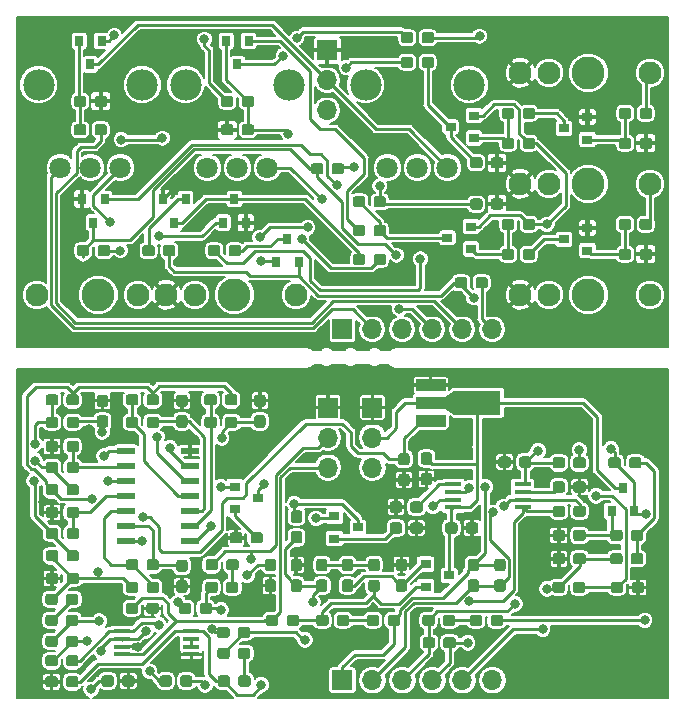
<source format=gbr>
G04 #@! TF.GenerationSoftware,KiCad,Pcbnew,(5.0.1)-4*
G04 #@! TF.CreationDate,2019-01-08T12:08:17+01:00*
G04 #@! TF.ProjectId,1U HiHat,31552048694861742E6B696361645F70,rev?*
G04 #@! TF.SameCoordinates,Original*
G04 #@! TF.FileFunction,Copper,L1,Top,Signal*
G04 #@! TF.FilePolarity,Positive*
%FSLAX46Y46*%
G04 Gerber Fmt 4.6, Leading zero omitted, Abs format (unit mm)*
G04 Created by KiCad (PCBNEW (5.0.1)-4) date 01/08/19 12:08:17*
%MOMM*%
%LPD*%
G01*
G04 APERTURE LIST*
G04 #@! TA.AperFunction,WasherPad*
%ADD10C,2.800000*%
G04 #@! TD*
G04 #@! TA.AperFunction,ComponentPad*
%ADD11C,1.930400*%
G04 #@! TD*
G04 #@! TA.AperFunction,ComponentPad*
%ADD12R,1.700000X1.700000*%
G04 #@! TD*
G04 #@! TA.AperFunction,ComponentPad*
%ADD13O,1.700000X1.700000*%
G04 #@! TD*
G04 #@! TA.AperFunction,ComponentPad*
%ADD14C,2.667000*%
G04 #@! TD*
G04 #@! TA.AperFunction,ComponentPad*
%ADD15C,1.803400*%
G04 #@! TD*
G04 #@! TA.AperFunction,SMDPad,CuDef*
%ADD16R,0.900000X0.800000*%
G04 #@! TD*
G04 #@! TA.AperFunction,SMDPad,CuDef*
%ADD17R,0.800000X0.900000*%
G04 #@! TD*
G04 #@! TA.AperFunction,SMDPad,CuDef*
%ADD18R,1.450000X0.450000*%
G04 #@! TD*
G04 #@! TA.AperFunction,SMDPad,CuDef*
%ADD19R,1.500000X0.600000*%
G04 #@! TD*
G04 #@! TA.AperFunction,SMDPad,CuDef*
%ADD20R,2.500000X1.000000*%
G04 #@! TD*
G04 #@! TA.AperFunction,SMDPad,CuDef*
%ADD21R,4.000000X2.000000*%
G04 #@! TD*
G04 #@! TA.AperFunction,SMDPad,CuDef*
%ADD22C,0.750000*%
G04 #@! TD*
G04 #@! TA.AperFunction,Conductor*
%ADD23C,0.100000*%
G04 #@! TD*
G04 #@! TA.AperFunction,SMDPad,CuDef*
%ADD24C,0.950000*%
G04 #@! TD*
G04 #@! TA.AperFunction,ViaPad*
%ADD25C,0.800000*%
G04 #@! TD*
G04 #@! TA.AperFunction,Conductor*
%ADD26C,0.250000*%
G04 #@! TD*
G04 #@! TA.AperFunction,Conductor*
%ADD27C,0.127000*%
G04 #@! TD*
G04 #@! TA.AperFunction,Conductor*
%ADD28C,0.170000*%
G04 #@! TD*
G04 APERTURE END LIST*
D10*
G04 #@! TO.P,J1,*
G04 #@! TO.N,*
X137668000Y-77978000D03*
D11*
G04 #@! TO.P,J1,TN*
G04 #@! TO.N,Net-(J1-PadTN)*
X134315200Y-77978000D03*
G04 #@! TO.P,J1,S*
G04 #@! TO.N,GND*
X131902200Y-77978000D03*
G04 #@! TO.P,J1,T*
G04 #@! TO.N,Net-(J1-PadT)*
X142875000Y-77978000D03*
G04 #@! TD*
D10*
G04 #@! TO.P,J2,*
G04 #@! TO.N,*
X137668000Y-87376000D03*
D11*
G04 #@! TO.P,J2,TN*
G04 #@! TO.N,Net-(J2-PadTN)*
X134315200Y-87376000D03*
G04 #@! TO.P,J2,S*
G04 #@! TO.N,GND*
X131902200Y-87376000D03*
G04 #@! TO.P,J2,T*
G04 #@! TO.N,Net-(J2-PadT)*
X142875000Y-87376000D03*
G04 #@! TD*
D10*
G04 #@! TO.P,J3,*
G04 #@! TO.N,*
X137668000Y-68580000D03*
D11*
G04 #@! TO.P,J3,TN*
G04 #@! TO.N,Net-(J3-PadTN)*
X134315200Y-68580000D03*
G04 #@! TO.P,J3,S*
G04 #@! TO.N,GND*
X131902200Y-68580000D03*
G04 #@! TO.P,J3,T*
G04 #@! TO.N,Net-(J3-PadT)*
X142875000Y-68580000D03*
G04 #@! TD*
D10*
G04 #@! TO.P,J4,*
G04 #@! TO.N,*
X107696000Y-87376000D03*
D11*
G04 #@! TO.P,J4,TN*
G04 #@! TO.N,Net-(J4-PadTN)*
X104343200Y-87376000D03*
G04 #@! TO.P,J4,S*
G04 #@! TO.N,GND*
X101930200Y-87376000D03*
G04 #@! TO.P,J4,T*
G04 #@! TO.N,Net-(J4-PadT)*
X112903000Y-87376000D03*
G04 #@! TD*
D10*
G04 #@! TO.P,J5,*
G04 #@! TO.N,*
X96164400Y-87376000D03*
D11*
G04 #@! TO.P,J5,TN*
G04 #@! TO.N,Net-(J5-PadTN)*
X99517200Y-87376000D03*
G04 #@! TO.P,J5,S*
G04 #@! TO.N,GND*
X101930200Y-87376000D03*
G04 #@! TO.P,J5,T*
G04 #@! TO.N,Net-(J5-PadT)*
X90957400Y-87376000D03*
G04 #@! TD*
D12*
G04 #@! TO.P,J6,1*
G04 #@! TO.N,CH_LVL1*
X116840000Y-90297000D03*
D13*
G04 #@! TO.P,J6,2*
G04 #@! TO.N,CH_LVL2*
X119380000Y-90297000D03*
G04 #@! TO.P,J6,3*
G04 #@! TO.N,OH_LVL1*
X121920000Y-90297000D03*
G04 #@! TO.P,J6,4*
G04 #@! TO.N,OH_LVL2*
X124460000Y-90297000D03*
G04 #@! TO.P,J6,5*
G04 #@! TO.N,TO_OH*
X127000000Y-90297000D03*
G04 #@! TO.P,J6,6*
G04 #@! TO.N,TO_CH*
X129540000Y-90297000D03*
G04 #@! TD*
D12*
G04 #@! TO.P,J7,1*
G04 #@! TO.N,CH_LVL1*
X116840000Y-120015000D03*
D13*
G04 #@! TO.P,J7,2*
G04 #@! TO.N,CH_LVL2*
X119380000Y-120015000D03*
G04 #@! TO.P,J7,3*
G04 #@! TO.N,OH_LVL1*
X121920000Y-120015000D03*
G04 #@! TO.P,J7,4*
G04 #@! TO.N,OH_LVL2*
X124460000Y-120015000D03*
G04 #@! TO.P,J7,5*
G04 #@! TO.N,TO_OH*
X127000000Y-120015000D03*
G04 #@! TO.P,J7,6*
G04 #@! TO.N,TO_CH*
X129540000Y-120015000D03*
G04 #@! TD*
D12*
G04 #@! TO.P,J8,1*
G04 #@! TO.N,GND*
X119380000Y-96926400D03*
D13*
G04 #@! TO.P,J8,2*
G04 #@! TO.N,+12V*
X119380000Y-99466400D03*
G04 #@! TO.P,J8,3*
G04 #@! TO.N,-12V*
X119380000Y-102006400D03*
G04 #@! TD*
D12*
G04 #@! TO.P,J9,1*
G04 #@! TO.N,GND*
X115569837Y-66675000D03*
D13*
G04 #@! TO.P,J9,2*
G04 #@! TO.N,+12V*
X115569837Y-69215000D03*
G04 #@! TO.P,J9,3*
G04 #@! TO.N,-12V*
X115569837Y-71755000D03*
G04 #@! TD*
G04 #@! TO.P,J10,3*
G04 #@! TO.N,-12V*
X115619837Y-102006400D03*
G04 #@! TO.P,J10,2*
G04 #@! TO.N,+12V*
X115619837Y-99466400D03*
D12*
G04 #@! TO.P,J10,1*
G04 #@! TO.N,GND*
X115619837Y-96926400D03*
G04 #@! TD*
D14*
G04 #@! TO.P,Decay,5*
G04 #@! TO.N,N/C*
X118795637Y-69597843D03*
G04 #@! TO.P,Decay,4*
X127584037Y-69597843D03*
D15*
G04 #@! TO.P,Decay,1*
G04 #@! TO.N,+12V*
X125729837Y-76608243D03*
G04 #@! TO.P,Decay,2*
G04 #@! TO.N,Net-(P1-Pad2)*
X123189837Y-76608243D03*
G04 #@! TO.P,Decay,3*
X120649837Y-76608243D03*
G04 #@! TD*
D14*
G04 #@! TO.P,OH Lvl,5*
G04 #@! TO.N,N/C*
X103555637Y-69597843D03*
G04 #@! TO.P,OH Lvl,4*
X112344037Y-69597843D03*
D15*
G04 #@! TO.P,OH Lvl,1*
G04 #@! TO.N,Net-(C1-Pad1)*
X110489837Y-76608243D03*
G04 #@! TO.P,OH Lvl,2*
G04 #@! TO.N,OH_LVL2*
X107949837Y-76608243D03*
G04 #@! TO.P,OH Lvl,3*
X105409837Y-76608243D03*
G04 #@! TD*
G04 #@! TO.P,CH Lvl,3*
G04 #@! TO.N,CH_LVL2*
X92963837Y-76608243D03*
G04 #@! TO.P,CH Lvl,2*
X95503837Y-76608243D03*
G04 #@! TO.P,CH Lvl,1*
G04 #@! TO.N,Net-(C13-Pad1)*
X98043837Y-76608243D03*
D14*
G04 #@! TO.P,CH Lvl,4*
G04 #@! TO.N,N/C*
X99898037Y-69597843D03*
G04 #@! TO.P,CH Lvl,5*
X91109637Y-69597843D03*
G04 #@! TD*
D16*
G04 #@! TO.P,Q1,1*
G04 #@! TO.N,Net-(Q1-Pad1)*
X128000000Y-74099500D03*
G04 #@! TO.P,Q1,2*
G04 #@! TO.N,Net-(J2-PadT)*
X128000000Y-72199500D03*
G04 #@! TO.P,Q1,3*
G04 #@! TO.N,Net-(Q1-Pad3)*
X126000000Y-73149500D03*
G04 #@! TD*
G04 #@! TO.P,Q2,3*
G04 #@! TO.N,Net-(Q2-Pad3)*
X125730000Y-82550000D03*
G04 #@! TO.P,Q2,2*
G04 #@! TO.N,Net-(J2-PadT)*
X127730000Y-81600000D03*
G04 #@! TO.P,Q2,1*
G04 #@! TO.N,Net-(Q2-Pad1)*
X127730000Y-83500000D03*
G04 #@! TD*
G04 #@! TO.P,Q3,3*
G04 #@! TO.N,Net-(Q3-Pad3)*
X135588500Y-73276500D03*
G04 #@! TO.P,Q3,2*
G04 #@! TO.N,GND*
X137588500Y-72326500D03*
G04 #@! TO.P,Q3,1*
G04 #@! TO.N,Net-(Q3-Pad1)*
X137588500Y-74226500D03*
G04 #@! TD*
G04 #@! TO.P,Q4,1*
G04 #@! TO.N,Net-(Q4-Pad1)*
X137588500Y-83627000D03*
G04 #@! TO.P,Q4,2*
G04 #@! TO.N,GND*
X137588500Y-81727000D03*
G04 #@! TO.P,Q4,3*
G04 #@! TO.N,Net-(Q4-Pad3)*
X135588500Y-82677000D03*
G04 #@! TD*
D17*
G04 #@! TO.P,Q5,3*
G04 #@! TO.N,+12V*
X140589000Y-103689450D03*
G04 #@! TO.P,Q5,2*
G04 #@! TO.N,Net-(C10-Pad1)*
X141539000Y-105689450D03*
G04 #@! TO.P,Q5,1*
G04 #@! TO.N,Net-(C4-Pad2)*
X139639000Y-105689450D03*
G04 #@! TD*
D16*
G04 #@! TO.P,Q6,1*
G04 #@! TO.N,Net-(C5-Pad1)*
X107712000Y-103614999D03*
G04 #@! TO.P,Q6,2*
G04 #@! TO.N,Net-(Q6-Pad2)*
X107712000Y-105514999D03*
G04 #@! TO.P,Q6,3*
G04 #@! TO.N,Net-(C8-Pad2)*
X109712000Y-104564999D03*
G04 #@! TD*
D17*
G04 #@! TO.P,Q7,3*
G04 #@! TO.N,Net-(Q7-Pad3)*
X107949837Y-67868000D03*
G04 #@! TO.P,Q7,2*
G04 #@! TO.N,Net-(C12-Pad1)*
X106999837Y-65868000D03*
G04 #@! TO.P,Q7,1*
G04 #@! TO.N,Net-(Q7-Pad1)*
X108899837Y-65868000D03*
G04 #@! TD*
G04 #@! TO.P,Q8,3*
G04 #@! TO.N,+12V*
X95503837Y-67868000D03*
G04 #@! TO.P,Q8,2*
G04 #@! TO.N,Net-(Q8-Pad2)*
X94553837Y-65868000D03*
G04 #@! TO.P,Q8,1*
G04 #@! TO.N,Net-(Q8-Pad1)*
X96453837Y-65868000D03*
G04 #@! TD*
D16*
G04 #@! TO.P,Q9,1*
G04 #@! TO.N,Net-(C16-Pad2)*
X123879300Y-110175000D03*
G04 #@! TO.P,Q9,2*
G04 #@! TO.N,Net-(C22-Pad1)*
X123879300Y-112075000D03*
G04 #@! TO.P,Q9,3*
G04 #@! TO.N,+12V*
X125879300Y-111125000D03*
G04 #@! TD*
D17*
G04 #@! TO.P,Q10,1*
G04 #@! TO.N,Net-(Q10-Pad1)*
X96708000Y-79264000D03*
G04 #@! TO.P,Q10,2*
G04 #@! TO.N,GND*
X94808000Y-79264000D03*
G04 #@! TO.P,Q10,3*
G04 #@! TO.N,Net-(C21-Pad1)*
X95758000Y-81264000D03*
G04 #@! TD*
G04 #@! TO.P,Q11,1*
G04 #@! TO.N,Net-(Q11-Pad1)*
X106746000Y-81264000D03*
G04 #@! TO.P,Q11,2*
G04 #@! TO.N,GND*
X108646000Y-81264000D03*
G04 #@! TO.P,Q11,3*
G04 #@! TO.N,Net-(Q11-Pad3)*
X107696000Y-79264000D03*
G04 #@! TD*
G04 #@! TO.P,Q12,1*
G04 #@! TO.N,Net-(Q12-Pad1)*
X103566000Y-79264000D03*
G04 #@! TO.P,Q12,2*
G04 #@! TO.N,GND*
X101666000Y-79264000D03*
G04 #@! TO.P,Q12,3*
G04 #@! TO.N,Net-(Q11-Pad3)*
X102616000Y-81264000D03*
G04 #@! TD*
D16*
G04 #@! TO.P,Q13,3*
G04 #@! TO.N,Net-(C19-Pad2)*
X118166450Y-107061000D03*
G04 #@! TO.P,Q13,2*
G04 #@! TO.N,Net-(Q13-Pad2)*
X116166450Y-108011000D03*
G04 #@! TO.P,Q13,1*
G04 #@! TO.N,Net-(C18-Pad1)*
X116166450Y-106111000D03*
G04 #@! TD*
D17*
G04 #@! TO.P,Q14,3*
G04 #@! TO.N,Net-(Q14-Pad3)*
X112184000Y-82632000D03*
G04 #@! TO.P,Q14,2*
G04 #@! TO.N,Net-(C24-Pad1)*
X113134000Y-84632000D03*
G04 #@! TO.P,Q14,1*
G04 #@! TO.N,Net-(Q14-Pad1)*
X111234000Y-84632000D03*
G04 #@! TD*
D18*
G04 #@! TO.P,U1,1*
G04 #@! TO.N,OH_LVL2*
X132109000Y-105369000D03*
G04 #@! TO.P,U1,2*
G04 #@! TO.N,OH_LVL1*
X132109000Y-104719000D03*
G04 #@! TO.P,U1,3*
G04 #@! TO.N,Net-(R25-Pad1)*
X132109000Y-104069000D03*
G04 #@! TO.P,U1,4*
G04 #@! TO.N,-12V*
X132109000Y-103419000D03*
G04 #@! TO.P,U1,5*
G04 #@! TO.N,Net-(R44-Pad1)*
X126209000Y-103419000D03*
G04 #@! TO.P,U1,6*
G04 #@! TO.N,CH_LVL1*
X126209000Y-104069000D03*
G04 #@! TO.P,U1,7*
G04 #@! TO.N,CH_LVL2*
X126209000Y-104719000D03*
G04 #@! TO.P,U1,8*
G04 #@! TO.N,+12V*
X126209000Y-105369000D03*
G04 #@! TD*
G04 #@! TO.P,U2,8*
G04 #@! TO.N,+12V*
X104042000Y-115865000D03*
G04 #@! TO.P,U2,7*
G04 #@! TO.N,Net-(U2-Pad6)*
X104042000Y-116515000D03*
G04 #@! TO.P,U2,6*
X104042000Y-117165000D03*
G04 #@! TO.P,U2,5*
G04 #@! TO.N,GND*
X104042000Y-117815000D03*
G04 #@! TO.P,U2,4*
G04 #@! TO.N,-12V*
X98142000Y-117815000D03*
G04 #@! TO.P,U2,3*
G04 #@! TO.N,GND*
X98142000Y-117165000D03*
G04 #@! TO.P,U2,2*
G04 #@! TO.N,Net-(C26-Pad2)*
X98142000Y-116515000D03*
G04 #@! TO.P,U2,1*
G04 #@! TO.N,NOISE*
X98142000Y-115865000D03*
G04 #@! TD*
D19*
G04 #@! TO.P,U3,1*
G04 #@! TO.N,Net-(C17-Pad1)*
X103919000Y-108204000D03*
G04 #@! TO.P,U3,2*
G04 #@! TO.N,Net-(R33-Pad1)*
X103919000Y-106934000D03*
G04 #@! TO.P,U3,3*
G04 #@! TO.N,Net-(C23-Pad1)*
X103919000Y-105664000D03*
G04 #@! TO.P,U3,4*
G04 #@! TO.N,Net-(R41-Pad1)*
X103919000Y-104394000D03*
G04 #@! TO.P,U3,5*
G04 #@! TO.N,Net-(C25-Pad1)*
X103919000Y-103124000D03*
G04 #@! TO.P,U3,6*
G04 #@! TO.N,Net-(R50-Pad1)*
X103919000Y-101854000D03*
G04 #@! TO.P,U3,7*
G04 #@! TO.N,GND*
X103919000Y-100584000D03*
G04 #@! TO.P,U3,8*
G04 #@! TO.N,Net-(R54-Pad1)*
X98519000Y-100584000D03*
G04 #@! TO.P,U3,9*
G04 #@! TO.N,Net-(C29-Pad1)*
X98519000Y-101854000D03*
G04 #@! TO.P,U3,10*
G04 #@! TO.N,Net-(R57-Pad1)*
X98519000Y-103124000D03*
G04 #@! TO.P,U3,11*
G04 #@! TO.N,Net-(C33-Pad1)*
X98519000Y-104394000D03*
G04 #@! TO.P,U3,12*
G04 #@! TO.N,Net-(R59-Pad1)*
X98519000Y-105664000D03*
G04 #@! TO.P,U3,13*
G04 #@! TO.N,Net-(C34-Pad1)*
X98519000Y-106934000D03*
G04 #@! TO.P,U3,14*
G04 #@! TO.N,+5V*
X98519000Y-108204000D03*
G04 #@! TD*
D20*
G04 #@! TO.P,U4,1*
G04 #@! TO.N,GND*
X124310000Y-95020000D03*
G04 #@! TO.P,U4,2*
G04 #@! TO.N,+12V*
X124310000Y-96520000D03*
G04 #@! TO.P,U4,3*
G04 #@! TO.N,+5V*
X124310000Y-98020000D03*
D21*
G04 #@! TO.P,U4,2*
G04 #@! TO.N,+12V*
X128270000Y-96520000D03*
D22*
X125920000Y-96520000D03*
D23*
G04 #@! TD*
G04 #@! TO.N,+12V*
G04 #@! TO.C,U4*
G36*
X126295000Y-97520000D02*
X125545000Y-97020000D01*
X125545000Y-96020000D01*
X126295000Y-95520000D01*
X126295000Y-97520000D01*
X126295000Y-97520000D01*
G37*
G04 #@! TO.N,OH_LVL1*
G04 #@! TO.C,C2*
G36*
X124469779Y-116366144D02*
X124492834Y-116369563D01*
X124515443Y-116375227D01*
X124537387Y-116383079D01*
X124558457Y-116393044D01*
X124578448Y-116405026D01*
X124597168Y-116418910D01*
X124614438Y-116434562D01*
X124630090Y-116451832D01*
X124643974Y-116470552D01*
X124655956Y-116490543D01*
X124665921Y-116511613D01*
X124673773Y-116533557D01*
X124679437Y-116556166D01*
X124682856Y-116579221D01*
X124684000Y-116602500D01*
X124684000Y-117077500D01*
X124682856Y-117100779D01*
X124679437Y-117123834D01*
X124673773Y-117146443D01*
X124665921Y-117168387D01*
X124655956Y-117189457D01*
X124643974Y-117209448D01*
X124630090Y-117228168D01*
X124614438Y-117245438D01*
X124597168Y-117261090D01*
X124578448Y-117274974D01*
X124558457Y-117286956D01*
X124537387Y-117296921D01*
X124515443Y-117304773D01*
X124492834Y-117310437D01*
X124469779Y-117313856D01*
X124446500Y-117315000D01*
X123871500Y-117315000D01*
X123848221Y-117313856D01*
X123825166Y-117310437D01*
X123802557Y-117304773D01*
X123780613Y-117296921D01*
X123759543Y-117286956D01*
X123739552Y-117274974D01*
X123720832Y-117261090D01*
X123703562Y-117245438D01*
X123687910Y-117228168D01*
X123674026Y-117209448D01*
X123662044Y-117189457D01*
X123652079Y-117168387D01*
X123644227Y-117146443D01*
X123638563Y-117123834D01*
X123635144Y-117100779D01*
X123634000Y-117077500D01*
X123634000Y-116602500D01*
X123635144Y-116579221D01*
X123638563Y-116556166D01*
X123644227Y-116533557D01*
X123652079Y-116511613D01*
X123662044Y-116490543D01*
X123674026Y-116470552D01*
X123687910Y-116451832D01*
X123703562Y-116434562D01*
X123720832Y-116418910D01*
X123739552Y-116405026D01*
X123759543Y-116393044D01*
X123780613Y-116383079D01*
X123802557Y-116375227D01*
X123825166Y-116369563D01*
X123848221Y-116366144D01*
X123871500Y-116365000D01*
X124446500Y-116365000D01*
X124469779Y-116366144D01*
X124469779Y-116366144D01*
G37*
D24*
G04 #@! TD*
G04 #@! TO.P,C2,1*
G04 #@! TO.N,OH_LVL1*
X124159000Y-116840000D03*
D23*
G04 #@! TO.N,OH_LVL2*
G04 #@! TO.C,C2*
G36*
X126219779Y-116366144D02*
X126242834Y-116369563D01*
X126265443Y-116375227D01*
X126287387Y-116383079D01*
X126308457Y-116393044D01*
X126328448Y-116405026D01*
X126347168Y-116418910D01*
X126364438Y-116434562D01*
X126380090Y-116451832D01*
X126393974Y-116470552D01*
X126405956Y-116490543D01*
X126415921Y-116511613D01*
X126423773Y-116533557D01*
X126429437Y-116556166D01*
X126432856Y-116579221D01*
X126434000Y-116602500D01*
X126434000Y-117077500D01*
X126432856Y-117100779D01*
X126429437Y-117123834D01*
X126423773Y-117146443D01*
X126415921Y-117168387D01*
X126405956Y-117189457D01*
X126393974Y-117209448D01*
X126380090Y-117228168D01*
X126364438Y-117245438D01*
X126347168Y-117261090D01*
X126328448Y-117274974D01*
X126308457Y-117286956D01*
X126287387Y-117296921D01*
X126265443Y-117304773D01*
X126242834Y-117310437D01*
X126219779Y-117313856D01*
X126196500Y-117315000D01*
X125621500Y-117315000D01*
X125598221Y-117313856D01*
X125575166Y-117310437D01*
X125552557Y-117304773D01*
X125530613Y-117296921D01*
X125509543Y-117286956D01*
X125489552Y-117274974D01*
X125470832Y-117261090D01*
X125453562Y-117245438D01*
X125437910Y-117228168D01*
X125424026Y-117209448D01*
X125412044Y-117189457D01*
X125402079Y-117168387D01*
X125394227Y-117146443D01*
X125388563Y-117123834D01*
X125385144Y-117100779D01*
X125384000Y-117077500D01*
X125384000Y-116602500D01*
X125385144Y-116579221D01*
X125388563Y-116556166D01*
X125394227Y-116533557D01*
X125402079Y-116511613D01*
X125412044Y-116490543D01*
X125424026Y-116470552D01*
X125437910Y-116451832D01*
X125453562Y-116434562D01*
X125470832Y-116418910D01*
X125489552Y-116405026D01*
X125509543Y-116393044D01*
X125530613Y-116383079D01*
X125552557Y-116375227D01*
X125575166Y-116369563D01*
X125598221Y-116366144D01*
X125621500Y-116365000D01*
X126196500Y-116365000D01*
X126219779Y-116366144D01*
X126219779Y-116366144D01*
G37*
D24*
G04 #@! TD*
G04 #@! TO.P,C2,2*
G04 #@! TO.N,OH_LVL2*
X125909000Y-116840000D03*
D23*
G04 #@! TO.N,Net-(C3-Pad2)*
G04 #@! TO.C,C3*
G36*
X142089779Y-109249944D02*
X142112834Y-109253363D01*
X142135443Y-109259027D01*
X142157387Y-109266879D01*
X142178457Y-109276844D01*
X142198448Y-109288826D01*
X142217168Y-109302710D01*
X142234438Y-109318362D01*
X142250090Y-109335632D01*
X142263974Y-109354352D01*
X142275956Y-109374343D01*
X142285921Y-109395413D01*
X142293773Y-109417357D01*
X142299437Y-109439966D01*
X142302856Y-109463021D01*
X142304000Y-109486300D01*
X142304000Y-109961300D01*
X142302856Y-109984579D01*
X142299437Y-110007634D01*
X142293773Y-110030243D01*
X142285921Y-110052187D01*
X142275956Y-110073257D01*
X142263974Y-110093248D01*
X142250090Y-110111968D01*
X142234438Y-110129238D01*
X142217168Y-110144890D01*
X142198448Y-110158774D01*
X142178457Y-110170756D01*
X142157387Y-110180721D01*
X142135443Y-110188573D01*
X142112834Y-110194237D01*
X142089779Y-110197656D01*
X142066500Y-110198800D01*
X141491500Y-110198800D01*
X141468221Y-110197656D01*
X141445166Y-110194237D01*
X141422557Y-110188573D01*
X141400613Y-110180721D01*
X141379543Y-110170756D01*
X141359552Y-110158774D01*
X141340832Y-110144890D01*
X141323562Y-110129238D01*
X141307910Y-110111968D01*
X141294026Y-110093248D01*
X141282044Y-110073257D01*
X141272079Y-110052187D01*
X141264227Y-110030243D01*
X141258563Y-110007634D01*
X141255144Y-109984579D01*
X141254000Y-109961300D01*
X141254000Y-109486300D01*
X141255144Y-109463021D01*
X141258563Y-109439966D01*
X141264227Y-109417357D01*
X141272079Y-109395413D01*
X141282044Y-109374343D01*
X141294026Y-109354352D01*
X141307910Y-109335632D01*
X141323562Y-109318362D01*
X141340832Y-109302710D01*
X141359552Y-109288826D01*
X141379543Y-109276844D01*
X141400613Y-109266879D01*
X141422557Y-109259027D01*
X141445166Y-109253363D01*
X141468221Y-109249944D01*
X141491500Y-109248800D01*
X142066500Y-109248800D01*
X142089779Y-109249944D01*
X142089779Y-109249944D01*
G37*
D24*
G04 #@! TD*
G04 #@! TO.P,C3,2*
G04 #@! TO.N,Net-(C3-Pad2)*
X141779000Y-109723800D03*
D23*
G04 #@! TO.N,TO_OH*
G04 #@! TO.C,C3*
G36*
X140339779Y-109249944D02*
X140362834Y-109253363D01*
X140385443Y-109259027D01*
X140407387Y-109266879D01*
X140428457Y-109276844D01*
X140448448Y-109288826D01*
X140467168Y-109302710D01*
X140484438Y-109318362D01*
X140500090Y-109335632D01*
X140513974Y-109354352D01*
X140525956Y-109374343D01*
X140535921Y-109395413D01*
X140543773Y-109417357D01*
X140549437Y-109439966D01*
X140552856Y-109463021D01*
X140554000Y-109486300D01*
X140554000Y-109961300D01*
X140552856Y-109984579D01*
X140549437Y-110007634D01*
X140543773Y-110030243D01*
X140535921Y-110052187D01*
X140525956Y-110073257D01*
X140513974Y-110093248D01*
X140500090Y-110111968D01*
X140484438Y-110129238D01*
X140467168Y-110144890D01*
X140448448Y-110158774D01*
X140428457Y-110170756D01*
X140407387Y-110180721D01*
X140385443Y-110188573D01*
X140362834Y-110194237D01*
X140339779Y-110197656D01*
X140316500Y-110198800D01*
X139741500Y-110198800D01*
X139718221Y-110197656D01*
X139695166Y-110194237D01*
X139672557Y-110188573D01*
X139650613Y-110180721D01*
X139629543Y-110170756D01*
X139609552Y-110158774D01*
X139590832Y-110144890D01*
X139573562Y-110129238D01*
X139557910Y-110111968D01*
X139544026Y-110093248D01*
X139532044Y-110073257D01*
X139522079Y-110052187D01*
X139514227Y-110030243D01*
X139508563Y-110007634D01*
X139505144Y-109984579D01*
X139504000Y-109961300D01*
X139504000Y-109486300D01*
X139505144Y-109463021D01*
X139508563Y-109439966D01*
X139514227Y-109417357D01*
X139522079Y-109395413D01*
X139532044Y-109374343D01*
X139544026Y-109354352D01*
X139557910Y-109335632D01*
X139573562Y-109318362D01*
X139590832Y-109302710D01*
X139609552Y-109288826D01*
X139629543Y-109276844D01*
X139650613Y-109266879D01*
X139672557Y-109259027D01*
X139695166Y-109253363D01*
X139718221Y-109249944D01*
X139741500Y-109248800D01*
X140316500Y-109248800D01*
X140339779Y-109249944D01*
X140339779Y-109249944D01*
G37*
D24*
G04 #@! TD*
G04 #@! TO.P,C3,1*
G04 #@! TO.N,TO_OH*
X140029000Y-109723800D03*
D23*
G04 #@! TO.N,Net-(C3-Pad2)*
G04 #@! TO.C,C4*
G36*
X142094779Y-107267744D02*
X142117834Y-107271163D01*
X142140443Y-107276827D01*
X142162387Y-107284679D01*
X142183457Y-107294644D01*
X142203448Y-107306626D01*
X142222168Y-107320510D01*
X142239438Y-107336162D01*
X142255090Y-107353432D01*
X142268974Y-107372152D01*
X142280956Y-107392143D01*
X142290921Y-107413213D01*
X142298773Y-107435157D01*
X142304437Y-107457766D01*
X142307856Y-107480821D01*
X142309000Y-107504100D01*
X142309000Y-107979100D01*
X142307856Y-108002379D01*
X142304437Y-108025434D01*
X142298773Y-108048043D01*
X142290921Y-108069987D01*
X142280956Y-108091057D01*
X142268974Y-108111048D01*
X142255090Y-108129768D01*
X142239438Y-108147038D01*
X142222168Y-108162690D01*
X142203448Y-108176574D01*
X142183457Y-108188556D01*
X142162387Y-108198521D01*
X142140443Y-108206373D01*
X142117834Y-108212037D01*
X142094779Y-108215456D01*
X142071500Y-108216600D01*
X141496500Y-108216600D01*
X141473221Y-108215456D01*
X141450166Y-108212037D01*
X141427557Y-108206373D01*
X141405613Y-108198521D01*
X141384543Y-108188556D01*
X141364552Y-108176574D01*
X141345832Y-108162690D01*
X141328562Y-108147038D01*
X141312910Y-108129768D01*
X141299026Y-108111048D01*
X141287044Y-108091057D01*
X141277079Y-108069987D01*
X141269227Y-108048043D01*
X141263563Y-108025434D01*
X141260144Y-108002379D01*
X141259000Y-107979100D01*
X141259000Y-107504100D01*
X141260144Y-107480821D01*
X141263563Y-107457766D01*
X141269227Y-107435157D01*
X141277079Y-107413213D01*
X141287044Y-107392143D01*
X141299026Y-107372152D01*
X141312910Y-107353432D01*
X141328562Y-107336162D01*
X141345832Y-107320510D01*
X141364552Y-107306626D01*
X141384543Y-107294644D01*
X141405613Y-107284679D01*
X141427557Y-107276827D01*
X141450166Y-107271163D01*
X141473221Y-107267744D01*
X141496500Y-107266600D01*
X142071500Y-107266600D01*
X142094779Y-107267744D01*
X142094779Y-107267744D01*
G37*
D24*
G04 #@! TD*
G04 #@! TO.P,C4,1*
G04 #@! TO.N,Net-(C3-Pad2)*
X141784000Y-107741600D03*
D23*
G04 #@! TO.N,Net-(C4-Pad2)*
G04 #@! TO.C,C4*
G36*
X140344779Y-107267744D02*
X140367834Y-107271163D01*
X140390443Y-107276827D01*
X140412387Y-107284679D01*
X140433457Y-107294644D01*
X140453448Y-107306626D01*
X140472168Y-107320510D01*
X140489438Y-107336162D01*
X140505090Y-107353432D01*
X140518974Y-107372152D01*
X140530956Y-107392143D01*
X140540921Y-107413213D01*
X140548773Y-107435157D01*
X140554437Y-107457766D01*
X140557856Y-107480821D01*
X140559000Y-107504100D01*
X140559000Y-107979100D01*
X140557856Y-108002379D01*
X140554437Y-108025434D01*
X140548773Y-108048043D01*
X140540921Y-108069987D01*
X140530956Y-108091057D01*
X140518974Y-108111048D01*
X140505090Y-108129768D01*
X140489438Y-108147038D01*
X140472168Y-108162690D01*
X140453448Y-108176574D01*
X140433457Y-108188556D01*
X140412387Y-108198521D01*
X140390443Y-108206373D01*
X140367834Y-108212037D01*
X140344779Y-108215456D01*
X140321500Y-108216600D01*
X139746500Y-108216600D01*
X139723221Y-108215456D01*
X139700166Y-108212037D01*
X139677557Y-108206373D01*
X139655613Y-108198521D01*
X139634543Y-108188556D01*
X139614552Y-108176574D01*
X139595832Y-108162690D01*
X139578562Y-108147038D01*
X139562910Y-108129768D01*
X139549026Y-108111048D01*
X139537044Y-108091057D01*
X139527079Y-108069987D01*
X139519227Y-108048043D01*
X139513563Y-108025434D01*
X139510144Y-108002379D01*
X139509000Y-107979100D01*
X139509000Y-107504100D01*
X139510144Y-107480821D01*
X139513563Y-107457766D01*
X139519227Y-107435157D01*
X139527079Y-107413213D01*
X139537044Y-107392143D01*
X139549026Y-107372152D01*
X139562910Y-107353432D01*
X139578562Y-107336162D01*
X139595832Y-107320510D01*
X139614552Y-107306626D01*
X139634543Y-107294644D01*
X139655613Y-107284679D01*
X139677557Y-107276827D01*
X139700166Y-107271163D01*
X139723221Y-107267744D01*
X139746500Y-107266600D01*
X140321500Y-107266600D01*
X140344779Y-107267744D01*
X140344779Y-107267744D01*
G37*
D24*
G04 #@! TD*
G04 #@! TO.P,C4,2*
G04 #@! TO.N,Net-(C4-Pad2)*
X140034000Y-107741600D03*
D23*
G04 #@! TO.N,Net-(C5-Pad1)*
G04 #@! TO.C,C5*
G36*
X105579779Y-113445144D02*
X105602834Y-113448563D01*
X105625443Y-113454227D01*
X105647387Y-113462079D01*
X105668457Y-113472044D01*
X105688448Y-113484026D01*
X105707168Y-113497910D01*
X105724438Y-113513562D01*
X105740090Y-113530832D01*
X105753974Y-113549552D01*
X105765956Y-113569543D01*
X105775921Y-113590613D01*
X105783773Y-113612557D01*
X105789437Y-113635166D01*
X105792856Y-113658221D01*
X105794000Y-113681500D01*
X105794000Y-114156500D01*
X105792856Y-114179779D01*
X105789437Y-114202834D01*
X105783773Y-114225443D01*
X105775921Y-114247387D01*
X105765956Y-114268457D01*
X105753974Y-114288448D01*
X105740090Y-114307168D01*
X105724438Y-114324438D01*
X105707168Y-114340090D01*
X105688448Y-114353974D01*
X105668457Y-114365956D01*
X105647387Y-114375921D01*
X105625443Y-114383773D01*
X105602834Y-114389437D01*
X105579779Y-114392856D01*
X105556500Y-114394000D01*
X104981500Y-114394000D01*
X104958221Y-114392856D01*
X104935166Y-114389437D01*
X104912557Y-114383773D01*
X104890613Y-114375921D01*
X104869543Y-114365956D01*
X104849552Y-114353974D01*
X104830832Y-114340090D01*
X104813562Y-114324438D01*
X104797910Y-114307168D01*
X104784026Y-114288448D01*
X104772044Y-114268457D01*
X104762079Y-114247387D01*
X104754227Y-114225443D01*
X104748563Y-114202834D01*
X104745144Y-114179779D01*
X104744000Y-114156500D01*
X104744000Y-113681500D01*
X104745144Y-113658221D01*
X104748563Y-113635166D01*
X104754227Y-113612557D01*
X104762079Y-113590613D01*
X104772044Y-113569543D01*
X104784026Y-113549552D01*
X104797910Y-113530832D01*
X104813562Y-113513562D01*
X104830832Y-113497910D01*
X104849552Y-113484026D01*
X104869543Y-113472044D01*
X104890613Y-113462079D01*
X104912557Y-113454227D01*
X104935166Y-113448563D01*
X104958221Y-113445144D01*
X104981500Y-113444000D01*
X105556500Y-113444000D01*
X105579779Y-113445144D01*
X105579779Y-113445144D01*
G37*
D24*
G04 #@! TD*
G04 #@! TO.P,C5,1*
G04 #@! TO.N,Net-(C5-Pad1)*
X105269000Y-113919000D03*
D23*
G04 #@! TO.N,NOISE*
G04 #@! TO.C,C5*
G36*
X103829779Y-113445144D02*
X103852834Y-113448563D01*
X103875443Y-113454227D01*
X103897387Y-113462079D01*
X103918457Y-113472044D01*
X103938448Y-113484026D01*
X103957168Y-113497910D01*
X103974438Y-113513562D01*
X103990090Y-113530832D01*
X104003974Y-113549552D01*
X104015956Y-113569543D01*
X104025921Y-113590613D01*
X104033773Y-113612557D01*
X104039437Y-113635166D01*
X104042856Y-113658221D01*
X104044000Y-113681500D01*
X104044000Y-114156500D01*
X104042856Y-114179779D01*
X104039437Y-114202834D01*
X104033773Y-114225443D01*
X104025921Y-114247387D01*
X104015956Y-114268457D01*
X104003974Y-114288448D01*
X103990090Y-114307168D01*
X103974438Y-114324438D01*
X103957168Y-114340090D01*
X103938448Y-114353974D01*
X103918457Y-114365956D01*
X103897387Y-114375921D01*
X103875443Y-114383773D01*
X103852834Y-114389437D01*
X103829779Y-114392856D01*
X103806500Y-114394000D01*
X103231500Y-114394000D01*
X103208221Y-114392856D01*
X103185166Y-114389437D01*
X103162557Y-114383773D01*
X103140613Y-114375921D01*
X103119543Y-114365956D01*
X103099552Y-114353974D01*
X103080832Y-114340090D01*
X103063562Y-114324438D01*
X103047910Y-114307168D01*
X103034026Y-114288448D01*
X103022044Y-114268457D01*
X103012079Y-114247387D01*
X103004227Y-114225443D01*
X102998563Y-114202834D01*
X102995144Y-114179779D01*
X102994000Y-114156500D01*
X102994000Y-113681500D01*
X102995144Y-113658221D01*
X102998563Y-113635166D01*
X103004227Y-113612557D01*
X103012079Y-113590613D01*
X103022044Y-113569543D01*
X103034026Y-113549552D01*
X103047910Y-113530832D01*
X103063562Y-113513562D01*
X103080832Y-113497910D01*
X103099552Y-113484026D01*
X103119543Y-113472044D01*
X103140613Y-113462079D01*
X103162557Y-113454227D01*
X103185166Y-113448563D01*
X103208221Y-113445144D01*
X103231500Y-113444000D01*
X103806500Y-113444000D01*
X103829779Y-113445144D01*
X103829779Y-113445144D01*
G37*
D24*
G04 #@! TD*
G04 #@! TO.P,C5,2*
G04 #@! TO.N,NOISE*
X103519000Y-113919000D03*
D23*
G04 #@! TO.N,+12V*
G04 #@! TO.C,C6*
G36*
X126372279Y-106650644D02*
X126395334Y-106654063D01*
X126417943Y-106659727D01*
X126439887Y-106667579D01*
X126460957Y-106677544D01*
X126480948Y-106689526D01*
X126499668Y-106703410D01*
X126516938Y-106719062D01*
X126532590Y-106736332D01*
X126546474Y-106755052D01*
X126558456Y-106775043D01*
X126568421Y-106796113D01*
X126576273Y-106818057D01*
X126581937Y-106840666D01*
X126585356Y-106863721D01*
X126586500Y-106887000D01*
X126586500Y-107362000D01*
X126585356Y-107385279D01*
X126581937Y-107408334D01*
X126576273Y-107430943D01*
X126568421Y-107452887D01*
X126558456Y-107473957D01*
X126546474Y-107493948D01*
X126532590Y-107512668D01*
X126516938Y-107529938D01*
X126499668Y-107545590D01*
X126480948Y-107559474D01*
X126460957Y-107571456D01*
X126439887Y-107581421D01*
X126417943Y-107589273D01*
X126395334Y-107594937D01*
X126372279Y-107598356D01*
X126349000Y-107599500D01*
X125774000Y-107599500D01*
X125750721Y-107598356D01*
X125727666Y-107594937D01*
X125705057Y-107589273D01*
X125683113Y-107581421D01*
X125662043Y-107571456D01*
X125642052Y-107559474D01*
X125623332Y-107545590D01*
X125606062Y-107529938D01*
X125590410Y-107512668D01*
X125576526Y-107493948D01*
X125564544Y-107473957D01*
X125554579Y-107452887D01*
X125546727Y-107430943D01*
X125541063Y-107408334D01*
X125537644Y-107385279D01*
X125536500Y-107362000D01*
X125536500Y-106887000D01*
X125537644Y-106863721D01*
X125541063Y-106840666D01*
X125546727Y-106818057D01*
X125554579Y-106796113D01*
X125564544Y-106775043D01*
X125576526Y-106755052D01*
X125590410Y-106736332D01*
X125606062Y-106719062D01*
X125623332Y-106703410D01*
X125642052Y-106689526D01*
X125662043Y-106677544D01*
X125683113Y-106667579D01*
X125705057Y-106659727D01*
X125727666Y-106654063D01*
X125750721Y-106650644D01*
X125774000Y-106649500D01*
X126349000Y-106649500D01*
X126372279Y-106650644D01*
X126372279Y-106650644D01*
G37*
D24*
G04 #@! TD*
G04 #@! TO.P,C6,1*
G04 #@! TO.N,+12V*
X126061500Y-107124500D03*
D23*
G04 #@! TO.N,GND*
G04 #@! TO.C,C6*
G36*
X128122279Y-106650644D02*
X128145334Y-106654063D01*
X128167943Y-106659727D01*
X128189887Y-106667579D01*
X128210957Y-106677544D01*
X128230948Y-106689526D01*
X128249668Y-106703410D01*
X128266938Y-106719062D01*
X128282590Y-106736332D01*
X128296474Y-106755052D01*
X128308456Y-106775043D01*
X128318421Y-106796113D01*
X128326273Y-106818057D01*
X128331937Y-106840666D01*
X128335356Y-106863721D01*
X128336500Y-106887000D01*
X128336500Y-107362000D01*
X128335356Y-107385279D01*
X128331937Y-107408334D01*
X128326273Y-107430943D01*
X128318421Y-107452887D01*
X128308456Y-107473957D01*
X128296474Y-107493948D01*
X128282590Y-107512668D01*
X128266938Y-107529938D01*
X128249668Y-107545590D01*
X128230948Y-107559474D01*
X128210957Y-107571456D01*
X128189887Y-107581421D01*
X128167943Y-107589273D01*
X128145334Y-107594937D01*
X128122279Y-107598356D01*
X128099000Y-107599500D01*
X127524000Y-107599500D01*
X127500721Y-107598356D01*
X127477666Y-107594937D01*
X127455057Y-107589273D01*
X127433113Y-107581421D01*
X127412043Y-107571456D01*
X127392052Y-107559474D01*
X127373332Y-107545590D01*
X127356062Y-107529938D01*
X127340410Y-107512668D01*
X127326526Y-107493948D01*
X127314544Y-107473957D01*
X127304579Y-107452887D01*
X127296727Y-107430943D01*
X127291063Y-107408334D01*
X127287644Y-107385279D01*
X127286500Y-107362000D01*
X127286500Y-106887000D01*
X127287644Y-106863721D01*
X127291063Y-106840666D01*
X127296727Y-106818057D01*
X127304579Y-106796113D01*
X127314544Y-106775043D01*
X127326526Y-106755052D01*
X127340410Y-106736332D01*
X127356062Y-106719062D01*
X127373332Y-106703410D01*
X127392052Y-106689526D01*
X127412043Y-106677544D01*
X127433113Y-106667579D01*
X127455057Y-106659727D01*
X127477666Y-106654063D01*
X127500721Y-106650644D01*
X127524000Y-106649500D01*
X128099000Y-106649500D01*
X128122279Y-106650644D01*
X128122279Y-106650644D01*
G37*
D24*
G04 #@! TD*
G04 #@! TO.P,C6,2*
G04 #@! TO.N,GND*
X127811500Y-107124500D03*
D23*
G04 #@! TO.N,Net-(C8-Pad2)*
G04 #@! TO.C,C8*
G36*
X140405779Y-111667144D02*
X140428834Y-111670563D01*
X140451443Y-111676227D01*
X140473387Y-111684079D01*
X140494457Y-111694044D01*
X140514448Y-111706026D01*
X140533168Y-111719910D01*
X140550438Y-111735562D01*
X140566090Y-111752832D01*
X140579974Y-111771552D01*
X140591956Y-111791543D01*
X140601921Y-111812613D01*
X140609773Y-111834557D01*
X140615437Y-111857166D01*
X140618856Y-111880221D01*
X140620000Y-111903500D01*
X140620000Y-112378500D01*
X140618856Y-112401779D01*
X140615437Y-112424834D01*
X140609773Y-112447443D01*
X140601921Y-112469387D01*
X140591956Y-112490457D01*
X140579974Y-112510448D01*
X140566090Y-112529168D01*
X140550438Y-112546438D01*
X140533168Y-112562090D01*
X140514448Y-112575974D01*
X140494457Y-112587956D01*
X140473387Y-112597921D01*
X140451443Y-112605773D01*
X140428834Y-112611437D01*
X140405779Y-112614856D01*
X140382500Y-112616000D01*
X139807500Y-112616000D01*
X139784221Y-112614856D01*
X139761166Y-112611437D01*
X139738557Y-112605773D01*
X139716613Y-112597921D01*
X139695543Y-112587956D01*
X139675552Y-112575974D01*
X139656832Y-112562090D01*
X139639562Y-112546438D01*
X139623910Y-112529168D01*
X139610026Y-112510448D01*
X139598044Y-112490457D01*
X139588079Y-112469387D01*
X139580227Y-112447443D01*
X139574563Y-112424834D01*
X139571144Y-112401779D01*
X139570000Y-112378500D01*
X139570000Y-111903500D01*
X139571144Y-111880221D01*
X139574563Y-111857166D01*
X139580227Y-111834557D01*
X139588079Y-111812613D01*
X139598044Y-111791543D01*
X139610026Y-111771552D01*
X139623910Y-111752832D01*
X139639562Y-111735562D01*
X139656832Y-111719910D01*
X139675552Y-111706026D01*
X139695543Y-111694044D01*
X139716613Y-111684079D01*
X139738557Y-111676227D01*
X139761166Y-111670563D01*
X139784221Y-111667144D01*
X139807500Y-111666000D01*
X140382500Y-111666000D01*
X140405779Y-111667144D01*
X140405779Y-111667144D01*
G37*
D24*
G04 #@! TD*
G04 #@! TO.P,C8,2*
G04 #@! TO.N,Net-(C8-Pad2)*
X140095000Y-112141000D03*
D23*
G04 #@! TO.N,GND*
G04 #@! TO.C,C8*
G36*
X142155779Y-111667144D02*
X142178834Y-111670563D01*
X142201443Y-111676227D01*
X142223387Y-111684079D01*
X142244457Y-111694044D01*
X142264448Y-111706026D01*
X142283168Y-111719910D01*
X142300438Y-111735562D01*
X142316090Y-111752832D01*
X142329974Y-111771552D01*
X142341956Y-111791543D01*
X142351921Y-111812613D01*
X142359773Y-111834557D01*
X142365437Y-111857166D01*
X142368856Y-111880221D01*
X142370000Y-111903500D01*
X142370000Y-112378500D01*
X142368856Y-112401779D01*
X142365437Y-112424834D01*
X142359773Y-112447443D01*
X142351921Y-112469387D01*
X142341956Y-112490457D01*
X142329974Y-112510448D01*
X142316090Y-112529168D01*
X142300438Y-112546438D01*
X142283168Y-112562090D01*
X142264448Y-112575974D01*
X142244457Y-112587956D01*
X142223387Y-112597921D01*
X142201443Y-112605773D01*
X142178834Y-112611437D01*
X142155779Y-112614856D01*
X142132500Y-112616000D01*
X141557500Y-112616000D01*
X141534221Y-112614856D01*
X141511166Y-112611437D01*
X141488557Y-112605773D01*
X141466613Y-112597921D01*
X141445543Y-112587956D01*
X141425552Y-112575974D01*
X141406832Y-112562090D01*
X141389562Y-112546438D01*
X141373910Y-112529168D01*
X141360026Y-112510448D01*
X141348044Y-112490457D01*
X141338079Y-112469387D01*
X141330227Y-112447443D01*
X141324563Y-112424834D01*
X141321144Y-112401779D01*
X141320000Y-112378500D01*
X141320000Y-111903500D01*
X141321144Y-111880221D01*
X141324563Y-111857166D01*
X141330227Y-111834557D01*
X141338079Y-111812613D01*
X141348044Y-111791543D01*
X141360026Y-111771552D01*
X141373910Y-111752832D01*
X141389562Y-111735562D01*
X141406832Y-111719910D01*
X141425552Y-111706026D01*
X141445543Y-111694044D01*
X141466613Y-111684079D01*
X141488557Y-111676227D01*
X141511166Y-111670563D01*
X141534221Y-111667144D01*
X141557500Y-111666000D01*
X142132500Y-111666000D01*
X142155779Y-111667144D01*
X142155779Y-111667144D01*
G37*
D24*
G04 #@! TD*
G04 #@! TO.P,C8,1*
G04 #@! TO.N,GND*
X141845000Y-112141000D03*
D23*
G04 #@! TO.N,TO_OH*
G04 #@! TO.C,C9*
G36*
X137223279Y-109249944D02*
X137246334Y-109253363D01*
X137268943Y-109259027D01*
X137290887Y-109266879D01*
X137311957Y-109276844D01*
X137331948Y-109288826D01*
X137350668Y-109302710D01*
X137367938Y-109318362D01*
X137383590Y-109335632D01*
X137397474Y-109354352D01*
X137409456Y-109374343D01*
X137419421Y-109395413D01*
X137427273Y-109417357D01*
X137432937Y-109439966D01*
X137436356Y-109463021D01*
X137437500Y-109486300D01*
X137437500Y-109961300D01*
X137436356Y-109984579D01*
X137432937Y-110007634D01*
X137427273Y-110030243D01*
X137419421Y-110052187D01*
X137409456Y-110073257D01*
X137397474Y-110093248D01*
X137383590Y-110111968D01*
X137367938Y-110129238D01*
X137350668Y-110144890D01*
X137331948Y-110158774D01*
X137311957Y-110170756D01*
X137290887Y-110180721D01*
X137268943Y-110188573D01*
X137246334Y-110194237D01*
X137223279Y-110197656D01*
X137200000Y-110198800D01*
X136625000Y-110198800D01*
X136601721Y-110197656D01*
X136578666Y-110194237D01*
X136556057Y-110188573D01*
X136534113Y-110180721D01*
X136513043Y-110170756D01*
X136493052Y-110158774D01*
X136474332Y-110144890D01*
X136457062Y-110129238D01*
X136441410Y-110111968D01*
X136427526Y-110093248D01*
X136415544Y-110073257D01*
X136405579Y-110052187D01*
X136397727Y-110030243D01*
X136392063Y-110007634D01*
X136388644Y-109984579D01*
X136387500Y-109961300D01*
X136387500Y-109486300D01*
X136388644Y-109463021D01*
X136392063Y-109439966D01*
X136397727Y-109417357D01*
X136405579Y-109395413D01*
X136415544Y-109374343D01*
X136427526Y-109354352D01*
X136441410Y-109335632D01*
X136457062Y-109318362D01*
X136474332Y-109302710D01*
X136493052Y-109288826D01*
X136513043Y-109276844D01*
X136534113Y-109266879D01*
X136556057Y-109259027D01*
X136578666Y-109253363D01*
X136601721Y-109249944D01*
X136625000Y-109248800D01*
X137200000Y-109248800D01*
X137223279Y-109249944D01*
X137223279Y-109249944D01*
G37*
D24*
G04 #@! TD*
G04 #@! TO.P,C9,2*
G04 #@! TO.N,TO_OH*
X136912500Y-109723800D03*
D23*
G04 #@! TO.N,GND*
G04 #@! TO.C,C9*
G36*
X135473279Y-109249944D02*
X135496334Y-109253363D01*
X135518943Y-109259027D01*
X135540887Y-109266879D01*
X135561957Y-109276844D01*
X135581948Y-109288826D01*
X135600668Y-109302710D01*
X135617938Y-109318362D01*
X135633590Y-109335632D01*
X135647474Y-109354352D01*
X135659456Y-109374343D01*
X135669421Y-109395413D01*
X135677273Y-109417357D01*
X135682937Y-109439966D01*
X135686356Y-109463021D01*
X135687500Y-109486300D01*
X135687500Y-109961300D01*
X135686356Y-109984579D01*
X135682937Y-110007634D01*
X135677273Y-110030243D01*
X135669421Y-110052187D01*
X135659456Y-110073257D01*
X135647474Y-110093248D01*
X135633590Y-110111968D01*
X135617938Y-110129238D01*
X135600668Y-110144890D01*
X135581948Y-110158774D01*
X135561957Y-110170756D01*
X135540887Y-110180721D01*
X135518943Y-110188573D01*
X135496334Y-110194237D01*
X135473279Y-110197656D01*
X135450000Y-110198800D01*
X134875000Y-110198800D01*
X134851721Y-110197656D01*
X134828666Y-110194237D01*
X134806057Y-110188573D01*
X134784113Y-110180721D01*
X134763043Y-110170756D01*
X134743052Y-110158774D01*
X134724332Y-110144890D01*
X134707062Y-110129238D01*
X134691410Y-110111968D01*
X134677526Y-110093248D01*
X134665544Y-110073257D01*
X134655579Y-110052187D01*
X134647727Y-110030243D01*
X134642063Y-110007634D01*
X134638644Y-109984579D01*
X134637500Y-109961300D01*
X134637500Y-109486300D01*
X134638644Y-109463021D01*
X134642063Y-109439966D01*
X134647727Y-109417357D01*
X134655579Y-109395413D01*
X134665544Y-109374343D01*
X134677526Y-109354352D01*
X134691410Y-109335632D01*
X134707062Y-109318362D01*
X134724332Y-109302710D01*
X134743052Y-109288826D01*
X134763043Y-109276844D01*
X134784113Y-109266879D01*
X134806057Y-109259027D01*
X134828666Y-109253363D01*
X134851721Y-109249944D01*
X134875000Y-109248800D01*
X135450000Y-109248800D01*
X135473279Y-109249944D01*
X135473279Y-109249944D01*
G37*
D24*
G04 #@! TD*
G04 #@! TO.P,C9,1*
G04 #@! TO.N,GND*
X135162500Y-109723800D03*
D23*
G04 #@! TO.N,Net-(C10-Pad2)*
G04 #@! TO.C,C10*
G36*
X128467779Y-114461144D02*
X128490834Y-114464563D01*
X128513443Y-114470227D01*
X128535387Y-114478079D01*
X128556457Y-114488044D01*
X128576448Y-114500026D01*
X128595168Y-114513910D01*
X128612438Y-114529562D01*
X128628090Y-114546832D01*
X128641974Y-114565552D01*
X128653956Y-114585543D01*
X128663921Y-114606613D01*
X128671773Y-114628557D01*
X128677437Y-114651166D01*
X128680856Y-114674221D01*
X128682000Y-114697500D01*
X128682000Y-115172500D01*
X128680856Y-115195779D01*
X128677437Y-115218834D01*
X128671773Y-115241443D01*
X128663921Y-115263387D01*
X128653956Y-115284457D01*
X128641974Y-115304448D01*
X128628090Y-115323168D01*
X128612438Y-115340438D01*
X128595168Y-115356090D01*
X128576448Y-115369974D01*
X128556457Y-115381956D01*
X128535387Y-115391921D01*
X128513443Y-115399773D01*
X128490834Y-115405437D01*
X128467779Y-115408856D01*
X128444500Y-115410000D01*
X127869500Y-115410000D01*
X127846221Y-115408856D01*
X127823166Y-115405437D01*
X127800557Y-115399773D01*
X127778613Y-115391921D01*
X127757543Y-115381956D01*
X127737552Y-115369974D01*
X127718832Y-115356090D01*
X127701562Y-115340438D01*
X127685910Y-115323168D01*
X127672026Y-115304448D01*
X127660044Y-115284457D01*
X127650079Y-115263387D01*
X127642227Y-115241443D01*
X127636563Y-115218834D01*
X127633144Y-115195779D01*
X127632000Y-115172500D01*
X127632000Y-114697500D01*
X127633144Y-114674221D01*
X127636563Y-114651166D01*
X127642227Y-114628557D01*
X127650079Y-114606613D01*
X127660044Y-114585543D01*
X127672026Y-114565552D01*
X127685910Y-114546832D01*
X127701562Y-114529562D01*
X127718832Y-114513910D01*
X127737552Y-114500026D01*
X127757543Y-114488044D01*
X127778613Y-114478079D01*
X127800557Y-114470227D01*
X127823166Y-114464563D01*
X127846221Y-114461144D01*
X127869500Y-114460000D01*
X128444500Y-114460000D01*
X128467779Y-114461144D01*
X128467779Y-114461144D01*
G37*
D24*
G04 #@! TD*
G04 #@! TO.P,C10,2*
G04 #@! TO.N,Net-(C10-Pad2)*
X128157000Y-114935000D03*
D23*
G04 #@! TO.N,Net-(C10-Pad1)*
G04 #@! TO.C,C10*
G36*
X130217779Y-114461144D02*
X130240834Y-114464563D01*
X130263443Y-114470227D01*
X130285387Y-114478079D01*
X130306457Y-114488044D01*
X130326448Y-114500026D01*
X130345168Y-114513910D01*
X130362438Y-114529562D01*
X130378090Y-114546832D01*
X130391974Y-114565552D01*
X130403956Y-114585543D01*
X130413921Y-114606613D01*
X130421773Y-114628557D01*
X130427437Y-114651166D01*
X130430856Y-114674221D01*
X130432000Y-114697500D01*
X130432000Y-115172500D01*
X130430856Y-115195779D01*
X130427437Y-115218834D01*
X130421773Y-115241443D01*
X130413921Y-115263387D01*
X130403956Y-115284457D01*
X130391974Y-115304448D01*
X130378090Y-115323168D01*
X130362438Y-115340438D01*
X130345168Y-115356090D01*
X130326448Y-115369974D01*
X130306457Y-115381956D01*
X130285387Y-115391921D01*
X130263443Y-115399773D01*
X130240834Y-115405437D01*
X130217779Y-115408856D01*
X130194500Y-115410000D01*
X129619500Y-115410000D01*
X129596221Y-115408856D01*
X129573166Y-115405437D01*
X129550557Y-115399773D01*
X129528613Y-115391921D01*
X129507543Y-115381956D01*
X129487552Y-115369974D01*
X129468832Y-115356090D01*
X129451562Y-115340438D01*
X129435910Y-115323168D01*
X129422026Y-115304448D01*
X129410044Y-115284457D01*
X129400079Y-115263387D01*
X129392227Y-115241443D01*
X129386563Y-115218834D01*
X129383144Y-115195779D01*
X129382000Y-115172500D01*
X129382000Y-114697500D01*
X129383144Y-114674221D01*
X129386563Y-114651166D01*
X129392227Y-114628557D01*
X129400079Y-114606613D01*
X129410044Y-114585543D01*
X129422026Y-114565552D01*
X129435910Y-114546832D01*
X129451562Y-114529562D01*
X129468832Y-114513910D01*
X129487552Y-114500026D01*
X129507543Y-114488044D01*
X129528613Y-114478079D01*
X129550557Y-114470227D01*
X129573166Y-114464563D01*
X129596221Y-114461144D01*
X129619500Y-114460000D01*
X130194500Y-114460000D01*
X130217779Y-114461144D01*
X130217779Y-114461144D01*
G37*
D24*
G04 #@! TD*
G04 #@! TO.P,C10,1*
G04 #@! TO.N,Net-(C10-Pad1)*
X129907000Y-114935000D03*
D23*
G04 #@! TO.N,GND*
G04 #@! TO.C,C11*
G36*
X130880779Y-101062644D02*
X130903834Y-101066063D01*
X130926443Y-101071727D01*
X130948387Y-101079579D01*
X130969457Y-101089544D01*
X130989448Y-101101526D01*
X131008168Y-101115410D01*
X131025438Y-101131062D01*
X131041090Y-101148332D01*
X131054974Y-101167052D01*
X131066956Y-101187043D01*
X131076921Y-101208113D01*
X131084773Y-101230057D01*
X131090437Y-101252666D01*
X131093856Y-101275721D01*
X131095000Y-101299000D01*
X131095000Y-101774000D01*
X131093856Y-101797279D01*
X131090437Y-101820334D01*
X131084773Y-101842943D01*
X131076921Y-101864887D01*
X131066956Y-101885957D01*
X131054974Y-101905948D01*
X131041090Y-101924668D01*
X131025438Y-101941938D01*
X131008168Y-101957590D01*
X130989448Y-101971474D01*
X130969457Y-101983456D01*
X130948387Y-101993421D01*
X130926443Y-102001273D01*
X130903834Y-102006937D01*
X130880779Y-102010356D01*
X130857500Y-102011500D01*
X130282500Y-102011500D01*
X130259221Y-102010356D01*
X130236166Y-102006937D01*
X130213557Y-102001273D01*
X130191613Y-101993421D01*
X130170543Y-101983456D01*
X130150552Y-101971474D01*
X130131832Y-101957590D01*
X130114562Y-101941938D01*
X130098910Y-101924668D01*
X130085026Y-101905948D01*
X130073044Y-101885957D01*
X130063079Y-101864887D01*
X130055227Y-101842943D01*
X130049563Y-101820334D01*
X130046144Y-101797279D01*
X130045000Y-101774000D01*
X130045000Y-101299000D01*
X130046144Y-101275721D01*
X130049563Y-101252666D01*
X130055227Y-101230057D01*
X130063079Y-101208113D01*
X130073044Y-101187043D01*
X130085026Y-101167052D01*
X130098910Y-101148332D01*
X130114562Y-101131062D01*
X130131832Y-101115410D01*
X130150552Y-101101526D01*
X130170543Y-101089544D01*
X130191613Y-101079579D01*
X130213557Y-101071727D01*
X130236166Y-101066063D01*
X130259221Y-101062644D01*
X130282500Y-101061500D01*
X130857500Y-101061500D01*
X130880779Y-101062644D01*
X130880779Y-101062644D01*
G37*
D24*
G04 #@! TD*
G04 #@! TO.P,C11,1*
G04 #@! TO.N,GND*
X130570000Y-101536500D03*
D23*
G04 #@! TO.N,-12V*
G04 #@! TO.C,C11*
G36*
X132630779Y-101062644D02*
X132653834Y-101066063D01*
X132676443Y-101071727D01*
X132698387Y-101079579D01*
X132719457Y-101089544D01*
X132739448Y-101101526D01*
X132758168Y-101115410D01*
X132775438Y-101131062D01*
X132791090Y-101148332D01*
X132804974Y-101167052D01*
X132816956Y-101187043D01*
X132826921Y-101208113D01*
X132834773Y-101230057D01*
X132840437Y-101252666D01*
X132843856Y-101275721D01*
X132845000Y-101299000D01*
X132845000Y-101774000D01*
X132843856Y-101797279D01*
X132840437Y-101820334D01*
X132834773Y-101842943D01*
X132826921Y-101864887D01*
X132816956Y-101885957D01*
X132804974Y-101905948D01*
X132791090Y-101924668D01*
X132775438Y-101941938D01*
X132758168Y-101957590D01*
X132739448Y-101971474D01*
X132719457Y-101983456D01*
X132698387Y-101993421D01*
X132676443Y-102001273D01*
X132653834Y-102006937D01*
X132630779Y-102010356D01*
X132607500Y-102011500D01*
X132032500Y-102011500D01*
X132009221Y-102010356D01*
X131986166Y-102006937D01*
X131963557Y-102001273D01*
X131941613Y-101993421D01*
X131920543Y-101983456D01*
X131900552Y-101971474D01*
X131881832Y-101957590D01*
X131864562Y-101941938D01*
X131848910Y-101924668D01*
X131835026Y-101905948D01*
X131823044Y-101885957D01*
X131813079Y-101864887D01*
X131805227Y-101842943D01*
X131799563Y-101820334D01*
X131796144Y-101797279D01*
X131795000Y-101774000D01*
X131795000Y-101299000D01*
X131796144Y-101275721D01*
X131799563Y-101252666D01*
X131805227Y-101230057D01*
X131813079Y-101208113D01*
X131823044Y-101187043D01*
X131835026Y-101167052D01*
X131848910Y-101148332D01*
X131864562Y-101131062D01*
X131881832Y-101115410D01*
X131900552Y-101101526D01*
X131920543Y-101089544D01*
X131941613Y-101079579D01*
X131963557Y-101071727D01*
X131986166Y-101066063D01*
X132009221Y-101062644D01*
X132032500Y-101061500D01*
X132607500Y-101061500D01*
X132630779Y-101062644D01*
X132630779Y-101062644D01*
G37*
D24*
G04 #@! TD*
G04 #@! TO.P,C11,2*
G04 #@! TO.N,-12V*
X132320000Y-101536500D03*
D23*
G04 #@! TO.N,CH_LVL1*
G04 #@! TO.C,C14*
G36*
X130435779Y-109726144D02*
X130458834Y-109729563D01*
X130481443Y-109735227D01*
X130503387Y-109743079D01*
X130524457Y-109753044D01*
X130544448Y-109765026D01*
X130563168Y-109778910D01*
X130580438Y-109794562D01*
X130596090Y-109811832D01*
X130609974Y-109830552D01*
X130621956Y-109850543D01*
X130631921Y-109871613D01*
X130639773Y-109893557D01*
X130645437Y-109916166D01*
X130648856Y-109939221D01*
X130650000Y-109962500D01*
X130650000Y-110537500D01*
X130648856Y-110560779D01*
X130645437Y-110583834D01*
X130639773Y-110606443D01*
X130631921Y-110628387D01*
X130621956Y-110649457D01*
X130609974Y-110669448D01*
X130596090Y-110688168D01*
X130580438Y-110705438D01*
X130563168Y-110721090D01*
X130544448Y-110734974D01*
X130524457Y-110746956D01*
X130503387Y-110756921D01*
X130481443Y-110764773D01*
X130458834Y-110770437D01*
X130435779Y-110773856D01*
X130412500Y-110775000D01*
X129937500Y-110775000D01*
X129914221Y-110773856D01*
X129891166Y-110770437D01*
X129868557Y-110764773D01*
X129846613Y-110756921D01*
X129825543Y-110746956D01*
X129805552Y-110734974D01*
X129786832Y-110721090D01*
X129769562Y-110705438D01*
X129753910Y-110688168D01*
X129740026Y-110669448D01*
X129728044Y-110649457D01*
X129718079Y-110628387D01*
X129710227Y-110606443D01*
X129704563Y-110583834D01*
X129701144Y-110560779D01*
X129700000Y-110537500D01*
X129700000Y-109962500D01*
X129701144Y-109939221D01*
X129704563Y-109916166D01*
X129710227Y-109893557D01*
X129718079Y-109871613D01*
X129728044Y-109850543D01*
X129740026Y-109830552D01*
X129753910Y-109811832D01*
X129769562Y-109794562D01*
X129786832Y-109778910D01*
X129805552Y-109765026D01*
X129825543Y-109753044D01*
X129846613Y-109743079D01*
X129868557Y-109735227D01*
X129891166Y-109729563D01*
X129914221Y-109726144D01*
X129937500Y-109725000D01*
X130412500Y-109725000D01*
X130435779Y-109726144D01*
X130435779Y-109726144D01*
G37*
D24*
G04 #@! TD*
G04 #@! TO.P,C14,1*
G04 #@! TO.N,CH_LVL1*
X130175000Y-110250000D03*
D23*
G04 #@! TO.N,CH_LVL2*
G04 #@! TO.C,C14*
G36*
X130435779Y-111476144D02*
X130458834Y-111479563D01*
X130481443Y-111485227D01*
X130503387Y-111493079D01*
X130524457Y-111503044D01*
X130544448Y-111515026D01*
X130563168Y-111528910D01*
X130580438Y-111544562D01*
X130596090Y-111561832D01*
X130609974Y-111580552D01*
X130621956Y-111600543D01*
X130631921Y-111621613D01*
X130639773Y-111643557D01*
X130645437Y-111666166D01*
X130648856Y-111689221D01*
X130650000Y-111712500D01*
X130650000Y-112287500D01*
X130648856Y-112310779D01*
X130645437Y-112333834D01*
X130639773Y-112356443D01*
X130631921Y-112378387D01*
X130621956Y-112399457D01*
X130609974Y-112419448D01*
X130596090Y-112438168D01*
X130580438Y-112455438D01*
X130563168Y-112471090D01*
X130544448Y-112484974D01*
X130524457Y-112496956D01*
X130503387Y-112506921D01*
X130481443Y-112514773D01*
X130458834Y-112520437D01*
X130435779Y-112523856D01*
X130412500Y-112525000D01*
X129937500Y-112525000D01*
X129914221Y-112523856D01*
X129891166Y-112520437D01*
X129868557Y-112514773D01*
X129846613Y-112506921D01*
X129825543Y-112496956D01*
X129805552Y-112484974D01*
X129786832Y-112471090D01*
X129769562Y-112455438D01*
X129753910Y-112438168D01*
X129740026Y-112419448D01*
X129728044Y-112399457D01*
X129718079Y-112378387D01*
X129710227Y-112356443D01*
X129704563Y-112333834D01*
X129701144Y-112310779D01*
X129700000Y-112287500D01*
X129700000Y-111712500D01*
X129701144Y-111689221D01*
X129704563Y-111666166D01*
X129710227Y-111643557D01*
X129718079Y-111621613D01*
X129728044Y-111600543D01*
X129740026Y-111580552D01*
X129753910Y-111561832D01*
X129769562Y-111544562D01*
X129786832Y-111528910D01*
X129805552Y-111515026D01*
X129825543Y-111503044D01*
X129846613Y-111493079D01*
X129868557Y-111485227D01*
X129891166Y-111479563D01*
X129914221Y-111476144D01*
X129937500Y-111475000D01*
X130412500Y-111475000D01*
X130435779Y-111476144D01*
X130435779Y-111476144D01*
G37*
D24*
G04 #@! TD*
G04 #@! TO.P,C14,2*
G04 #@! TO.N,CH_LVL2*
X130175000Y-112000000D03*
D23*
G04 #@! TO.N,TO_CH*
G04 #@! TO.C,C15*
G36*
X115359579Y-111476144D02*
X115382634Y-111479563D01*
X115405243Y-111485227D01*
X115427187Y-111493079D01*
X115448257Y-111503044D01*
X115468248Y-111515026D01*
X115486968Y-111528910D01*
X115504238Y-111544562D01*
X115519890Y-111561832D01*
X115533774Y-111580552D01*
X115545756Y-111600543D01*
X115555721Y-111621613D01*
X115563573Y-111643557D01*
X115569237Y-111666166D01*
X115572656Y-111689221D01*
X115573800Y-111712500D01*
X115573800Y-112287500D01*
X115572656Y-112310779D01*
X115569237Y-112333834D01*
X115563573Y-112356443D01*
X115555721Y-112378387D01*
X115545756Y-112399457D01*
X115533774Y-112419448D01*
X115519890Y-112438168D01*
X115504238Y-112455438D01*
X115486968Y-112471090D01*
X115468248Y-112484974D01*
X115448257Y-112496956D01*
X115427187Y-112506921D01*
X115405243Y-112514773D01*
X115382634Y-112520437D01*
X115359579Y-112523856D01*
X115336300Y-112525000D01*
X114861300Y-112525000D01*
X114838021Y-112523856D01*
X114814966Y-112520437D01*
X114792357Y-112514773D01*
X114770413Y-112506921D01*
X114749343Y-112496956D01*
X114729352Y-112484974D01*
X114710632Y-112471090D01*
X114693362Y-112455438D01*
X114677710Y-112438168D01*
X114663826Y-112419448D01*
X114651844Y-112399457D01*
X114641879Y-112378387D01*
X114634027Y-112356443D01*
X114628363Y-112333834D01*
X114624944Y-112310779D01*
X114623800Y-112287500D01*
X114623800Y-111712500D01*
X114624944Y-111689221D01*
X114628363Y-111666166D01*
X114634027Y-111643557D01*
X114641879Y-111621613D01*
X114651844Y-111600543D01*
X114663826Y-111580552D01*
X114677710Y-111561832D01*
X114693362Y-111544562D01*
X114710632Y-111528910D01*
X114729352Y-111515026D01*
X114749343Y-111503044D01*
X114770413Y-111493079D01*
X114792357Y-111485227D01*
X114814966Y-111479563D01*
X114838021Y-111476144D01*
X114861300Y-111475000D01*
X115336300Y-111475000D01*
X115359579Y-111476144D01*
X115359579Y-111476144D01*
G37*
D24*
G04 #@! TD*
G04 #@! TO.P,C15,1*
G04 #@! TO.N,TO_CH*
X115098800Y-112000000D03*
D23*
G04 #@! TO.N,Net-(C15-Pad2)*
G04 #@! TO.C,C15*
G36*
X115359579Y-109726144D02*
X115382634Y-109729563D01*
X115405243Y-109735227D01*
X115427187Y-109743079D01*
X115448257Y-109753044D01*
X115468248Y-109765026D01*
X115486968Y-109778910D01*
X115504238Y-109794562D01*
X115519890Y-109811832D01*
X115533774Y-109830552D01*
X115545756Y-109850543D01*
X115555721Y-109871613D01*
X115563573Y-109893557D01*
X115569237Y-109916166D01*
X115572656Y-109939221D01*
X115573800Y-109962500D01*
X115573800Y-110537500D01*
X115572656Y-110560779D01*
X115569237Y-110583834D01*
X115563573Y-110606443D01*
X115555721Y-110628387D01*
X115545756Y-110649457D01*
X115533774Y-110669448D01*
X115519890Y-110688168D01*
X115504238Y-110705438D01*
X115486968Y-110721090D01*
X115468248Y-110734974D01*
X115448257Y-110746956D01*
X115427187Y-110756921D01*
X115405243Y-110764773D01*
X115382634Y-110770437D01*
X115359579Y-110773856D01*
X115336300Y-110775000D01*
X114861300Y-110775000D01*
X114838021Y-110773856D01*
X114814966Y-110770437D01*
X114792357Y-110764773D01*
X114770413Y-110756921D01*
X114749343Y-110746956D01*
X114729352Y-110734974D01*
X114710632Y-110721090D01*
X114693362Y-110705438D01*
X114677710Y-110688168D01*
X114663826Y-110669448D01*
X114651844Y-110649457D01*
X114641879Y-110628387D01*
X114634027Y-110606443D01*
X114628363Y-110583834D01*
X114624944Y-110560779D01*
X114623800Y-110537500D01*
X114623800Y-109962500D01*
X114624944Y-109939221D01*
X114628363Y-109916166D01*
X114634027Y-109893557D01*
X114641879Y-109871613D01*
X114651844Y-109850543D01*
X114663826Y-109830552D01*
X114677710Y-109811832D01*
X114693362Y-109794562D01*
X114710632Y-109778910D01*
X114729352Y-109765026D01*
X114749343Y-109753044D01*
X114770413Y-109743079D01*
X114792357Y-109735227D01*
X114814966Y-109729563D01*
X114838021Y-109726144D01*
X114861300Y-109725000D01*
X115336300Y-109725000D01*
X115359579Y-109726144D01*
X115359579Y-109726144D01*
G37*
D24*
G04 #@! TD*
G04 #@! TO.P,C15,2*
G04 #@! TO.N,Net-(C15-Pad2)*
X115098800Y-110250000D03*
D23*
G04 #@! TO.N,Net-(C16-Pad2)*
G04 #@! TO.C,C16*
G36*
X117536979Y-111476144D02*
X117560034Y-111479563D01*
X117582643Y-111485227D01*
X117604587Y-111493079D01*
X117625657Y-111503044D01*
X117645648Y-111515026D01*
X117664368Y-111528910D01*
X117681638Y-111544562D01*
X117697290Y-111561832D01*
X117711174Y-111580552D01*
X117723156Y-111600543D01*
X117733121Y-111621613D01*
X117740973Y-111643557D01*
X117746637Y-111666166D01*
X117750056Y-111689221D01*
X117751200Y-111712500D01*
X117751200Y-112287500D01*
X117750056Y-112310779D01*
X117746637Y-112333834D01*
X117740973Y-112356443D01*
X117733121Y-112378387D01*
X117723156Y-112399457D01*
X117711174Y-112419448D01*
X117697290Y-112438168D01*
X117681638Y-112455438D01*
X117664368Y-112471090D01*
X117645648Y-112484974D01*
X117625657Y-112496956D01*
X117604587Y-112506921D01*
X117582643Y-112514773D01*
X117560034Y-112520437D01*
X117536979Y-112523856D01*
X117513700Y-112525000D01*
X117038700Y-112525000D01*
X117015421Y-112523856D01*
X116992366Y-112520437D01*
X116969757Y-112514773D01*
X116947813Y-112506921D01*
X116926743Y-112496956D01*
X116906752Y-112484974D01*
X116888032Y-112471090D01*
X116870762Y-112455438D01*
X116855110Y-112438168D01*
X116841226Y-112419448D01*
X116829244Y-112399457D01*
X116819279Y-112378387D01*
X116811427Y-112356443D01*
X116805763Y-112333834D01*
X116802344Y-112310779D01*
X116801200Y-112287500D01*
X116801200Y-111712500D01*
X116802344Y-111689221D01*
X116805763Y-111666166D01*
X116811427Y-111643557D01*
X116819279Y-111621613D01*
X116829244Y-111600543D01*
X116841226Y-111580552D01*
X116855110Y-111561832D01*
X116870762Y-111544562D01*
X116888032Y-111528910D01*
X116906752Y-111515026D01*
X116926743Y-111503044D01*
X116947813Y-111493079D01*
X116969757Y-111485227D01*
X116992366Y-111479563D01*
X117015421Y-111476144D01*
X117038700Y-111475000D01*
X117513700Y-111475000D01*
X117536979Y-111476144D01*
X117536979Y-111476144D01*
G37*
D24*
G04 #@! TD*
G04 #@! TO.P,C16,2*
G04 #@! TO.N,Net-(C16-Pad2)*
X117276200Y-112000000D03*
D23*
G04 #@! TO.N,Net-(C15-Pad2)*
G04 #@! TO.C,C16*
G36*
X117536979Y-109726144D02*
X117560034Y-109729563D01*
X117582643Y-109735227D01*
X117604587Y-109743079D01*
X117625657Y-109753044D01*
X117645648Y-109765026D01*
X117664368Y-109778910D01*
X117681638Y-109794562D01*
X117697290Y-109811832D01*
X117711174Y-109830552D01*
X117723156Y-109850543D01*
X117733121Y-109871613D01*
X117740973Y-109893557D01*
X117746637Y-109916166D01*
X117750056Y-109939221D01*
X117751200Y-109962500D01*
X117751200Y-110537500D01*
X117750056Y-110560779D01*
X117746637Y-110583834D01*
X117740973Y-110606443D01*
X117733121Y-110628387D01*
X117723156Y-110649457D01*
X117711174Y-110669448D01*
X117697290Y-110688168D01*
X117681638Y-110705438D01*
X117664368Y-110721090D01*
X117645648Y-110734974D01*
X117625657Y-110746956D01*
X117604587Y-110756921D01*
X117582643Y-110764773D01*
X117560034Y-110770437D01*
X117536979Y-110773856D01*
X117513700Y-110775000D01*
X117038700Y-110775000D01*
X117015421Y-110773856D01*
X116992366Y-110770437D01*
X116969757Y-110764773D01*
X116947813Y-110756921D01*
X116926743Y-110746956D01*
X116906752Y-110734974D01*
X116888032Y-110721090D01*
X116870762Y-110705438D01*
X116855110Y-110688168D01*
X116841226Y-110669448D01*
X116829244Y-110649457D01*
X116819279Y-110628387D01*
X116811427Y-110606443D01*
X116805763Y-110583834D01*
X116802344Y-110560779D01*
X116801200Y-110537500D01*
X116801200Y-109962500D01*
X116802344Y-109939221D01*
X116805763Y-109916166D01*
X116811427Y-109893557D01*
X116819279Y-109871613D01*
X116829244Y-109850543D01*
X116841226Y-109830552D01*
X116855110Y-109811832D01*
X116870762Y-109794562D01*
X116888032Y-109778910D01*
X116906752Y-109765026D01*
X116926743Y-109753044D01*
X116947813Y-109743079D01*
X116969757Y-109735227D01*
X116992366Y-109729563D01*
X117015421Y-109726144D01*
X117038700Y-109725000D01*
X117513700Y-109725000D01*
X117536979Y-109726144D01*
X117536979Y-109726144D01*
G37*
D24*
G04 #@! TD*
G04 #@! TO.P,C16,1*
G04 #@! TO.N,Net-(C15-Pad2)*
X117276200Y-110250000D03*
D23*
G04 #@! TO.N,GND*
G04 #@! TO.C,C17*
G36*
X110115779Y-95817144D02*
X110138834Y-95820563D01*
X110161443Y-95826227D01*
X110183387Y-95834079D01*
X110204457Y-95844044D01*
X110224448Y-95856026D01*
X110243168Y-95869910D01*
X110260438Y-95885562D01*
X110276090Y-95902832D01*
X110289974Y-95921552D01*
X110301956Y-95941543D01*
X110311921Y-95962613D01*
X110319773Y-95984557D01*
X110325437Y-96007166D01*
X110328856Y-96030221D01*
X110330000Y-96053500D01*
X110330000Y-96628500D01*
X110328856Y-96651779D01*
X110325437Y-96674834D01*
X110319773Y-96697443D01*
X110311921Y-96719387D01*
X110301956Y-96740457D01*
X110289974Y-96760448D01*
X110276090Y-96779168D01*
X110260438Y-96796438D01*
X110243168Y-96812090D01*
X110224448Y-96825974D01*
X110204457Y-96837956D01*
X110183387Y-96847921D01*
X110161443Y-96855773D01*
X110138834Y-96861437D01*
X110115779Y-96864856D01*
X110092500Y-96866000D01*
X109617500Y-96866000D01*
X109594221Y-96864856D01*
X109571166Y-96861437D01*
X109548557Y-96855773D01*
X109526613Y-96847921D01*
X109505543Y-96837956D01*
X109485552Y-96825974D01*
X109466832Y-96812090D01*
X109449562Y-96796438D01*
X109433910Y-96779168D01*
X109420026Y-96760448D01*
X109408044Y-96740457D01*
X109398079Y-96719387D01*
X109390227Y-96697443D01*
X109384563Y-96674834D01*
X109381144Y-96651779D01*
X109380000Y-96628500D01*
X109380000Y-96053500D01*
X109381144Y-96030221D01*
X109384563Y-96007166D01*
X109390227Y-95984557D01*
X109398079Y-95962613D01*
X109408044Y-95941543D01*
X109420026Y-95921552D01*
X109433910Y-95902832D01*
X109449562Y-95885562D01*
X109466832Y-95869910D01*
X109485552Y-95856026D01*
X109505543Y-95844044D01*
X109526613Y-95834079D01*
X109548557Y-95826227D01*
X109571166Y-95820563D01*
X109594221Y-95817144D01*
X109617500Y-95816000D01*
X110092500Y-95816000D01*
X110115779Y-95817144D01*
X110115779Y-95817144D01*
G37*
D24*
G04 #@! TD*
G04 #@! TO.P,C17,2*
G04 #@! TO.N,GND*
X109855000Y-96341000D03*
D23*
G04 #@! TO.N,Net-(C17-Pad1)*
G04 #@! TO.C,C17*
G36*
X110115779Y-97567144D02*
X110138834Y-97570563D01*
X110161443Y-97576227D01*
X110183387Y-97584079D01*
X110204457Y-97594044D01*
X110224448Y-97606026D01*
X110243168Y-97619910D01*
X110260438Y-97635562D01*
X110276090Y-97652832D01*
X110289974Y-97671552D01*
X110301956Y-97691543D01*
X110311921Y-97712613D01*
X110319773Y-97734557D01*
X110325437Y-97757166D01*
X110328856Y-97780221D01*
X110330000Y-97803500D01*
X110330000Y-98378500D01*
X110328856Y-98401779D01*
X110325437Y-98424834D01*
X110319773Y-98447443D01*
X110311921Y-98469387D01*
X110301956Y-98490457D01*
X110289974Y-98510448D01*
X110276090Y-98529168D01*
X110260438Y-98546438D01*
X110243168Y-98562090D01*
X110224448Y-98575974D01*
X110204457Y-98587956D01*
X110183387Y-98597921D01*
X110161443Y-98605773D01*
X110138834Y-98611437D01*
X110115779Y-98614856D01*
X110092500Y-98616000D01*
X109617500Y-98616000D01*
X109594221Y-98614856D01*
X109571166Y-98611437D01*
X109548557Y-98605773D01*
X109526613Y-98597921D01*
X109505543Y-98587956D01*
X109485552Y-98575974D01*
X109466832Y-98562090D01*
X109449562Y-98546438D01*
X109433910Y-98529168D01*
X109420026Y-98510448D01*
X109408044Y-98490457D01*
X109398079Y-98469387D01*
X109390227Y-98447443D01*
X109384563Y-98424834D01*
X109381144Y-98401779D01*
X109380000Y-98378500D01*
X109380000Y-97803500D01*
X109381144Y-97780221D01*
X109384563Y-97757166D01*
X109390227Y-97734557D01*
X109398079Y-97712613D01*
X109408044Y-97691543D01*
X109420026Y-97671552D01*
X109433910Y-97652832D01*
X109449562Y-97635562D01*
X109466832Y-97619910D01*
X109485552Y-97606026D01*
X109505543Y-97594044D01*
X109526613Y-97584079D01*
X109548557Y-97576227D01*
X109571166Y-97570563D01*
X109594221Y-97567144D01*
X109617500Y-97566000D01*
X110092500Y-97566000D01*
X110115779Y-97567144D01*
X110115779Y-97567144D01*
G37*
D24*
G04 #@! TD*
G04 #@! TO.P,C17,1*
G04 #@! TO.N,Net-(C17-Pad1)*
X109855000Y-98091000D03*
D23*
G04 #@! TO.N,NOISE*
G04 #@! TO.C,C18*
G36*
X107065779Y-115477144D02*
X107088834Y-115480563D01*
X107111443Y-115486227D01*
X107133387Y-115494079D01*
X107154457Y-115504044D01*
X107174448Y-115516026D01*
X107193168Y-115529910D01*
X107210438Y-115545562D01*
X107226090Y-115562832D01*
X107239974Y-115581552D01*
X107251956Y-115601543D01*
X107261921Y-115622613D01*
X107269773Y-115644557D01*
X107275437Y-115667166D01*
X107278856Y-115690221D01*
X107280000Y-115713500D01*
X107280000Y-116188500D01*
X107278856Y-116211779D01*
X107275437Y-116234834D01*
X107269773Y-116257443D01*
X107261921Y-116279387D01*
X107251956Y-116300457D01*
X107239974Y-116320448D01*
X107226090Y-116339168D01*
X107210438Y-116356438D01*
X107193168Y-116372090D01*
X107174448Y-116385974D01*
X107154457Y-116397956D01*
X107133387Y-116407921D01*
X107111443Y-116415773D01*
X107088834Y-116421437D01*
X107065779Y-116424856D01*
X107042500Y-116426000D01*
X106467500Y-116426000D01*
X106444221Y-116424856D01*
X106421166Y-116421437D01*
X106398557Y-116415773D01*
X106376613Y-116407921D01*
X106355543Y-116397956D01*
X106335552Y-116385974D01*
X106316832Y-116372090D01*
X106299562Y-116356438D01*
X106283910Y-116339168D01*
X106270026Y-116320448D01*
X106258044Y-116300457D01*
X106248079Y-116279387D01*
X106240227Y-116257443D01*
X106234563Y-116234834D01*
X106231144Y-116211779D01*
X106230000Y-116188500D01*
X106230000Y-115713500D01*
X106231144Y-115690221D01*
X106234563Y-115667166D01*
X106240227Y-115644557D01*
X106248079Y-115622613D01*
X106258044Y-115601543D01*
X106270026Y-115581552D01*
X106283910Y-115562832D01*
X106299562Y-115545562D01*
X106316832Y-115529910D01*
X106335552Y-115516026D01*
X106355543Y-115504044D01*
X106376613Y-115494079D01*
X106398557Y-115486227D01*
X106421166Y-115480563D01*
X106444221Y-115477144D01*
X106467500Y-115476000D01*
X107042500Y-115476000D01*
X107065779Y-115477144D01*
X107065779Y-115477144D01*
G37*
D24*
G04 #@! TD*
G04 #@! TO.P,C18,2*
G04 #@! TO.N,NOISE*
X106755000Y-115951000D03*
D23*
G04 #@! TO.N,Net-(C18-Pad1)*
G04 #@! TO.C,C18*
G36*
X108815779Y-115477144D02*
X108838834Y-115480563D01*
X108861443Y-115486227D01*
X108883387Y-115494079D01*
X108904457Y-115504044D01*
X108924448Y-115516026D01*
X108943168Y-115529910D01*
X108960438Y-115545562D01*
X108976090Y-115562832D01*
X108989974Y-115581552D01*
X109001956Y-115601543D01*
X109011921Y-115622613D01*
X109019773Y-115644557D01*
X109025437Y-115667166D01*
X109028856Y-115690221D01*
X109030000Y-115713500D01*
X109030000Y-116188500D01*
X109028856Y-116211779D01*
X109025437Y-116234834D01*
X109019773Y-116257443D01*
X109011921Y-116279387D01*
X109001956Y-116300457D01*
X108989974Y-116320448D01*
X108976090Y-116339168D01*
X108960438Y-116356438D01*
X108943168Y-116372090D01*
X108924448Y-116385974D01*
X108904457Y-116397956D01*
X108883387Y-116407921D01*
X108861443Y-116415773D01*
X108838834Y-116421437D01*
X108815779Y-116424856D01*
X108792500Y-116426000D01*
X108217500Y-116426000D01*
X108194221Y-116424856D01*
X108171166Y-116421437D01*
X108148557Y-116415773D01*
X108126613Y-116407921D01*
X108105543Y-116397956D01*
X108085552Y-116385974D01*
X108066832Y-116372090D01*
X108049562Y-116356438D01*
X108033910Y-116339168D01*
X108020026Y-116320448D01*
X108008044Y-116300457D01*
X107998079Y-116279387D01*
X107990227Y-116257443D01*
X107984563Y-116234834D01*
X107981144Y-116211779D01*
X107980000Y-116188500D01*
X107980000Y-115713500D01*
X107981144Y-115690221D01*
X107984563Y-115667166D01*
X107990227Y-115644557D01*
X107998079Y-115622613D01*
X108008044Y-115601543D01*
X108020026Y-115581552D01*
X108033910Y-115562832D01*
X108049562Y-115545562D01*
X108066832Y-115529910D01*
X108085552Y-115516026D01*
X108105543Y-115504044D01*
X108126613Y-115494079D01*
X108148557Y-115486227D01*
X108171166Y-115480563D01*
X108194221Y-115477144D01*
X108217500Y-115476000D01*
X108792500Y-115476000D01*
X108815779Y-115477144D01*
X108815779Y-115477144D01*
G37*
D24*
G04 #@! TD*
G04 #@! TO.P,C18,1*
G04 #@! TO.N,Net-(C18-Pad1)*
X108505000Y-115951000D03*
D23*
G04 #@! TO.N,GND*
G04 #@! TO.C,C19*
G36*
X111004779Y-111476144D02*
X111027834Y-111479563D01*
X111050443Y-111485227D01*
X111072387Y-111493079D01*
X111093457Y-111503044D01*
X111113448Y-111515026D01*
X111132168Y-111528910D01*
X111149438Y-111544562D01*
X111165090Y-111561832D01*
X111178974Y-111580552D01*
X111190956Y-111600543D01*
X111200921Y-111621613D01*
X111208773Y-111643557D01*
X111214437Y-111666166D01*
X111217856Y-111689221D01*
X111219000Y-111712500D01*
X111219000Y-112287500D01*
X111217856Y-112310779D01*
X111214437Y-112333834D01*
X111208773Y-112356443D01*
X111200921Y-112378387D01*
X111190956Y-112399457D01*
X111178974Y-112419448D01*
X111165090Y-112438168D01*
X111149438Y-112455438D01*
X111132168Y-112471090D01*
X111113448Y-112484974D01*
X111093457Y-112496956D01*
X111072387Y-112506921D01*
X111050443Y-112514773D01*
X111027834Y-112520437D01*
X111004779Y-112523856D01*
X110981500Y-112525000D01*
X110506500Y-112525000D01*
X110483221Y-112523856D01*
X110460166Y-112520437D01*
X110437557Y-112514773D01*
X110415613Y-112506921D01*
X110394543Y-112496956D01*
X110374552Y-112484974D01*
X110355832Y-112471090D01*
X110338562Y-112455438D01*
X110322910Y-112438168D01*
X110309026Y-112419448D01*
X110297044Y-112399457D01*
X110287079Y-112378387D01*
X110279227Y-112356443D01*
X110273563Y-112333834D01*
X110270144Y-112310779D01*
X110269000Y-112287500D01*
X110269000Y-111712500D01*
X110270144Y-111689221D01*
X110273563Y-111666166D01*
X110279227Y-111643557D01*
X110287079Y-111621613D01*
X110297044Y-111600543D01*
X110309026Y-111580552D01*
X110322910Y-111561832D01*
X110338562Y-111544562D01*
X110355832Y-111528910D01*
X110374552Y-111515026D01*
X110394543Y-111503044D01*
X110415613Y-111493079D01*
X110437557Y-111485227D01*
X110460166Y-111479563D01*
X110483221Y-111476144D01*
X110506500Y-111475000D01*
X110981500Y-111475000D01*
X111004779Y-111476144D01*
X111004779Y-111476144D01*
G37*
D24*
G04 #@! TD*
G04 #@! TO.P,C19,1*
G04 #@! TO.N,GND*
X110744000Y-112000000D03*
D23*
G04 #@! TO.N,Net-(C19-Pad2)*
G04 #@! TO.C,C19*
G36*
X111004779Y-109726144D02*
X111027834Y-109729563D01*
X111050443Y-109735227D01*
X111072387Y-109743079D01*
X111093457Y-109753044D01*
X111113448Y-109765026D01*
X111132168Y-109778910D01*
X111149438Y-109794562D01*
X111165090Y-109811832D01*
X111178974Y-109830552D01*
X111190956Y-109850543D01*
X111200921Y-109871613D01*
X111208773Y-109893557D01*
X111214437Y-109916166D01*
X111217856Y-109939221D01*
X111219000Y-109962500D01*
X111219000Y-110537500D01*
X111217856Y-110560779D01*
X111214437Y-110583834D01*
X111208773Y-110606443D01*
X111200921Y-110628387D01*
X111190956Y-110649457D01*
X111178974Y-110669448D01*
X111165090Y-110688168D01*
X111149438Y-110705438D01*
X111132168Y-110721090D01*
X111113448Y-110734974D01*
X111093457Y-110746956D01*
X111072387Y-110756921D01*
X111050443Y-110764773D01*
X111027834Y-110770437D01*
X111004779Y-110773856D01*
X110981500Y-110775000D01*
X110506500Y-110775000D01*
X110483221Y-110773856D01*
X110460166Y-110770437D01*
X110437557Y-110764773D01*
X110415613Y-110756921D01*
X110394543Y-110746956D01*
X110374552Y-110734974D01*
X110355832Y-110721090D01*
X110338562Y-110705438D01*
X110322910Y-110688168D01*
X110309026Y-110669448D01*
X110297044Y-110649457D01*
X110287079Y-110628387D01*
X110279227Y-110606443D01*
X110273563Y-110583834D01*
X110270144Y-110560779D01*
X110269000Y-110537500D01*
X110269000Y-109962500D01*
X110270144Y-109939221D01*
X110273563Y-109916166D01*
X110279227Y-109893557D01*
X110287079Y-109871613D01*
X110297044Y-109850543D01*
X110309026Y-109830552D01*
X110322910Y-109811832D01*
X110338562Y-109794562D01*
X110355832Y-109778910D01*
X110374552Y-109765026D01*
X110394543Y-109753044D01*
X110415613Y-109743079D01*
X110437557Y-109735227D01*
X110460166Y-109729563D01*
X110483221Y-109726144D01*
X110506500Y-109725000D01*
X110981500Y-109725000D01*
X111004779Y-109726144D01*
X111004779Y-109726144D01*
G37*
D24*
G04 #@! TD*
G04 #@! TO.P,C19,2*
G04 #@! TO.N,Net-(C19-Pad2)*
X110744000Y-110250000D03*
D23*
G04 #@! TO.N,TO_CH*
G04 #@! TO.C,C20*
G36*
X113182179Y-111476144D02*
X113205234Y-111479563D01*
X113227843Y-111485227D01*
X113249787Y-111493079D01*
X113270857Y-111503044D01*
X113290848Y-111515026D01*
X113309568Y-111528910D01*
X113326838Y-111544562D01*
X113342490Y-111561832D01*
X113356374Y-111580552D01*
X113368356Y-111600543D01*
X113378321Y-111621613D01*
X113386173Y-111643557D01*
X113391837Y-111666166D01*
X113395256Y-111689221D01*
X113396400Y-111712500D01*
X113396400Y-112287500D01*
X113395256Y-112310779D01*
X113391837Y-112333834D01*
X113386173Y-112356443D01*
X113378321Y-112378387D01*
X113368356Y-112399457D01*
X113356374Y-112419448D01*
X113342490Y-112438168D01*
X113326838Y-112455438D01*
X113309568Y-112471090D01*
X113290848Y-112484974D01*
X113270857Y-112496956D01*
X113249787Y-112506921D01*
X113227843Y-112514773D01*
X113205234Y-112520437D01*
X113182179Y-112523856D01*
X113158900Y-112525000D01*
X112683900Y-112525000D01*
X112660621Y-112523856D01*
X112637566Y-112520437D01*
X112614957Y-112514773D01*
X112593013Y-112506921D01*
X112571943Y-112496956D01*
X112551952Y-112484974D01*
X112533232Y-112471090D01*
X112515962Y-112455438D01*
X112500310Y-112438168D01*
X112486426Y-112419448D01*
X112474444Y-112399457D01*
X112464479Y-112378387D01*
X112456627Y-112356443D01*
X112450963Y-112333834D01*
X112447544Y-112310779D01*
X112446400Y-112287500D01*
X112446400Y-111712500D01*
X112447544Y-111689221D01*
X112450963Y-111666166D01*
X112456627Y-111643557D01*
X112464479Y-111621613D01*
X112474444Y-111600543D01*
X112486426Y-111580552D01*
X112500310Y-111561832D01*
X112515962Y-111544562D01*
X112533232Y-111528910D01*
X112551952Y-111515026D01*
X112571943Y-111503044D01*
X112593013Y-111493079D01*
X112614957Y-111485227D01*
X112637566Y-111479563D01*
X112660621Y-111476144D01*
X112683900Y-111475000D01*
X113158900Y-111475000D01*
X113182179Y-111476144D01*
X113182179Y-111476144D01*
G37*
D24*
G04 #@! TD*
G04 #@! TO.P,C20,2*
G04 #@! TO.N,TO_CH*
X112921400Y-112000000D03*
D23*
G04 #@! TO.N,GND*
G04 #@! TO.C,C20*
G36*
X113182179Y-109726144D02*
X113205234Y-109729563D01*
X113227843Y-109735227D01*
X113249787Y-109743079D01*
X113270857Y-109753044D01*
X113290848Y-109765026D01*
X113309568Y-109778910D01*
X113326838Y-109794562D01*
X113342490Y-109811832D01*
X113356374Y-109830552D01*
X113368356Y-109850543D01*
X113378321Y-109871613D01*
X113386173Y-109893557D01*
X113391837Y-109916166D01*
X113395256Y-109939221D01*
X113396400Y-109962500D01*
X113396400Y-110537500D01*
X113395256Y-110560779D01*
X113391837Y-110583834D01*
X113386173Y-110606443D01*
X113378321Y-110628387D01*
X113368356Y-110649457D01*
X113356374Y-110669448D01*
X113342490Y-110688168D01*
X113326838Y-110705438D01*
X113309568Y-110721090D01*
X113290848Y-110734974D01*
X113270857Y-110746956D01*
X113249787Y-110756921D01*
X113227843Y-110764773D01*
X113205234Y-110770437D01*
X113182179Y-110773856D01*
X113158900Y-110775000D01*
X112683900Y-110775000D01*
X112660621Y-110773856D01*
X112637566Y-110770437D01*
X112614957Y-110764773D01*
X112593013Y-110756921D01*
X112571943Y-110746956D01*
X112551952Y-110734974D01*
X112533232Y-110721090D01*
X112515962Y-110705438D01*
X112500310Y-110688168D01*
X112486426Y-110669448D01*
X112474444Y-110649457D01*
X112464479Y-110628387D01*
X112456627Y-110606443D01*
X112450963Y-110583834D01*
X112447544Y-110560779D01*
X112446400Y-110537500D01*
X112446400Y-109962500D01*
X112447544Y-109939221D01*
X112450963Y-109916166D01*
X112456627Y-109893557D01*
X112464479Y-109871613D01*
X112474444Y-109850543D01*
X112486426Y-109830552D01*
X112500310Y-109811832D01*
X112515962Y-109794562D01*
X112533232Y-109778910D01*
X112551952Y-109765026D01*
X112571943Y-109753044D01*
X112593013Y-109743079D01*
X112614957Y-109735227D01*
X112637566Y-109729563D01*
X112660621Y-109726144D01*
X112683900Y-109725000D01*
X113158900Y-109725000D01*
X113182179Y-109726144D01*
X113182179Y-109726144D01*
G37*
D24*
G04 #@! TD*
G04 #@! TO.P,C20,1*
G04 #@! TO.N,GND*
X112921400Y-110250000D03*
D23*
G04 #@! TO.N,Net-(C22-Pad1)*
G04 #@! TO.C,C22*
G36*
X115452779Y-114461144D02*
X115475834Y-114464563D01*
X115498443Y-114470227D01*
X115520387Y-114478079D01*
X115541457Y-114488044D01*
X115561448Y-114500026D01*
X115580168Y-114513910D01*
X115597438Y-114529562D01*
X115613090Y-114546832D01*
X115626974Y-114565552D01*
X115638956Y-114585543D01*
X115648921Y-114606613D01*
X115656773Y-114628557D01*
X115662437Y-114651166D01*
X115665856Y-114674221D01*
X115667000Y-114697500D01*
X115667000Y-115172500D01*
X115665856Y-115195779D01*
X115662437Y-115218834D01*
X115656773Y-115241443D01*
X115648921Y-115263387D01*
X115638956Y-115284457D01*
X115626974Y-115304448D01*
X115613090Y-115323168D01*
X115597438Y-115340438D01*
X115580168Y-115356090D01*
X115561448Y-115369974D01*
X115541457Y-115381956D01*
X115520387Y-115391921D01*
X115498443Y-115399773D01*
X115475834Y-115405437D01*
X115452779Y-115408856D01*
X115429500Y-115410000D01*
X114854500Y-115410000D01*
X114831221Y-115408856D01*
X114808166Y-115405437D01*
X114785557Y-115399773D01*
X114763613Y-115391921D01*
X114742543Y-115381956D01*
X114722552Y-115369974D01*
X114703832Y-115356090D01*
X114686562Y-115340438D01*
X114670910Y-115323168D01*
X114657026Y-115304448D01*
X114645044Y-115284457D01*
X114635079Y-115263387D01*
X114627227Y-115241443D01*
X114621563Y-115218834D01*
X114618144Y-115195779D01*
X114617000Y-115172500D01*
X114617000Y-114697500D01*
X114618144Y-114674221D01*
X114621563Y-114651166D01*
X114627227Y-114628557D01*
X114635079Y-114606613D01*
X114645044Y-114585543D01*
X114657026Y-114565552D01*
X114670910Y-114546832D01*
X114686562Y-114529562D01*
X114703832Y-114513910D01*
X114722552Y-114500026D01*
X114742543Y-114488044D01*
X114763613Y-114478079D01*
X114785557Y-114470227D01*
X114808166Y-114464563D01*
X114831221Y-114461144D01*
X114854500Y-114460000D01*
X115429500Y-114460000D01*
X115452779Y-114461144D01*
X115452779Y-114461144D01*
G37*
D24*
G04 #@! TD*
G04 #@! TO.P,C22,1*
G04 #@! TO.N,Net-(C22-Pad1)*
X115142000Y-114935000D03*
D23*
G04 #@! TO.N,Net-(C22-Pad2)*
G04 #@! TO.C,C22*
G36*
X117202779Y-114461144D02*
X117225834Y-114464563D01*
X117248443Y-114470227D01*
X117270387Y-114478079D01*
X117291457Y-114488044D01*
X117311448Y-114500026D01*
X117330168Y-114513910D01*
X117347438Y-114529562D01*
X117363090Y-114546832D01*
X117376974Y-114565552D01*
X117388956Y-114585543D01*
X117398921Y-114606613D01*
X117406773Y-114628557D01*
X117412437Y-114651166D01*
X117415856Y-114674221D01*
X117417000Y-114697500D01*
X117417000Y-115172500D01*
X117415856Y-115195779D01*
X117412437Y-115218834D01*
X117406773Y-115241443D01*
X117398921Y-115263387D01*
X117388956Y-115284457D01*
X117376974Y-115304448D01*
X117363090Y-115323168D01*
X117347438Y-115340438D01*
X117330168Y-115356090D01*
X117311448Y-115369974D01*
X117291457Y-115381956D01*
X117270387Y-115391921D01*
X117248443Y-115399773D01*
X117225834Y-115405437D01*
X117202779Y-115408856D01*
X117179500Y-115410000D01*
X116604500Y-115410000D01*
X116581221Y-115408856D01*
X116558166Y-115405437D01*
X116535557Y-115399773D01*
X116513613Y-115391921D01*
X116492543Y-115381956D01*
X116472552Y-115369974D01*
X116453832Y-115356090D01*
X116436562Y-115340438D01*
X116420910Y-115323168D01*
X116407026Y-115304448D01*
X116395044Y-115284457D01*
X116385079Y-115263387D01*
X116377227Y-115241443D01*
X116371563Y-115218834D01*
X116368144Y-115195779D01*
X116367000Y-115172500D01*
X116367000Y-114697500D01*
X116368144Y-114674221D01*
X116371563Y-114651166D01*
X116377227Y-114628557D01*
X116385079Y-114606613D01*
X116395044Y-114585543D01*
X116407026Y-114565552D01*
X116420910Y-114546832D01*
X116436562Y-114529562D01*
X116453832Y-114513910D01*
X116472552Y-114500026D01*
X116492543Y-114488044D01*
X116513613Y-114478079D01*
X116535557Y-114470227D01*
X116558166Y-114464563D01*
X116581221Y-114461144D01*
X116604500Y-114460000D01*
X117179500Y-114460000D01*
X117202779Y-114461144D01*
X117202779Y-114461144D01*
G37*
D24*
G04 #@! TD*
G04 #@! TO.P,C22,2*
G04 #@! TO.N,Net-(C22-Pad2)*
X116892000Y-114935000D03*
D23*
G04 #@! TO.N,Net-(C23-Pad1)*
G04 #@! TO.C,C23*
G36*
X103511779Y-97567144D02*
X103534834Y-97570563D01*
X103557443Y-97576227D01*
X103579387Y-97584079D01*
X103600457Y-97594044D01*
X103620448Y-97606026D01*
X103639168Y-97619910D01*
X103656438Y-97635562D01*
X103672090Y-97652832D01*
X103685974Y-97671552D01*
X103697956Y-97691543D01*
X103707921Y-97712613D01*
X103715773Y-97734557D01*
X103721437Y-97757166D01*
X103724856Y-97780221D01*
X103726000Y-97803500D01*
X103726000Y-98378500D01*
X103724856Y-98401779D01*
X103721437Y-98424834D01*
X103715773Y-98447443D01*
X103707921Y-98469387D01*
X103697956Y-98490457D01*
X103685974Y-98510448D01*
X103672090Y-98529168D01*
X103656438Y-98546438D01*
X103639168Y-98562090D01*
X103620448Y-98575974D01*
X103600457Y-98587956D01*
X103579387Y-98597921D01*
X103557443Y-98605773D01*
X103534834Y-98611437D01*
X103511779Y-98614856D01*
X103488500Y-98616000D01*
X103013500Y-98616000D01*
X102990221Y-98614856D01*
X102967166Y-98611437D01*
X102944557Y-98605773D01*
X102922613Y-98597921D01*
X102901543Y-98587956D01*
X102881552Y-98575974D01*
X102862832Y-98562090D01*
X102845562Y-98546438D01*
X102829910Y-98529168D01*
X102816026Y-98510448D01*
X102804044Y-98490457D01*
X102794079Y-98469387D01*
X102786227Y-98447443D01*
X102780563Y-98424834D01*
X102777144Y-98401779D01*
X102776000Y-98378500D01*
X102776000Y-97803500D01*
X102777144Y-97780221D01*
X102780563Y-97757166D01*
X102786227Y-97734557D01*
X102794079Y-97712613D01*
X102804044Y-97691543D01*
X102816026Y-97671552D01*
X102829910Y-97652832D01*
X102845562Y-97635562D01*
X102862832Y-97619910D01*
X102881552Y-97606026D01*
X102901543Y-97594044D01*
X102922613Y-97584079D01*
X102944557Y-97576227D01*
X102967166Y-97570563D01*
X102990221Y-97567144D01*
X103013500Y-97566000D01*
X103488500Y-97566000D01*
X103511779Y-97567144D01*
X103511779Y-97567144D01*
G37*
D24*
G04 #@! TD*
G04 #@! TO.P,C23,1*
G04 #@! TO.N,Net-(C23-Pad1)*
X103251000Y-98091000D03*
D23*
G04 #@! TO.N,GND*
G04 #@! TO.C,C23*
G36*
X103511779Y-95817144D02*
X103534834Y-95820563D01*
X103557443Y-95826227D01*
X103579387Y-95834079D01*
X103600457Y-95844044D01*
X103620448Y-95856026D01*
X103639168Y-95869910D01*
X103656438Y-95885562D01*
X103672090Y-95902832D01*
X103685974Y-95921552D01*
X103697956Y-95941543D01*
X103707921Y-95962613D01*
X103715773Y-95984557D01*
X103721437Y-96007166D01*
X103724856Y-96030221D01*
X103726000Y-96053500D01*
X103726000Y-96628500D01*
X103724856Y-96651779D01*
X103721437Y-96674834D01*
X103715773Y-96697443D01*
X103707921Y-96719387D01*
X103697956Y-96740457D01*
X103685974Y-96760448D01*
X103672090Y-96779168D01*
X103656438Y-96796438D01*
X103639168Y-96812090D01*
X103620448Y-96825974D01*
X103600457Y-96837956D01*
X103579387Y-96847921D01*
X103557443Y-96855773D01*
X103534834Y-96861437D01*
X103511779Y-96864856D01*
X103488500Y-96866000D01*
X103013500Y-96866000D01*
X102990221Y-96864856D01*
X102967166Y-96861437D01*
X102944557Y-96855773D01*
X102922613Y-96847921D01*
X102901543Y-96837956D01*
X102881552Y-96825974D01*
X102862832Y-96812090D01*
X102845562Y-96796438D01*
X102829910Y-96779168D01*
X102816026Y-96760448D01*
X102804044Y-96740457D01*
X102794079Y-96719387D01*
X102786227Y-96697443D01*
X102780563Y-96674834D01*
X102777144Y-96651779D01*
X102776000Y-96628500D01*
X102776000Y-96053500D01*
X102777144Y-96030221D01*
X102780563Y-96007166D01*
X102786227Y-95984557D01*
X102794079Y-95962613D01*
X102804044Y-95941543D01*
X102816026Y-95921552D01*
X102829910Y-95902832D01*
X102845562Y-95885562D01*
X102862832Y-95869910D01*
X102881552Y-95856026D01*
X102901543Y-95844044D01*
X102922613Y-95834079D01*
X102944557Y-95826227D01*
X102967166Y-95820563D01*
X102990221Y-95817144D01*
X103013500Y-95816000D01*
X103488500Y-95816000D01*
X103511779Y-95817144D01*
X103511779Y-95817144D01*
G37*
D24*
G04 #@! TD*
G04 #@! TO.P,C23,2*
G04 #@! TO.N,GND*
X103251000Y-96341000D03*
D23*
G04 #@! TO.N,GND*
G04 #@! TO.C,C25*
G36*
X96780779Y-95817144D02*
X96803834Y-95820563D01*
X96826443Y-95826227D01*
X96848387Y-95834079D01*
X96869457Y-95844044D01*
X96889448Y-95856026D01*
X96908168Y-95869910D01*
X96925438Y-95885562D01*
X96941090Y-95902832D01*
X96954974Y-95921552D01*
X96966956Y-95941543D01*
X96976921Y-95962613D01*
X96984773Y-95984557D01*
X96990437Y-96007166D01*
X96993856Y-96030221D01*
X96995000Y-96053500D01*
X96995000Y-96628500D01*
X96993856Y-96651779D01*
X96990437Y-96674834D01*
X96984773Y-96697443D01*
X96976921Y-96719387D01*
X96966956Y-96740457D01*
X96954974Y-96760448D01*
X96941090Y-96779168D01*
X96925438Y-96796438D01*
X96908168Y-96812090D01*
X96889448Y-96825974D01*
X96869457Y-96837956D01*
X96848387Y-96847921D01*
X96826443Y-96855773D01*
X96803834Y-96861437D01*
X96780779Y-96864856D01*
X96757500Y-96866000D01*
X96282500Y-96866000D01*
X96259221Y-96864856D01*
X96236166Y-96861437D01*
X96213557Y-96855773D01*
X96191613Y-96847921D01*
X96170543Y-96837956D01*
X96150552Y-96825974D01*
X96131832Y-96812090D01*
X96114562Y-96796438D01*
X96098910Y-96779168D01*
X96085026Y-96760448D01*
X96073044Y-96740457D01*
X96063079Y-96719387D01*
X96055227Y-96697443D01*
X96049563Y-96674834D01*
X96046144Y-96651779D01*
X96045000Y-96628500D01*
X96045000Y-96053500D01*
X96046144Y-96030221D01*
X96049563Y-96007166D01*
X96055227Y-95984557D01*
X96063079Y-95962613D01*
X96073044Y-95941543D01*
X96085026Y-95921552D01*
X96098910Y-95902832D01*
X96114562Y-95885562D01*
X96131832Y-95869910D01*
X96150552Y-95856026D01*
X96170543Y-95844044D01*
X96191613Y-95834079D01*
X96213557Y-95826227D01*
X96236166Y-95820563D01*
X96259221Y-95817144D01*
X96282500Y-95816000D01*
X96757500Y-95816000D01*
X96780779Y-95817144D01*
X96780779Y-95817144D01*
G37*
D24*
G04 #@! TD*
G04 #@! TO.P,C25,2*
G04 #@! TO.N,GND*
X96520000Y-96341000D03*
D23*
G04 #@! TO.N,Net-(C25-Pad1)*
G04 #@! TO.C,C25*
G36*
X96780779Y-97567144D02*
X96803834Y-97570563D01*
X96826443Y-97576227D01*
X96848387Y-97584079D01*
X96869457Y-97594044D01*
X96889448Y-97606026D01*
X96908168Y-97619910D01*
X96925438Y-97635562D01*
X96941090Y-97652832D01*
X96954974Y-97671552D01*
X96966956Y-97691543D01*
X96976921Y-97712613D01*
X96984773Y-97734557D01*
X96990437Y-97757166D01*
X96993856Y-97780221D01*
X96995000Y-97803500D01*
X96995000Y-98378500D01*
X96993856Y-98401779D01*
X96990437Y-98424834D01*
X96984773Y-98447443D01*
X96976921Y-98469387D01*
X96966956Y-98490457D01*
X96954974Y-98510448D01*
X96941090Y-98529168D01*
X96925438Y-98546438D01*
X96908168Y-98562090D01*
X96889448Y-98575974D01*
X96869457Y-98587956D01*
X96848387Y-98597921D01*
X96826443Y-98605773D01*
X96803834Y-98611437D01*
X96780779Y-98614856D01*
X96757500Y-98616000D01*
X96282500Y-98616000D01*
X96259221Y-98614856D01*
X96236166Y-98611437D01*
X96213557Y-98605773D01*
X96191613Y-98597921D01*
X96170543Y-98587956D01*
X96150552Y-98575974D01*
X96131832Y-98562090D01*
X96114562Y-98546438D01*
X96098910Y-98529168D01*
X96085026Y-98510448D01*
X96073044Y-98490457D01*
X96063079Y-98469387D01*
X96055227Y-98447443D01*
X96049563Y-98424834D01*
X96046144Y-98401779D01*
X96045000Y-98378500D01*
X96045000Y-97803500D01*
X96046144Y-97780221D01*
X96049563Y-97757166D01*
X96055227Y-97734557D01*
X96063079Y-97712613D01*
X96073044Y-97691543D01*
X96085026Y-97671552D01*
X96098910Y-97652832D01*
X96114562Y-97635562D01*
X96131832Y-97619910D01*
X96150552Y-97606026D01*
X96170543Y-97594044D01*
X96191613Y-97584079D01*
X96213557Y-97576227D01*
X96236166Y-97570563D01*
X96259221Y-97567144D01*
X96282500Y-97566000D01*
X96757500Y-97566000D01*
X96780779Y-97567144D01*
X96780779Y-97567144D01*
G37*
D24*
G04 #@! TD*
G04 #@! TO.P,C25,1*
G04 #@! TO.N,Net-(C25-Pad1)*
X96520000Y-98091000D03*
D23*
G04 #@! TO.N,Net-(C26-Pad1)*
G04 #@! TO.C,C26*
G36*
X94276779Y-116239144D02*
X94299834Y-116242563D01*
X94322443Y-116248227D01*
X94344387Y-116256079D01*
X94365457Y-116266044D01*
X94385448Y-116278026D01*
X94404168Y-116291910D01*
X94421438Y-116307562D01*
X94437090Y-116324832D01*
X94450974Y-116343552D01*
X94462956Y-116363543D01*
X94472921Y-116384613D01*
X94480773Y-116406557D01*
X94486437Y-116429166D01*
X94489856Y-116452221D01*
X94491000Y-116475500D01*
X94491000Y-116950500D01*
X94489856Y-116973779D01*
X94486437Y-116996834D01*
X94480773Y-117019443D01*
X94472921Y-117041387D01*
X94462956Y-117062457D01*
X94450974Y-117082448D01*
X94437090Y-117101168D01*
X94421438Y-117118438D01*
X94404168Y-117134090D01*
X94385448Y-117147974D01*
X94365457Y-117159956D01*
X94344387Y-117169921D01*
X94322443Y-117177773D01*
X94299834Y-117183437D01*
X94276779Y-117186856D01*
X94253500Y-117188000D01*
X93678500Y-117188000D01*
X93655221Y-117186856D01*
X93632166Y-117183437D01*
X93609557Y-117177773D01*
X93587613Y-117169921D01*
X93566543Y-117159956D01*
X93546552Y-117147974D01*
X93527832Y-117134090D01*
X93510562Y-117118438D01*
X93494910Y-117101168D01*
X93481026Y-117082448D01*
X93469044Y-117062457D01*
X93459079Y-117041387D01*
X93451227Y-117019443D01*
X93445563Y-116996834D01*
X93442144Y-116973779D01*
X93441000Y-116950500D01*
X93441000Y-116475500D01*
X93442144Y-116452221D01*
X93445563Y-116429166D01*
X93451227Y-116406557D01*
X93459079Y-116384613D01*
X93469044Y-116363543D01*
X93481026Y-116343552D01*
X93494910Y-116324832D01*
X93510562Y-116307562D01*
X93527832Y-116291910D01*
X93546552Y-116278026D01*
X93566543Y-116266044D01*
X93587613Y-116256079D01*
X93609557Y-116248227D01*
X93632166Y-116242563D01*
X93655221Y-116239144D01*
X93678500Y-116238000D01*
X94253500Y-116238000D01*
X94276779Y-116239144D01*
X94276779Y-116239144D01*
G37*
D24*
G04 #@! TD*
G04 #@! TO.P,C26,1*
G04 #@! TO.N,Net-(C26-Pad1)*
X93966000Y-116713000D03*
D23*
G04 #@! TO.N,Net-(C26-Pad2)*
G04 #@! TO.C,C26*
G36*
X92526779Y-116239144D02*
X92549834Y-116242563D01*
X92572443Y-116248227D01*
X92594387Y-116256079D01*
X92615457Y-116266044D01*
X92635448Y-116278026D01*
X92654168Y-116291910D01*
X92671438Y-116307562D01*
X92687090Y-116324832D01*
X92700974Y-116343552D01*
X92712956Y-116363543D01*
X92722921Y-116384613D01*
X92730773Y-116406557D01*
X92736437Y-116429166D01*
X92739856Y-116452221D01*
X92741000Y-116475500D01*
X92741000Y-116950500D01*
X92739856Y-116973779D01*
X92736437Y-116996834D01*
X92730773Y-117019443D01*
X92722921Y-117041387D01*
X92712956Y-117062457D01*
X92700974Y-117082448D01*
X92687090Y-117101168D01*
X92671438Y-117118438D01*
X92654168Y-117134090D01*
X92635448Y-117147974D01*
X92615457Y-117159956D01*
X92594387Y-117169921D01*
X92572443Y-117177773D01*
X92549834Y-117183437D01*
X92526779Y-117186856D01*
X92503500Y-117188000D01*
X91928500Y-117188000D01*
X91905221Y-117186856D01*
X91882166Y-117183437D01*
X91859557Y-117177773D01*
X91837613Y-117169921D01*
X91816543Y-117159956D01*
X91796552Y-117147974D01*
X91777832Y-117134090D01*
X91760562Y-117118438D01*
X91744910Y-117101168D01*
X91731026Y-117082448D01*
X91719044Y-117062457D01*
X91709079Y-117041387D01*
X91701227Y-117019443D01*
X91695563Y-116996834D01*
X91692144Y-116973779D01*
X91691000Y-116950500D01*
X91691000Y-116475500D01*
X91692144Y-116452221D01*
X91695563Y-116429166D01*
X91701227Y-116406557D01*
X91709079Y-116384613D01*
X91719044Y-116363543D01*
X91731026Y-116343552D01*
X91744910Y-116324832D01*
X91760562Y-116307562D01*
X91777832Y-116291910D01*
X91796552Y-116278026D01*
X91816543Y-116266044D01*
X91837613Y-116256079D01*
X91859557Y-116248227D01*
X91882166Y-116242563D01*
X91905221Y-116239144D01*
X91928500Y-116238000D01*
X92503500Y-116238000D01*
X92526779Y-116239144D01*
X92526779Y-116239144D01*
G37*
D24*
G04 #@! TD*
G04 #@! TO.P,C26,2*
G04 #@! TO.N,Net-(C26-Pad2)*
X92216000Y-116713000D03*
D23*
G04 #@! TO.N,Net-(C26-Pad1)*
G04 #@! TO.C,C27*
G36*
X92526779Y-117890144D02*
X92549834Y-117893563D01*
X92572443Y-117899227D01*
X92594387Y-117907079D01*
X92615457Y-117917044D01*
X92635448Y-117929026D01*
X92654168Y-117942910D01*
X92671438Y-117958562D01*
X92687090Y-117975832D01*
X92700974Y-117994552D01*
X92712956Y-118014543D01*
X92722921Y-118035613D01*
X92730773Y-118057557D01*
X92736437Y-118080166D01*
X92739856Y-118103221D01*
X92741000Y-118126500D01*
X92741000Y-118601500D01*
X92739856Y-118624779D01*
X92736437Y-118647834D01*
X92730773Y-118670443D01*
X92722921Y-118692387D01*
X92712956Y-118713457D01*
X92700974Y-118733448D01*
X92687090Y-118752168D01*
X92671438Y-118769438D01*
X92654168Y-118785090D01*
X92635448Y-118798974D01*
X92615457Y-118810956D01*
X92594387Y-118820921D01*
X92572443Y-118828773D01*
X92549834Y-118834437D01*
X92526779Y-118837856D01*
X92503500Y-118839000D01*
X91928500Y-118839000D01*
X91905221Y-118837856D01*
X91882166Y-118834437D01*
X91859557Y-118828773D01*
X91837613Y-118820921D01*
X91816543Y-118810956D01*
X91796552Y-118798974D01*
X91777832Y-118785090D01*
X91760562Y-118769438D01*
X91744910Y-118752168D01*
X91731026Y-118733448D01*
X91719044Y-118713457D01*
X91709079Y-118692387D01*
X91701227Y-118670443D01*
X91695563Y-118647834D01*
X91692144Y-118624779D01*
X91691000Y-118601500D01*
X91691000Y-118126500D01*
X91692144Y-118103221D01*
X91695563Y-118080166D01*
X91701227Y-118057557D01*
X91709079Y-118035613D01*
X91719044Y-118014543D01*
X91731026Y-117994552D01*
X91744910Y-117975832D01*
X91760562Y-117958562D01*
X91777832Y-117942910D01*
X91796552Y-117929026D01*
X91816543Y-117917044D01*
X91837613Y-117907079D01*
X91859557Y-117899227D01*
X91882166Y-117893563D01*
X91905221Y-117890144D01*
X91928500Y-117889000D01*
X92503500Y-117889000D01*
X92526779Y-117890144D01*
X92526779Y-117890144D01*
G37*
D24*
G04 #@! TD*
G04 #@! TO.P,C27,2*
G04 #@! TO.N,Net-(C26-Pad1)*
X92216000Y-118364000D03*
D23*
G04 #@! TO.N,NOISE*
G04 #@! TO.C,C27*
G36*
X94276779Y-117890144D02*
X94299834Y-117893563D01*
X94322443Y-117899227D01*
X94344387Y-117907079D01*
X94365457Y-117917044D01*
X94385448Y-117929026D01*
X94404168Y-117942910D01*
X94421438Y-117958562D01*
X94437090Y-117975832D01*
X94450974Y-117994552D01*
X94462956Y-118014543D01*
X94472921Y-118035613D01*
X94480773Y-118057557D01*
X94486437Y-118080166D01*
X94489856Y-118103221D01*
X94491000Y-118126500D01*
X94491000Y-118601500D01*
X94489856Y-118624779D01*
X94486437Y-118647834D01*
X94480773Y-118670443D01*
X94472921Y-118692387D01*
X94462956Y-118713457D01*
X94450974Y-118733448D01*
X94437090Y-118752168D01*
X94421438Y-118769438D01*
X94404168Y-118785090D01*
X94385448Y-118798974D01*
X94365457Y-118810956D01*
X94344387Y-118820921D01*
X94322443Y-118828773D01*
X94299834Y-118834437D01*
X94276779Y-118837856D01*
X94253500Y-118839000D01*
X93678500Y-118839000D01*
X93655221Y-118837856D01*
X93632166Y-118834437D01*
X93609557Y-118828773D01*
X93587613Y-118820921D01*
X93566543Y-118810956D01*
X93546552Y-118798974D01*
X93527832Y-118785090D01*
X93510562Y-118769438D01*
X93494910Y-118752168D01*
X93481026Y-118733448D01*
X93469044Y-118713457D01*
X93459079Y-118692387D01*
X93451227Y-118670443D01*
X93445563Y-118647834D01*
X93442144Y-118624779D01*
X93441000Y-118601500D01*
X93441000Y-118126500D01*
X93442144Y-118103221D01*
X93445563Y-118080166D01*
X93451227Y-118057557D01*
X93459079Y-118035613D01*
X93469044Y-118014543D01*
X93481026Y-117994552D01*
X93494910Y-117975832D01*
X93510562Y-117958562D01*
X93527832Y-117942910D01*
X93546552Y-117929026D01*
X93566543Y-117917044D01*
X93587613Y-117907079D01*
X93609557Y-117899227D01*
X93632166Y-117893563D01*
X93655221Y-117890144D01*
X93678500Y-117889000D01*
X94253500Y-117889000D01*
X94276779Y-117890144D01*
X94276779Y-117890144D01*
G37*
D24*
G04 #@! TD*
G04 #@! TO.P,C27,1*
G04 #@! TO.N,NOISE*
X93966000Y-118364000D03*
D23*
G04 #@! TO.N,GND*
G04 #@! TO.C,C28*
G36*
X92526779Y-119668144D02*
X92549834Y-119671563D01*
X92572443Y-119677227D01*
X92594387Y-119685079D01*
X92615457Y-119695044D01*
X92635448Y-119707026D01*
X92654168Y-119720910D01*
X92671438Y-119736562D01*
X92687090Y-119753832D01*
X92700974Y-119772552D01*
X92712956Y-119792543D01*
X92722921Y-119813613D01*
X92730773Y-119835557D01*
X92736437Y-119858166D01*
X92739856Y-119881221D01*
X92741000Y-119904500D01*
X92741000Y-120379500D01*
X92739856Y-120402779D01*
X92736437Y-120425834D01*
X92730773Y-120448443D01*
X92722921Y-120470387D01*
X92712956Y-120491457D01*
X92700974Y-120511448D01*
X92687090Y-120530168D01*
X92671438Y-120547438D01*
X92654168Y-120563090D01*
X92635448Y-120576974D01*
X92615457Y-120588956D01*
X92594387Y-120598921D01*
X92572443Y-120606773D01*
X92549834Y-120612437D01*
X92526779Y-120615856D01*
X92503500Y-120617000D01*
X91928500Y-120617000D01*
X91905221Y-120615856D01*
X91882166Y-120612437D01*
X91859557Y-120606773D01*
X91837613Y-120598921D01*
X91816543Y-120588956D01*
X91796552Y-120576974D01*
X91777832Y-120563090D01*
X91760562Y-120547438D01*
X91744910Y-120530168D01*
X91731026Y-120511448D01*
X91719044Y-120491457D01*
X91709079Y-120470387D01*
X91701227Y-120448443D01*
X91695563Y-120425834D01*
X91692144Y-120402779D01*
X91691000Y-120379500D01*
X91691000Y-119904500D01*
X91692144Y-119881221D01*
X91695563Y-119858166D01*
X91701227Y-119835557D01*
X91709079Y-119813613D01*
X91719044Y-119792543D01*
X91731026Y-119772552D01*
X91744910Y-119753832D01*
X91760562Y-119736562D01*
X91777832Y-119720910D01*
X91796552Y-119707026D01*
X91816543Y-119695044D01*
X91837613Y-119685079D01*
X91859557Y-119677227D01*
X91882166Y-119671563D01*
X91905221Y-119668144D01*
X91928500Y-119667000D01*
X92503500Y-119667000D01*
X92526779Y-119668144D01*
X92526779Y-119668144D01*
G37*
D24*
G04 #@! TD*
G04 #@! TO.P,C28,1*
G04 #@! TO.N,GND*
X92216000Y-120142000D03*
D23*
G04 #@! TO.N,+12V*
G04 #@! TO.C,C28*
G36*
X94276779Y-119668144D02*
X94299834Y-119671563D01*
X94322443Y-119677227D01*
X94344387Y-119685079D01*
X94365457Y-119695044D01*
X94385448Y-119707026D01*
X94404168Y-119720910D01*
X94421438Y-119736562D01*
X94437090Y-119753832D01*
X94450974Y-119772552D01*
X94462956Y-119792543D01*
X94472921Y-119813613D01*
X94480773Y-119835557D01*
X94486437Y-119858166D01*
X94489856Y-119881221D01*
X94491000Y-119904500D01*
X94491000Y-120379500D01*
X94489856Y-120402779D01*
X94486437Y-120425834D01*
X94480773Y-120448443D01*
X94472921Y-120470387D01*
X94462956Y-120491457D01*
X94450974Y-120511448D01*
X94437090Y-120530168D01*
X94421438Y-120547438D01*
X94404168Y-120563090D01*
X94385448Y-120576974D01*
X94365457Y-120588956D01*
X94344387Y-120598921D01*
X94322443Y-120606773D01*
X94299834Y-120612437D01*
X94276779Y-120615856D01*
X94253500Y-120617000D01*
X93678500Y-120617000D01*
X93655221Y-120615856D01*
X93632166Y-120612437D01*
X93609557Y-120606773D01*
X93587613Y-120598921D01*
X93566543Y-120588956D01*
X93546552Y-120576974D01*
X93527832Y-120563090D01*
X93510562Y-120547438D01*
X93494910Y-120530168D01*
X93481026Y-120511448D01*
X93469044Y-120491457D01*
X93459079Y-120470387D01*
X93451227Y-120448443D01*
X93445563Y-120425834D01*
X93442144Y-120402779D01*
X93441000Y-120379500D01*
X93441000Y-119904500D01*
X93442144Y-119881221D01*
X93445563Y-119858166D01*
X93451227Y-119835557D01*
X93459079Y-119813613D01*
X93469044Y-119792543D01*
X93481026Y-119772552D01*
X93494910Y-119753832D01*
X93510562Y-119736562D01*
X93527832Y-119720910D01*
X93546552Y-119707026D01*
X93566543Y-119695044D01*
X93587613Y-119685079D01*
X93609557Y-119677227D01*
X93632166Y-119671563D01*
X93655221Y-119668144D01*
X93678500Y-119667000D01*
X94253500Y-119667000D01*
X94276779Y-119668144D01*
X94276779Y-119668144D01*
G37*
D24*
G04 #@! TD*
G04 #@! TO.P,C28,2*
G04 #@! TO.N,+12V*
X93966000Y-120142000D03*
D23*
G04 #@! TO.N,Net-(C29-Pad1)*
G04 #@! TO.C,C29*
G36*
X94314779Y-99729144D02*
X94337834Y-99732563D01*
X94360443Y-99738227D01*
X94382387Y-99746079D01*
X94403457Y-99756044D01*
X94423448Y-99768026D01*
X94442168Y-99781910D01*
X94459438Y-99797562D01*
X94475090Y-99814832D01*
X94488974Y-99833552D01*
X94500956Y-99853543D01*
X94510921Y-99874613D01*
X94518773Y-99896557D01*
X94524437Y-99919166D01*
X94527856Y-99942221D01*
X94529000Y-99965500D01*
X94529000Y-100440500D01*
X94527856Y-100463779D01*
X94524437Y-100486834D01*
X94518773Y-100509443D01*
X94510921Y-100531387D01*
X94500956Y-100552457D01*
X94488974Y-100572448D01*
X94475090Y-100591168D01*
X94459438Y-100608438D01*
X94442168Y-100624090D01*
X94423448Y-100637974D01*
X94403457Y-100649956D01*
X94382387Y-100659921D01*
X94360443Y-100667773D01*
X94337834Y-100673437D01*
X94314779Y-100676856D01*
X94291500Y-100678000D01*
X93716500Y-100678000D01*
X93693221Y-100676856D01*
X93670166Y-100673437D01*
X93647557Y-100667773D01*
X93625613Y-100659921D01*
X93604543Y-100649956D01*
X93584552Y-100637974D01*
X93565832Y-100624090D01*
X93548562Y-100608438D01*
X93532910Y-100591168D01*
X93519026Y-100572448D01*
X93507044Y-100552457D01*
X93497079Y-100531387D01*
X93489227Y-100509443D01*
X93483563Y-100486834D01*
X93480144Y-100463779D01*
X93479000Y-100440500D01*
X93479000Y-99965500D01*
X93480144Y-99942221D01*
X93483563Y-99919166D01*
X93489227Y-99896557D01*
X93497079Y-99874613D01*
X93507044Y-99853543D01*
X93519026Y-99833552D01*
X93532910Y-99814832D01*
X93548562Y-99797562D01*
X93565832Y-99781910D01*
X93584552Y-99768026D01*
X93604543Y-99756044D01*
X93625613Y-99746079D01*
X93647557Y-99738227D01*
X93670166Y-99732563D01*
X93693221Y-99729144D01*
X93716500Y-99728000D01*
X94291500Y-99728000D01*
X94314779Y-99729144D01*
X94314779Y-99729144D01*
G37*
D24*
G04 #@! TD*
G04 #@! TO.P,C29,1*
G04 #@! TO.N,Net-(C29-Pad1)*
X94004000Y-100203000D03*
D23*
G04 #@! TO.N,GND*
G04 #@! TO.C,C29*
G36*
X92564779Y-99729144D02*
X92587834Y-99732563D01*
X92610443Y-99738227D01*
X92632387Y-99746079D01*
X92653457Y-99756044D01*
X92673448Y-99768026D01*
X92692168Y-99781910D01*
X92709438Y-99797562D01*
X92725090Y-99814832D01*
X92738974Y-99833552D01*
X92750956Y-99853543D01*
X92760921Y-99874613D01*
X92768773Y-99896557D01*
X92774437Y-99919166D01*
X92777856Y-99942221D01*
X92779000Y-99965500D01*
X92779000Y-100440500D01*
X92777856Y-100463779D01*
X92774437Y-100486834D01*
X92768773Y-100509443D01*
X92760921Y-100531387D01*
X92750956Y-100552457D01*
X92738974Y-100572448D01*
X92725090Y-100591168D01*
X92709438Y-100608438D01*
X92692168Y-100624090D01*
X92673448Y-100637974D01*
X92653457Y-100649956D01*
X92632387Y-100659921D01*
X92610443Y-100667773D01*
X92587834Y-100673437D01*
X92564779Y-100676856D01*
X92541500Y-100678000D01*
X91966500Y-100678000D01*
X91943221Y-100676856D01*
X91920166Y-100673437D01*
X91897557Y-100667773D01*
X91875613Y-100659921D01*
X91854543Y-100649956D01*
X91834552Y-100637974D01*
X91815832Y-100624090D01*
X91798562Y-100608438D01*
X91782910Y-100591168D01*
X91769026Y-100572448D01*
X91757044Y-100552457D01*
X91747079Y-100531387D01*
X91739227Y-100509443D01*
X91733563Y-100486834D01*
X91730144Y-100463779D01*
X91729000Y-100440500D01*
X91729000Y-99965500D01*
X91730144Y-99942221D01*
X91733563Y-99919166D01*
X91739227Y-99896557D01*
X91747079Y-99874613D01*
X91757044Y-99853543D01*
X91769026Y-99833552D01*
X91782910Y-99814832D01*
X91798562Y-99797562D01*
X91815832Y-99781910D01*
X91834552Y-99768026D01*
X91854543Y-99756044D01*
X91875613Y-99746079D01*
X91897557Y-99738227D01*
X91920166Y-99732563D01*
X91943221Y-99729144D01*
X91966500Y-99728000D01*
X92541500Y-99728000D01*
X92564779Y-99729144D01*
X92564779Y-99729144D01*
G37*
D24*
G04 #@! TD*
G04 #@! TO.P,C29,2*
G04 #@! TO.N,GND*
X92254000Y-100203000D03*
D23*
G04 #@! TO.N,Net-(C30-Pad2)*
G04 #@! TO.C,C30*
G36*
X92526779Y-112683144D02*
X92549834Y-112686563D01*
X92572443Y-112692227D01*
X92594387Y-112700079D01*
X92615457Y-112710044D01*
X92635448Y-112722026D01*
X92654168Y-112735910D01*
X92671438Y-112751562D01*
X92687090Y-112768832D01*
X92700974Y-112787552D01*
X92712956Y-112807543D01*
X92722921Y-112828613D01*
X92730773Y-112850557D01*
X92736437Y-112873166D01*
X92739856Y-112896221D01*
X92741000Y-112919500D01*
X92741000Y-113394500D01*
X92739856Y-113417779D01*
X92736437Y-113440834D01*
X92730773Y-113463443D01*
X92722921Y-113485387D01*
X92712956Y-113506457D01*
X92700974Y-113526448D01*
X92687090Y-113545168D01*
X92671438Y-113562438D01*
X92654168Y-113578090D01*
X92635448Y-113591974D01*
X92615457Y-113603956D01*
X92594387Y-113613921D01*
X92572443Y-113621773D01*
X92549834Y-113627437D01*
X92526779Y-113630856D01*
X92503500Y-113632000D01*
X91928500Y-113632000D01*
X91905221Y-113630856D01*
X91882166Y-113627437D01*
X91859557Y-113621773D01*
X91837613Y-113613921D01*
X91816543Y-113603956D01*
X91796552Y-113591974D01*
X91777832Y-113578090D01*
X91760562Y-113562438D01*
X91744910Y-113545168D01*
X91731026Y-113526448D01*
X91719044Y-113506457D01*
X91709079Y-113485387D01*
X91701227Y-113463443D01*
X91695563Y-113440834D01*
X91692144Y-113417779D01*
X91691000Y-113394500D01*
X91691000Y-112919500D01*
X91692144Y-112896221D01*
X91695563Y-112873166D01*
X91701227Y-112850557D01*
X91709079Y-112828613D01*
X91719044Y-112807543D01*
X91731026Y-112787552D01*
X91744910Y-112768832D01*
X91760562Y-112751562D01*
X91777832Y-112735910D01*
X91796552Y-112722026D01*
X91816543Y-112710044D01*
X91837613Y-112700079D01*
X91859557Y-112692227D01*
X91882166Y-112686563D01*
X91905221Y-112683144D01*
X91928500Y-112682000D01*
X92503500Y-112682000D01*
X92526779Y-112683144D01*
X92526779Y-112683144D01*
G37*
D24*
G04 #@! TD*
G04 #@! TO.P,C30,2*
G04 #@! TO.N,Net-(C30-Pad2)*
X92216000Y-113157000D03*
D23*
G04 #@! TO.N,Net-(C30-Pad1)*
G04 #@! TO.C,C30*
G36*
X94276779Y-112683144D02*
X94299834Y-112686563D01*
X94322443Y-112692227D01*
X94344387Y-112700079D01*
X94365457Y-112710044D01*
X94385448Y-112722026D01*
X94404168Y-112735910D01*
X94421438Y-112751562D01*
X94437090Y-112768832D01*
X94450974Y-112787552D01*
X94462956Y-112807543D01*
X94472921Y-112828613D01*
X94480773Y-112850557D01*
X94486437Y-112873166D01*
X94489856Y-112896221D01*
X94491000Y-112919500D01*
X94491000Y-113394500D01*
X94489856Y-113417779D01*
X94486437Y-113440834D01*
X94480773Y-113463443D01*
X94472921Y-113485387D01*
X94462956Y-113506457D01*
X94450974Y-113526448D01*
X94437090Y-113545168D01*
X94421438Y-113562438D01*
X94404168Y-113578090D01*
X94385448Y-113591974D01*
X94365457Y-113603956D01*
X94344387Y-113613921D01*
X94322443Y-113621773D01*
X94299834Y-113627437D01*
X94276779Y-113630856D01*
X94253500Y-113632000D01*
X93678500Y-113632000D01*
X93655221Y-113630856D01*
X93632166Y-113627437D01*
X93609557Y-113621773D01*
X93587613Y-113613921D01*
X93566543Y-113603956D01*
X93546552Y-113591974D01*
X93527832Y-113578090D01*
X93510562Y-113562438D01*
X93494910Y-113545168D01*
X93481026Y-113526448D01*
X93469044Y-113506457D01*
X93459079Y-113485387D01*
X93451227Y-113463443D01*
X93445563Y-113440834D01*
X93442144Y-113417779D01*
X93441000Y-113394500D01*
X93441000Y-112919500D01*
X93442144Y-112896221D01*
X93445563Y-112873166D01*
X93451227Y-112850557D01*
X93459079Y-112828613D01*
X93469044Y-112807543D01*
X93481026Y-112787552D01*
X93494910Y-112768832D01*
X93510562Y-112751562D01*
X93527832Y-112735910D01*
X93546552Y-112722026D01*
X93566543Y-112710044D01*
X93587613Y-112700079D01*
X93609557Y-112692227D01*
X93632166Y-112686563D01*
X93655221Y-112683144D01*
X93678500Y-112682000D01*
X94253500Y-112682000D01*
X94276779Y-112683144D01*
X94276779Y-112683144D01*
G37*
D24*
G04 #@! TD*
G04 #@! TO.P,C30,1*
G04 #@! TO.N,Net-(C30-Pad1)*
X93966000Y-113157000D03*
D23*
G04 #@! TO.N,+5V*
G04 #@! TO.C,C31*
G36*
X122307779Y-100770144D02*
X122330834Y-100773563D01*
X122353443Y-100779227D01*
X122375387Y-100787079D01*
X122396457Y-100797044D01*
X122416448Y-100809026D01*
X122435168Y-100822910D01*
X122452438Y-100838562D01*
X122468090Y-100855832D01*
X122481974Y-100874552D01*
X122493956Y-100894543D01*
X122503921Y-100915613D01*
X122511773Y-100937557D01*
X122517437Y-100960166D01*
X122520856Y-100983221D01*
X122522000Y-101006500D01*
X122522000Y-101581500D01*
X122520856Y-101604779D01*
X122517437Y-101627834D01*
X122511773Y-101650443D01*
X122503921Y-101672387D01*
X122493956Y-101693457D01*
X122481974Y-101713448D01*
X122468090Y-101732168D01*
X122452438Y-101749438D01*
X122435168Y-101765090D01*
X122416448Y-101778974D01*
X122396457Y-101790956D01*
X122375387Y-101800921D01*
X122353443Y-101808773D01*
X122330834Y-101814437D01*
X122307779Y-101817856D01*
X122284500Y-101819000D01*
X121809500Y-101819000D01*
X121786221Y-101817856D01*
X121763166Y-101814437D01*
X121740557Y-101808773D01*
X121718613Y-101800921D01*
X121697543Y-101790956D01*
X121677552Y-101778974D01*
X121658832Y-101765090D01*
X121641562Y-101749438D01*
X121625910Y-101732168D01*
X121612026Y-101713448D01*
X121600044Y-101693457D01*
X121590079Y-101672387D01*
X121582227Y-101650443D01*
X121576563Y-101627834D01*
X121573144Y-101604779D01*
X121572000Y-101581500D01*
X121572000Y-101006500D01*
X121573144Y-100983221D01*
X121576563Y-100960166D01*
X121582227Y-100937557D01*
X121590079Y-100915613D01*
X121600044Y-100894543D01*
X121612026Y-100874552D01*
X121625910Y-100855832D01*
X121641562Y-100838562D01*
X121658832Y-100822910D01*
X121677552Y-100809026D01*
X121697543Y-100797044D01*
X121718613Y-100787079D01*
X121740557Y-100779227D01*
X121763166Y-100773563D01*
X121786221Y-100770144D01*
X121809500Y-100769000D01*
X122284500Y-100769000D01*
X122307779Y-100770144D01*
X122307779Y-100770144D01*
G37*
D24*
G04 #@! TD*
G04 #@! TO.P,C31,2*
G04 #@! TO.N,+5V*
X122047000Y-101294000D03*
D23*
G04 #@! TO.N,GND*
G04 #@! TO.C,C31*
G36*
X122307779Y-102520144D02*
X122330834Y-102523563D01*
X122353443Y-102529227D01*
X122375387Y-102537079D01*
X122396457Y-102547044D01*
X122416448Y-102559026D01*
X122435168Y-102572910D01*
X122452438Y-102588562D01*
X122468090Y-102605832D01*
X122481974Y-102624552D01*
X122493956Y-102644543D01*
X122503921Y-102665613D01*
X122511773Y-102687557D01*
X122517437Y-102710166D01*
X122520856Y-102733221D01*
X122522000Y-102756500D01*
X122522000Y-103331500D01*
X122520856Y-103354779D01*
X122517437Y-103377834D01*
X122511773Y-103400443D01*
X122503921Y-103422387D01*
X122493956Y-103443457D01*
X122481974Y-103463448D01*
X122468090Y-103482168D01*
X122452438Y-103499438D01*
X122435168Y-103515090D01*
X122416448Y-103528974D01*
X122396457Y-103540956D01*
X122375387Y-103550921D01*
X122353443Y-103558773D01*
X122330834Y-103564437D01*
X122307779Y-103567856D01*
X122284500Y-103569000D01*
X121809500Y-103569000D01*
X121786221Y-103567856D01*
X121763166Y-103564437D01*
X121740557Y-103558773D01*
X121718613Y-103550921D01*
X121697543Y-103540956D01*
X121677552Y-103528974D01*
X121658832Y-103515090D01*
X121641562Y-103499438D01*
X121625910Y-103482168D01*
X121612026Y-103463448D01*
X121600044Y-103443457D01*
X121590079Y-103422387D01*
X121582227Y-103400443D01*
X121576563Y-103377834D01*
X121573144Y-103354779D01*
X121572000Y-103331500D01*
X121572000Y-102756500D01*
X121573144Y-102733221D01*
X121576563Y-102710166D01*
X121582227Y-102687557D01*
X121590079Y-102665613D01*
X121600044Y-102644543D01*
X121612026Y-102624552D01*
X121625910Y-102605832D01*
X121641562Y-102588562D01*
X121658832Y-102572910D01*
X121677552Y-102559026D01*
X121697543Y-102547044D01*
X121718613Y-102537079D01*
X121740557Y-102529227D01*
X121763166Y-102523563D01*
X121786221Y-102520144D01*
X121809500Y-102519000D01*
X122284500Y-102519000D01*
X122307779Y-102520144D01*
X122307779Y-102520144D01*
G37*
D24*
G04 #@! TD*
G04 #@! TO.P,C31,1*
G04 #@! TO.N,GND*
X122047000Y-103044000D03*
D23*
G04 #@! TO.N,GND*
G04 #@! TO.C,C32*
G36*
X101073779Y-113445144D02*
X101096834Y-113448563D01*
X101119443Y-113454227D01*
X101141387Y-113462079D01*
X101162457Y-113472044D01*
X101182448Y-113484026D01*
X101201168Y-113497910D01*
X101218438Y-113513562D01*
X101234090Y-113530832D01*
X101247974Y-113549552D01*
X101259956Y-113569543D01*
X101269921Y-113590613D01*
X101277773Y-113612557D01*
X101283437Y-113635166D01*
X101286856Y-113658221D01*
X101288000Y-113681500D01*
X101288000Y-114156500D01*
X101286856Y-114179779D01*
X101283437Y-114202834D01*
X101277773Y-114225443D01*
X101269921Y-114247387D01*
X101259956Y-114268457D01*
X101247974Y-114288448D01*
X101234090Y-114307168D01*
X101218438Y-114324438D01*
X101201168Y-114340090D01*
X101182448Y-114353974D01*
X101162457Y-114365956D01*
X101141387Y-114375921D01*
X101119443Y-114383773D01*
X101096834Y-114389437D01*
X101073779Y-114392856D01*
X101050500Y-114394000D01*
X100475500Y-114394000D01*
X100452221Y-114392856D01*
X100429166Y-114389437D01*
X100406557Y-114383773D01*
X100384613Y-114375921D01*
X100363543Y-114365956D01*
X100343552Y-114353974D01*
X100324832Y-114340090D01*
X100307562Y-114324438D01*
X100291910Y-114307168D01*
X100278026Y-114288448D01*
X100266044Y-114268457D01*
X100256079Y-114247387D01*
X100248227Y-114225443D01*
X100242563Y-114202834D01*
X100239144Y-114179779D01*
X100238000Y-114156500D01*
X100238000Y-113681500D01*
X100239144Y-113658221D01*
X100242563Y-113635166D01*
X100248227Y-113612557D01*
X100256079Y-113590613D01*
X100266044Y-113569543D01*
X100278026Y-113549552D01*
X100291910Y-113530832D01*
X100307562Y-113513562D01*
X100324832Y-113497910D01*
X100343552Y-113484026D01*
X100363543Y-113472044D01*
X100384613Y-113462079D01*
X100406557Y-113454227D01*
X100429166Y-113448563D01*
X100452221Y-113445144D01*
X100475500Y-113444000D01*
X101050500Y-113444000D01*
X101073779Y-113445144D01*
X101073779Y-113445144D01*
G37*
D24*
G04 #@! TD*
G04 #@! TO.P,C32,2*
G04 #@! TO.N,GND*
X100763000Y-113919000D03*
D23*
G04 #@! TO.N,-12V*
G04 #@! TO.C,C32*
G36*
X99323779Y-113445144D02*
X99346834Y-113448563D01*
X99369443Y-113454227D01*
X99391387Y-113462079D01*
X99412457Y-113472044D01*
X99432448Y-113484026D01*
X99451168Y-113497910D01*
X99468438Y-113513562D01*
X99484090Y-113530832D01*
X99497974Y-113549552D01*
X99509956Y-113569543D01*
X99519921Y-113590613D01*
X99527773Y-113612557D01*
X99533437Y-113635166D01*
X99536856Y-113658221D01*
X99538000Y-113681500D01*
X99538000Y-114156500D01*
X99536856Y-114179779D01*
X99533437Y-114202834D01*
X99527773Y-114225443D01*
X99519921Y-114247387D01*
X99509956Y-114268457D01*
X99497974Y-114288448D01*
X99484090Y-114307168D01*
X99468438Y-114324438D01*
X99451168Y-114340090D01*
X99432448Y-114353974D01*
X99412457Y-114365956D01*
X99391387Y-114375921D01*
X99369443Y-114383773D01*
X99346834Y-114389437D01*
X99323779Y-114392856D01*
X99300500Y-114394000D01*
X98725500Y-114394000D01*
X98702221Y-114392856D01*
X98679166Y-114389437D01*
X98656557Y-114383773D01*
X98634613Y-114375921D01*
X98613543Y-114365956D01*
X98593552Y-114353974D01*
X98574832Y-114340090D01*
X98557562Y-114324438D01*
X98541910Y-114307168D01*
X98528026Y-114288448D01*
X98516044Y-114268457D01*
X98506079Y-114247387D01*
X98498227Y-114225443D01*
X98492563Y-114202834D01*
X98489144Y-114179779D01*
X98488000Y-114156500D01*
X98488000Y-113681500D01*
X98489144Y-113658221D01*
X98492563Y-113635166D01*
X98498227Y-113612557D01*
X98506079Y-113590613D01*
X98516044Y-113569543D01*
X98528026Y-113549552D01*
X98541910Y-113530832D01*
X98557562Y-113513562D01*
X98574832Y-113497910D01*
X98593552Y-113484026D01*
X98613543Y-113472044D01*
X98634613Y-113462079D01*
X98656557Y-113454227D01*
X98679166Y-113448563D01*
X98702221Y-113445144D01*
X98725500Y-113444000D01*
X99300500Y-113444000D01*
X99323779Y-113445144D01*
X99323779Y-113445144D01*
G37*
D24*
G04 #@! TD*
G04 #@! TO.P,C32,1*
G04 #@! TO.N,-12V*
X99013000Y-113919000D03*
D23*
G04 #@! TO.N,GND*
G04 #@! TO.C,C33*
G36*
X92564779Y-105317144D02*
X92587834Y-105320563D01*
X92610443Y-105326227D01*
X92632387Y-105334079D01*
X92653457Y-105344044D01*
X92673448Y-105356026D01*
X92692168Y-105369910D01*
X92709438Y-105385562D01*
X92725090Y-105402832D01*
X92738974Y-105421552D01*
X92750956Y-105441543D01*
X92760921Y-105462613D01*
X92768773Y-105484557D01*
X92774437Y-105507166D01*
X92777856Y-105530221D01*
X92779000Y-105553500D01*
X92779000Y-106028500D01*
X92777856Y-106051779D01*
X92774437Y-106074834D01*
X92768773Y-106097443D01*
X92760921Y-106119387D01*
X92750956Y-106140457D01*
X92738974Y-106160448D01*
X92725090Y-106179168D01*
X92709438Y-106196438D01*
X92692168Y-106212090D01*
X92673448Y-106225974D01*
X92653457Y-106237956D01*
X92632387Y-106247921D01*
X92610443Y-106255773D01*
X92587834Y-106261437D01*
X92564779Y-106264856D01*
X92541500Y-106266000D01*
X91966500Y-106266000D01*
X91943221Y-106264856D01*
X91920166Y-106261437D01*
X91897557Y-106255773D01*
X91875613Y-106247921D01*
X91854543Y-106237956D01*
X91834552Y-106225974D01*
X91815832Y-106212090D01*
X91798562Y-106196438D01*
X91782910Y-106179168D01*
X91769026Y-106160448D01*
X91757044Y-106140457D01*
X91747079Y-106119387D01*
X91739227Y-106097443D01*
X91733563Y-106074834D01*
X91730144Y-106051779D01*
X91729000Y-106028500D01*
X91729000Y-105553500D01*
X91730144Y-105530221D01*
X91733563Y-105507166D01*
X91739227Y-105484557D01*
X91747079Y-105462613D01*
X91757044Y-105441543D01*
X91769026Y-105421552D01*
X91782910Y-105402832D01*
X91798562Y-105385562D01*
X91815832Y-105369910D01*
X91834552Y-105356026D01*
X91854543Y-105344044D01*
X91875613Y-105334079D01*
X91897557Y-105326227D01*
X91920166Y-105320563D01*
X91943221Y-105317144D01*
X91966500Y-105316000D01*
X92541500Y-105316000D01*
X92564779Y-105317144D01*
X92564779Y-105317144D01*
G37*
D24*
G04 #@! TD*
G04 #@! TO.P,C33,2*
G04 #@! TO.N,GND*
X92254000Y-105791000D03*
D23*
G04 #@! TO.N,Net-(C33-Pad1)*
G04 #@! TO.C,C33*
G36*
X94314779Y-105317144D02*
X94337834Y-105320563D01*
X94360443Y-105326227D01*
X94382387Y-105334079D01*
X94403457Y-105344044D01*
X94423448Y-105356026D01*
X94442168Y-105369910D01*
X94459438Y-105385562D01*
X94475090Y-105402832D01*
X94488974Y-105421552D01*
X94500956Y-105441543D01*
X94510921Y-105462613D01*
X94518773Y-105484557D01*
X94524437Y-105507166D01*
X94527856Y-105530221D01*
X94529000Y-105553500D01*
X94529000Y-106028500D01*
X94527856Y-106051779D01*
X94524437Y-106074834D01*
X94518773Y-106097443D01*
X94510921Y-106119387D01*
X94500956Y-106140457D01*
X94488974Y-106160448D01*
X94475090Y-106179168D01*
X94459438Y-106196438D01*
X94442168Y-106212090D01*
X94423448Y-106225974D01*
X94403457Y-106237956D01*
X94382387Y-106247921D01*
X94360443Y-106255773D01*
X94337834Y-106261437D01*
X94314779Y-106264856D01*
X94291500Y-106266000D01*
X93716500Y-106266000D01*
X93693221Y-106264856D01*
X93670166Y-106261437D01*
X93647557Y-106255773D01*
X93625613Y-106247921D01*
X93604543Y-106237956D01*
X93584552Y-106225974D01*
X93565832Y-106212090D01*
X93548562Y-106196438D01*
X93532910Y-106179168D01*
X93519026Y-106160448D01*
X93507044Y-106140457D01*
X93497079Y-106119387D01*
X93489227Y-106097443D01*
X93483563Y-106074834D01*
X93480144Y-106051779D01*
X93479000Y-106028500D01*
X93479000Y-105553500D01*
X93480144Y-105530221D01*
X93483563Y-105507166D01*
X93489227Y-105484557D01*
X93497079Y-105462613D01*
X93507044Y-105441543D01*
X93519026Y-105421552D01*
X93532910Y-105402832D01*
X93548562Y-105385562D01*
X93565832Y-105369910D01*
X93584552Y-105356026D01*
X93604543Y-105344044D01*
X93625613Y-105334079D01*
X93647557Y-105326227D01*
X93670166Y-105320563D01*
X93693221Y-105317144D01*
X93716500Y-105316000D01*
X94291500Y-105316000D01*
X94314779Y-105317144D01*
X94314779Y-105317144D01*
G37*
D24*
G04 #@! TD*
G04 #@! TO.P,C33,1*
G04 #@! TO.N,Net-(C33-Pad1)*
X94004000Y-105791000D03*
D23*
G04 #@! TO.N,Net-(C34-Pad1)*
G04 #@! TO.C,C34*
G36*
X103511779Y-109792144D02*
X103534834Y-109795563D01*
X103557443Y-109801227D01*
X103579387Y-109809079D01*
X103600457Y-109819044D01*
X103620448Y-109831026D01*
X103639168Y-109844910D01*
X103656438Y-109860562D01*
X103672090Y-109877832D01*
X103685974Y-109896552D01*
X103697956Y-109916543D01*
X103707921Y-109937613D01*
X103715773Y-109959557D01*
X103721437Y-109982166D01*
X103724856Y-110005221D01*
X103726000Y-110028500D01*
X103726000Y-110603500D01*
X103724856Y-110626779D01*
X103721437Y-110649834D01*
X103715773Y-110672443D01*
X103707921Y-110694387D01*
X103697956Y-110715457D01*
X103685974Y-110735448D01*
X103672090Y-110754168D01*
X103656438Y-110771438D01*
X103639168Y-110787090D01*
X103620448Y-110800974D01*
X103600457Y-110812956D01*
X103579387Y-110822921D01*
X103557443Y-110830773D01*
X103534834Y-110836437D01*
X103511779Y-110839856D01*
X103488500Y-110841000D01*
X103013500Y-110841000D01*
X102990221Y-110839856D01*
X102967166Y-110836437D01*
X102944557Y-110830773D01*
X102922613Y-110822921D01*
X102901543Y-110812956D01*
X102881552Y-110800974D01*
X102862832Y-110787090D01*
X102845562Y-110771438D01*
X102829910Y-110754168D01*
X102816026Y-110735448D01*
X102804044Y-110715457D01*
X102794079Y-110694387D01*
X102786227Y-110672443D01*
X102780563Y-110649834D01*
X102777144Y-110626779D01*
X102776000Y-110603500D01*
X102776000Y-110028500D01*
X102777144Y-110005221D01*
X102780563Y-109982166D01*
X102786227Y-109959557D01*
X102794079Y-109937613D01*
X102804044Y-109916543D01*
X102816026Y-109896552D01*
X102829910Y-109877832D01*
X102845562Y-109860562D01*
X102862832Y-109844910D01*
X102881552Y-109831026D01*
X102901543Y-109819044D01*
X102922613Y-109809079D01*
X102944557Y-109801227D01*
X102967166Y-109795563D01*
X102990221Y-109792144D01*
X103013500Y-109791000D01*
X103488500Y-109791000D01*
X103511779Y-109792144D01*
X103511779Y-109792144D01*
G37*
D24*
G04 #@! TD*
G04 #@! TO.P,C34,1*
G04 #@! TO.N,Net-(C34-Pad1)*
X103251000Y-110316000D03*
D23*
G04 #@! TO.N,GND*
G04 #@! TO.C,C34*
G36*
X103511779Y-111542144D02*
X103534834Y-111545563D01*
X103557443Y-111551227D01*
X103579387Y-111559079D01*
X103600457Y-111569044D01*
X103620448Y-111581026D01*
X103639168Y-111594910D01*
X103656438Y-111610562D01*
X103672090Y-111627832D01*
X103685974Y-111646552D01*
X103697956Y-111666543D01*
X103707921Y-111687613D01*
X103715773Y-111709557D01*
X103721437Y-111732166D01*
X103724856Y-111755221D01*
X103726000Y-111778500D01*
X103726000Y-112353500D01*
X103724856Y-112376779D01*
X103721437Y-112399834D01*
X103715773Y-112422443D01*
X103707921Y-112444387D01*
X103697956Y-112465457D01*
X103685974Y-112485448D01*
X103672090Y-112504168D01*
X103656438Y-112521438D01*
X103639168Y-112537090D01*
X103620448Y-112550974D01*
X103600457Y-112562956D01*
X103579387Y-112572921D01*
X103557443Y-112580773D01*
X103534834Y-112586437D01*
X103511779Y-112589856D01*
X103488500Y-112591000D01*
X103013500Y-112591000D01*
X102990221Y-112589856D01*
X102967166Y-112586437D01*
X102944557Y-112580773D01*
X102922613Y-112572921D01*
X102901543Y-112562956D01*
X102881552Y-112550974D01*
X102862832Y-112537090D01*
X102845562Y-112521438D01*
X102829910Y-112504168D01*
X102816026Y-112485448D01*
X102804044Y-112465457D01*
X102794079Y-112444387D01*
X102786227Y-112422443D01*
X102780563Y-112399834D01*
X102777144Y-112376779D01*
X102776000Y-112353500D01*
X102776000Y-111778500D01*
X102777144Y-111755221D01*
X102780563Y-111732166D01*
X102786227Y-111709557D01*
X102794079Y-111687613D01*
X102804044Y-111666543D01*
X102816026Y-111646552D01*
X102829910Y-111627832D01*
X102845562Y-111610562D01*
X102862832Y-111594910D01*
X102881552Y-111581026D01*
X102901543Y-111569044D01*
X102922613Y-111559079D01*
X102944557Y-111551227D01*
X102967166Y-111545563D01*
X102990221Y-111542144D01*
X103013500Y-111541000D01*
X103488500Y-111541000D01*
X103511779Y-111542144D01*
X103511779Y-111542144D01*
G37*
D24*
G04 #@! TD*
G04 #@! TO.P,C34,2*
G04 #@! TO.N,GND*
X103251000Y-112066000D03*
D23*
G04 #@! TO.N,GND*
G04 #@! TO.C,C35*
G36*
X124212779Y-102459144D02*
X124235834Y-102462563D01*
X124258443Y-102468227D01*
X124280387Y-102476079D01*
X124301457Y-102486044D01*
X124321448Y-102498026D01*
X124340168Y-102511910D01*
X124357438Y-102527562D01*
X124373090Y-102544832D01*
X124386974Y-102563552D01*
X124398956Y-102583543D01*
X124408921Y-102604613D01*
X124416773Y-102626557D01*
X124422437Y-102649166D01*
X124425856Y-102672221D01*
X124427000Y-102695500D01*
X124427000Y-103270500D01*
X124425856Y-103293779D01*
X124422437Y-103316834D01*
X124416773Y-103339443D01*
X124408921Y-103361387D01*
X124398956Y-103382457D01*
X124386974Y-103402448D01*
X124373090Y-103421168D01*
X124357438Y-103438438D01*
X124340168Y-103454090D01*
X124321448Y-103467974D01*
X124301457Y-103479956D01*
X124280387Y-103489921D01*
X124258443Y-103497773D01*
X124235834Y-103503437D01*
X124212779Y-103506856D01*
X124189500Y-103508000D01*
X123714500Y-103508000D01*
X123691221Y-103506856D01*
X123668166Y-103503437D01*
X123645557Y-103497773D01*
X123623613Y-103489921D01*
X123602543Y-103479956D01*
X123582552Y-103467974D01*
X123563832Y-103454090D01*
X123546562Y-103438438D01*
X123530910Y-103421168D01*
X123517026Y-103402448D01*
X123505044Y-103382457D01*
X123495079Y-103361387D01*
X123487227Y-103339443D01*
X123481563Y-103316834D01*
X123478144Y-103293779D01*
X123477000Y-103270500D01*
X123477000Y-102695500D01*
X123478144Y-102672221D01*
X123481563Y-102649166D01*
X123487227Y-102626557D01*
X123495079Y-102604613D01*
X123505044Y-102583543D01*
X123517026Y-102563552D01*
X123530910Y-102544832D01*
X123546562Y-102527562D01*
X123563832Y-102511910D01*
X123582552Y-102498026D01*
X123602543Y-102486044D01*
X123623613Y-102476079D01*
X123645557Y-102468227D01*
X123668166Y-102462563D01*
X123691221Y-102459144D01*
X123714500Y-102458000D01*
X124189500Y-102458000D01*
X124212779Y-102459144D01*
X124212779Y-102459144D01*
G37*
D24*
G04 #@! TD*
G04 #@! TO.P,C35,1*
G04 #@! TO.N,GND*
X123952000Y-102983000D03*
D23*
G04 #@! TO.N,+12V*
G04 #@! TO.C,C35*
G36*
X124212779Y-100709144D02*
X124235834Y-100712563D01*
X124258443Y-100718227D01*
X124280387Y-100726079D01*
X124301457Y-100736044D01*
X124321448Y-100748026D01*
X124340168Y-100761910D01*
X124357438Y-100777562D01*
X124373090Y-100794832D01*
X124386974Y-100813552D01*
X124398956Y-100833543D01*
X124408921Y-100854613D01*
X124416773Y-100876557D01*
X124422437Y-100899166D01*
X124425856Y-100922221D01*
X124427000Y-100945500D01*
X124427000Y-101520500D01*
X124425856Y-101543779D01*
X124422437Y-101566834D01*
X124416773Y-101589443D01*
X124408921Y-101611387D01*
X124398956Y-101632457D01*
X124386974Y-101652448D01*
X124373090Y-101671168D01*
X124357438Y-101688438D01*
X124340168Y-101704090D01*
X124321448Y-101717974D01*
X124301457Y-101729956D01*
X124280387Y-101739921D01*
X124258443Y-101747773D01*
X124235834Y-101753437D01*
X124212779Y-101756856D01*
X124189500Y-101758000D01*
X123714500Y-101758000D01*
X123691221Y-101756856D01*
X123668166Y-101753437D01*
X123645557Y-101747773D01*
X123623613Y-101739921D01*
X123602543Y-101729956D01*
X123582552Y-101717974D01*
X123563832Y-101704090D01*
X123546562Y-101688438D01*
X123530910Y-101671168D01*
X123517026Y-101652448D01*
X123505044Y-101632457D01*
X123495079Y-101611387D01*
X123487227Y-101589443D01*
X123481563Y-101566834D01*
X123478144Y-101543779D01*
X123477000Y-101520500D01*
X123477000Y-100945500D01*
X123478144Y-100922221D01*
X123481563Y-100899166D01*
X123487227Y-100876557D01*
X123495079Y-100854613D01*
X123505044Y-100833543D01*
X123517026Y-100813552D01*
X123530910Y-100794832D01*
X123546562Y-100777562D01*
X123563832Y-100761910D01*
X123582552Y-100748026D01*
X123602543Y-100736044D01*
X123623613Y-100726079D01*
X123645557Y-100718227D01*
X123668166Y-100712563D01*
X123691221Y-100709144D01*
X123714500Y-100708000D01*
X124189500Y-100708000D01*
X124212779Y-100709144D01*
X124212779Y-100709144D01*
G37*
D24*
G04 #@! TD*
G04 #@! TO.P,C35,2*
G04 #@! TO.N,+12V*
X123952000Y-101233000D03*
D23*
G04 #@! TO.N,Net-(Q8-Pad2)*
G04 #@! TO.C,R1*
G36*
X94934616Y-72932144D02*
X94957671Y-72935563D01*
X94980280Y-72941227D01*
X95002224Y-72949079D01*
X95023294Y-72959044D01*
X95043285Y-72971026D01*
X95062005Y-72984910D01*
X95079275Y-73000562D01*
X95094927Y-73017832D01*
X95108811Y-73036552D01*
X95120793Y-73056543D01*
X95130758Y-73077613D01*
X95138610Y-73099557D01*
X95144274Y-73122166D01*
X95147693Y-73145221D01*
X95148837Y-73168500D01*
X95148837Y-73643500D01*
X95147693Y-73666779D01*
X95144274Y-73689834D01*
X95138610Y-73712443D01*
X95130758Y-73734387D01*
X95120793Y-73755457D01*
X95108811Y-73775448D01*
X95094927Y-73794168D01*
X95079275Y-73811438D01*
X95062005Y-73827090D01*
X95043285Y-73840974D01*
X95023294Y-73852956D01*
X95002224Y-73862921D01*
X94980280Y-73870773D01*
X94957671Y-73876437D01*
X94934616Y-73879856D01*
X94911337Y-73881000D01*
X94336337Y-73881000D01*
X94313058Y-73879856D01*
X94290003Y-73876437D01*
X94267394Y-73870773D01*
X94245450Y-73862921D01*
X94224380Y-73852956D01*
X94204389Y-73840974D01*
X94185669Y-73827090D01*
X94168399Y-73811438D01*
X94152747Y-73794168D01*
X94138863Y-73775448D01*
X94126881Y-73755457D01*
X94116916Y-73734387D01*
X94109064Y-73712443D01*
X94103400Y-73689834D01*
X94099981Y-73666779D01*
X94098837Y-73643500D01*
X94098837Y-73168500D01*
X94099981Y-73145221D01*
X94103400Y-73122166D01*
X94109064Y-73099557D01*
X94116916Y-73077613D01*
X94126881Y-73056543D01*
X94138863Y-73036552D01*
X94152747Y-73017832D01*
X94168399Y-73000562D01*
X94185669Y-72984910D01*
X94204389Y-72971026D01*
X94224380Y-72959044D01*
X94245450Y-72949079D01*
X94267394Y-72941227D01*
X94290003Y-72935563D01*
X94313058Y-72932144D01*
X94336337Y-72931000D01*
X94911337Y-72931000D01*
X94934616Y-72932144D01*
X94934616Y-72932144D01*
G37*
D24*
G04 #@! TD*
G04 #@! TO.P,R1,2*
G04 #@! TO.N,Net-(Q8-Pad2)*
X94623837Y-73406000D03*
D23*
G04 #@! TO.N,TO_OH*
G04 #@! TO.C,R1*
G36*
X96684616Y-72932144D02*
X96707671Y-72935563D01*
X96730280Y-72941227D01*
X96752224Y-72949079D01*
X96773294Y-72959044D01*
X96793285Y-72971026D01*
X96812005Y-72984910D01*
X96829275Y-73000562D01*
X96844927Y-73017832D01*
X96858811Y-73036552D01*
X96870793Y-73056543D01*
X96880758Y-73077613D01*
X96888610Y-73099557D01*
X96894274Y-73122166D01*
X96897693Y-73145221D01*
X96898837Y-73168500D01*
X96898837Y-73643500D01*
X96897693Y-73666779D01*
X96894274Y-73689834D01*
X96888610Y-73712443D01*
X96880758Y-73734387D01*
X96870793Y-73755457D01*
X96858811Y-73775448D01*
X96844927Y-73794168D01*
X96829275Y-73811438D01*
X96812005Y-73827090D01*
X96793285Y-73840974D01*
X96773294Y-73852956D01*
X96752224Y-73862921D01*
X96730280Y-73870773D01*
X96707671Y-73876437D01*
X96684616Y-73879856D01*
X96661337Y-73881000D01*
X96086337Y-73881000D01*
X96063058Y-73879856D01*
X96040003Y-73876437D01*
X96017394Y-73870773D01*
X95995450Y-73862921D01*
X95974380Y-73852956D01*
X95954389Y-73840974D01*
X95935669Y-73827090D01*
X95918399Y-73811438D01*
X95902747Y-73794168D01*
X95888863Y-73775448D01*
X95876881Y-73755457D01*
X95866916Y-73734387D01*
X95859064Y-73712443D01*
X95853400Y-73689834D01*
X95849981Y-73666779D01*
X95848837Y-73643500D01*
X95848837Y-73168500D01*
X95849981Y-73145221D01*
X95853400Y-73122166D01*
X95859064Y-73099557D01*
X95866916Y-73077613D01*
X95876881Y-73056543D01*
X95888863Y-73036552D01*
X95902747Y-73017832D01*
X95918399Y-73000562D01*
X95935669Y-72984910D01*
X95954389Y-72971026D01*
X95974380Y-72959044D01*
X95995450Y-72949079D01*
X96017394Y-72941227D01*
X96040003Y-72935563D01*
X96063058Y-72932144D01*
X96086337Y-72931000D01*
X96661337Y-72931000D01*
X96684616Y-72932144D01*
X96684616Y-72932144D01*
G37*
D24*
G04 #@! TD*
G04 #@! TO.P,R1,1*
G04 #@! TO.N,TO_OH*
X96373837Y-73406000D03*
D23*
G04 #@! TO.N,Net-(Q1-Pad1)*
G04 #@! TO.C,R2*
G36*
X131177779Y-74075144D02*
X131200834Y-74078563D01*
X131223443Y-74084227D01*
X131245387Y-74092079D01*
X131266457Y-74102044D01*
X131286448Y-74114026D01*
X131305168Y-74127910D01*
X131322438Y-74143562D01*
X131338090Y-74160832D01*
X131351974Y-74179552D01*
X131363956Y-74199543D01*
X131373921Y-74220613D01*
X131381773Y-74242557D01*
X131387437Y-74265166D01*
X131390856Y-74288221D01*
X131392000Y-74311500D01*
X131392000Y-74786500D01*
X131390856Y-74809779D01*
X131387437Y-74832834D01*
X131381773Y-74855443D01*
X131373921Y-74877387D01*
X131363956Y-74898457D01*
X131351974Y-74918448D01*
X131338090Y-74937168D01*
X131322438Y-74954438D01*
X131305168Y-74970090D01*
X131286448Y-74983974D01*
X131266457Y-74995956D01*
X131245387Y-75005921D01*
X131223443Y-75013773D01*
X131200834Y-75019437D01*
X131177779Y-75022856D01*
X131154500Y-75024000D01*
X130579500Y-75024000D01*
X130556221Y-75022856D01*
X130533166Y-75019437D01*
X130510557Y-75013773D01*
X130488613Y-75005921D01*
X130467543Y-74995956D01*
X130447552Y-74983974D01*
X130428832Y-74970090D01*
X130411562Y-74954438D01*
X130395910Y-74937168D01*
X130382026Y-74918448D01*
X130370044Y-74898457D01*
X130360079Y-74877387D01*
X130352227Y-74855443D01*
X130346563Y-74832834D01*
X130343144Y-74809779D01*
X130342000Y-74786500D01*
X130342000Y-74311500D01*
X130343144Y-74288221D01*
X130346563Y-74265166D01*
X130352227Y-74242557D01*
X130360079Y-74220613D01*
X130370044Y-74199543D01*
X130382026Y-74179552D01*
X130395910Y-74160832D01*
X130411562Y-74143562D01*
X130428832Y-74127910D01*
X130447552Y-74114026D01*
X130467543Y-74102044D01*
X130488613Y-74092079D01*
X130510557Y-74084227D01*
X130533166Y-74078563D01*
X130556221Y-74075144D01*
X130579500Y-74074000D01*
X131154500Y-74074000D01*
X131177779Y-74075144D01*
X131177779Y-74075144D01*
G37*
D24*
G04 #@! TD*
G04 #@! TO.P,R2,2*
G04 #@! TO.N,Net-(Q1-Pad1)*
X130867000Y-74549000D03*
D23*
G04 #@! TO.N,Net-(J2-PadT)*
G04 #@! TO.C,R2*
G36*
X132927779Y-74075144D02*
X132950834Y-74078563D01*
X132973443Y-74084227D01*
X132995387Y-74092079D01*
X133016457Y-74102044D01*
X133036448Y-74114026D01*
X133055168Y-74127910D01*
X133072438Y-74143562D01*
X133088090Y-74160832D01*
X133101974Y-74179552D01*
X133113956Y-74199543D01*
X133123921Y-74220613D01*
X133131773Y-74242557D01*
X133137437Y-74265166D01*
X133140856Y-74288221D01*
X133142000Y-74311500D01*
X133142000Y-74786500D01*
X133140856Y-74809779D01*
X133137437Y-74832834D01*
X133131773Y-74855443D01*
X133123921Y-74877387D01*
X133113956Y-74898457D01*
X133101974Y-74918448D01*
X133088090Y-74937168D01*
X133072438Y-74954438D01*
X133055168Y-74970090D01*
X133036448Y-74983974D01*
X133016457Y-74995956D01*
X132995387Y-75005921D01*
X132973443Y-75013773D01*
X132950834Y-75019437D01*
X132927779Y-75022856D01*
X132904500Y-75024000D01*
X132329500Y-75024000D01*
X132306221Y-75022856D01*
X132283166Y-75019437D01*
X132260557Y-75013773D01*
X132238613Y-75005921D01*
X132217543Y-74995956D01*
X132197552Y-74983974D01*
X132178832Y-74970090D01*
X132161562Y-74954438D01*
X132145910Y-74937168D01*
X132132026Y-74918448D01*
X132120044Y-74898457D01*
X132110079Y-74877387D01*
X132102227Y-74855443D01*
X132096563Y-74832834D01*
X132093144Y-74809779D01*
X132092000Y-74786500D01*
X132092000Y-74311500D01*
X132093144Y-74288221D01*
X132096563Y-74265166D01*
X132102227Y-74242557D01*
X132110079Y-74220613D01*
X132120044Y-74199543D01*
X132132026Y-74179552D01*
X132145910Y-74160832D01*
X132161562Y-74143562D01*
X132178832Y-74127910D01*
X132197552Y-74114026D01*
X132217543Y-74102044D01*
X132238613Y-74092079D01*
X132260557Y-74084227D01*
X132283166Y-74078563D01*
X132306221Y-74075144D01*
X132329500Y-74074000D01*
X132904500Y-74074000D01*
X132927779Y-74075144D01*
X132927779Y-74075144D01*
G37*
D24*
G04 #@! TD*
G04 #@! TO.P,R2,1*
G04 #@! TO.N,Net-(J2-PadT)*
X132617000Y-74549000D03*
D23*
G04 #@! TO.N,Net-(J2-PadT)*
G04 #@! TO.C,R3*
G36*
X132927779Y-80933144D02*
X132950834Y-80936563D01*
X132973443Y-80942227D01*
X132995387Y-80950079D01*
X133016457Y-80960044D01*
X133036448Y-80972026D01*
X133055168Y-80985910D01*
X133072438Y-81001562D01*
X133088090Y-81018832D01*
X133101974Y-81037552D01*
X133113956Y-81057543D01*
X133123921Y-81078613D01*
X133131773Y-81100557D01*
X133137437Y-81123166D01*
X133140856Y-81146221D01*
X133142000Y-81169500D01*
X133142000Y-81644500D01*
X133140856Y-81667779D01*
X133137437Y-81690834D01*
X133131773Y-81713443D01*
X133123921Y-81735387D01*
X133113956Y-81756457D01*
X133101974Y-81776448D01*
X133088090Y-81795168D01*
X133072438Y-81812438D01*
X133055168Y-81828090D01*
X133036448Y-81841974D01*
X133016457Y-81853956D01*
X132995387Y-81863921D01*
X132973443Y-81871773D01*
X132950834Y-81877437D01*
X132927779Y-81880856D01*
X132904500Y-81882000D01*
X132329500Y-81882000D01*
X132306221Y-81880856D01*
X132283166Y-81877437D01*
X132260557Y-81871773D01*
X132238613Y-81863921D01*
X132217543Y-81853956D01*
X132197552Y-81841974D01*
X132178832Y-81828090D01*
X132161562Y-81812438D01*
X132145910Y-81795168D01*
X132132026Y-81776448D01*
X132120044Y-81756457D01*
X132110079Y-81735387D01*
X132102227Y-81713443D01*
X132096563Y-81690834D01*
X132093144Y-81667779D01*
X132092000Y-81644500D01*
X132092000Y-81169500D01*
X132093144Y-81146221D01*
X132096563Y-81123166D01*
X132102227Y-81100557D01*
X132110079Y-81078613D01*
X132120044Y-81057543D01*
X132132026Y-81037552D01*
X132145910Y-81018832D01*
X132161562Y-81001562D01*
X132178832Y-80985910D01*
X132197552Y-80972026D01*
X132217543Y-80960044D01*
X132238613Y-80950079D01*
X132260557Y-80942227D01*
X132283166Y-80936563D01*
X132306221Y-80933144D01*
X132329500Y-80932000D01*
X132904500Y-80932000D01*
X132927779Y-80933144D01*
X132927779Y-80933144D01*
G37*
D24*
G04 #@! TD*
G04 #@! TO.P,R3,1*
G04 #@! TO.N,Net-(J2-PadT)*
X132617000Y-81407000D03*
D23*
G04 #@! TO.N,Net-(Q2-Pad1)*
G04 #@! TO.C,R3*
G36*
X131177779Y-80933144D02*
X131200834Y-80936563D01*
X131223443Y-80942227D01*
X131245387Y-80950079D01*
X131266457Y-80960044D01*
X131286448Y-80972026D01*
X131305168Y-80985910D01*
X131322438Y-81001562D01*
X131338090Y-81018832D01*
X131351974Y-81037552D01*
X131363956Y-81057543D01*
X131373921Y-81078613D01*
X131381773Y-81100557D01*
X131387437Y-81123166D01*
X131390856Y-81146221D01*
X131392000Y-81169500D01*
X131392000Y-81644500D01*
X131390856Y-81667779D01*
X131387437Y-81690834D01*
X131381773Y-81713443D01*
X131373921Y-81735387D01*
X131363956Y-81756457D01*
X131351974Y-81776448D01*
X131338090Y-81795168D01*
X131322438Y-81812438D01*
X131305168Y-81828090D01*
X131286448Y-81841974D01*
X131266457Y-81853956D01*
X131245387Y-81863921D01*
X131223443Y-81871773D01*
X131200834Y-81877437D01*
X131177779Y-81880856D01*
X131154500Y-81882000D01*
X130579500Y-81882000D01*
X130556221Y-81880856D01*
X130533166Y-81877437D01*
X130510557Y-81871773D01*
X130488613Y-81863921D01*
X130467543Y-81853956D01*
X130447552Y-81841974D01*
X130428832Y-81828090D01*
X130411562Y-81812438D01*
X130395910Y-81795168D01*
X130382026Y-81776448D01*
X130370044Y-81756457D01*
X130360079Y-81735387D01*
X130352227Y-81713443D01*
X130346563Y-81690834D01*
X130343144Y-81667779D01*
X130342000Y-81644500D01*
X130342000Y-81169500D01*
X130343144Y-81146221D01*
X130346563Y-81123166D01*
X130352227Y-81100557D01*
X130360079Y-81078613D01*
X130370044Y-81057543D01*
X130382026Y-81037552D01*
X130395910Y-81018832D01*
X130411562Y-81001562D01*
X130428832Y-80985910D01*
X130447552Y-80972026D01*
X130467543Y-80960044D01*
X130488613Y-80950079D01*
X130510557Y-80942227D01*
X130533166Y-80936563D01*
X130556221Y-80933144D01*
X130579500Y-80932000D01*
X131154500Y-80932000D01*
X131177779Y-80933144D01*
X131177779Y-80933144D01*
G37*
D24*
G04 #@! TD*
G04 #@! TO.P,R3,2*
G04 #@! TO.N,Net-(Q2-Pad1)*
X130867000Y-81407000D03*
D23*
G04 #@! TO.N,Net-(Q1-Pad1)*
G04 #@! TO.C,R5*
G36*
X131187779Y-71535144D02*
X131210834Y-71538563D01*
X131233443Y-71544227D01*
X131255387Y-71552079D01*
X131276457Y-71562044D01*
X131296448Y-71574026D01*
X131315168Y-71587910D01*
X131332438Y-71603562D01*
X131348090Y-71620832D01*
X131361974Y-71639552D01*
X131373956Y-71659543D01*
X131383921Y-71680613D01*
X131391773Y-71702557D01*
X131397437Y-71725166D01*
X131400856Y-71748221D01*
X131402000Y-71771500D01*
X131402000Y-72246500D01*
X131400856Y-72269779D01*
X131397437Y-72292834D01*
X131391773Y-72315443D01*
X131383921Y-72337387D01*
X131373956Y-72358457D01*
X131361974Y-72378448D01*
X131348090Y-72397168D01*
X131332438Y-72414438D01*
X131315168Y-72430090D01*
X131296448Y-72443974D01*
X131276457Y-72455956D01*
X131255387Y-72465921D01*
X131233443Y-72473773D01*
X131210834Y-72479437D01*
X131187779Y-72482856D01*
X131164500Y-72484000D01*
X130589500Y-72484000D01*
X130566221Y-72482856D01*
X130543166Y-72479437D01*
X130520557Y-72473773D01*
X130498613Y-72465921D01*
X130477543Y-72455956D01*
X130457552Y-72443974D01*
X130438832Y-72430090D01*
X130421562Y-72414438D01*
X130405910Y-72397168D01*
X130392026Y-72378448D01*
X130380044Y-72358457D01*
X130370079Y-72337387D01*
X130362227Y-72315443D01*
X130356563Y-72292834D01*
X130353144Y-72269779D01*
X130352000Y-72246500D01*
X130352000Y-71771500D01*
X130353144Y-71748221D01*
X130356563Y-71725166D01*
X130362227Y-71702557D01*
X130370079Y-71680613D01*
X130380044Y-71659543D01*
X130392026Y-71639552D01*
X130405910Y-71620832D01*
X130421562Y-71603562D01*
X130438832Y-71587910D01*
X130457552Y-71574026D01*
X130477543Y-71562044D01*
X130498613Y-71552079D01*
X130520557Y-71544227D01*
X130543166Y-71538563D01*
X130566221Y-71535144D01*
X130589500Y-71534000D01*
X131164500Y-71534000D01*
X131187779Y-71535144D01*
X131187779Y-71535144D01*
G37*
D24*
G04 #@! TD*
G04 #@! TO.P,R5,1*
G04 #@! TO.N,Net-(Q1-Pad1)*
X130877000Y-72009000D03*
D23*
G04 #@! TO.N,Net-(Q3-Pad3)*
G04 #@! TO.C,R5*
G36*
X132937779Y-71535144D02*
X132960834Y-71538563D01*
X132983443Y-71544227D01*
X133005387Y-71552079D01*
X133026457Y-71562044D01*
X133046448Y-71574026D01*
X133065168Y-71587910D01*
X133082438Y-71603562D01*
X133098090Y-71620832D01*
X133111974Y-71639552D01*
X133123956Y-71659543D01*
X133133921Y-71680613D01*
X133141773Y-71702557D01*
X133147437Y-71725166D01*
X133150856Y-71748221D01*
X133152000Y-71771500D01*
X133152000Y-72246500D01*
X133150856Y-72269779D01*
X133147437Y-72292834D01*
X133141773Y-72315443D01*
X133133921Y-72337387D01*
X133123956Y-72358457D01*
X133111974Y-72378448D01*
X133098090Y-72397168D01*
X133082438Y-72414438D01*
X133065168Y-72430090D01*
X133046448Y-72443974D01*
X133026457Y-72455956D01*
X133005387Y-72465921D01*
X132983443Y-72473773D01*
X132960834Y-72479437D01*
X132937779Y-72482856D01*
X132914500Y-72484000D01*
X132339500Y-72484000D01*
X132316221Y-72482856D01*
X132293166Y-72479437D01*
X132270557Y-72473773D01*
X132248613Y-72465921D01*
X132227543Y-72455956D01*
X132207552Y-72443974D01*
X132188832Y-72430090D01*
X132171562Y-72414438D01*
X132155910Y-72397168D01*
X132142026Y-72378448D01*
X132130044Y-72358457D01*
X132120079Y-72337387D01*
X132112227Y-72315443D01*
X132106563Y-72292834D01*
X132103144Y-72269779D01*
X132102000Y-72246500D01*
X132102000Y-71771500D01*
X132103144Y-71748221D01*
X132106563Y-71725166D01*
X132112227Y-71702557D01*
X132120079Y-71680613D01*
X132130044Y-71659543D01*
X132142026Y-71639552D01*
X132155910Y-71620832D01*
X132171562Y-71603562D01*
X132188832Y-71587910D01*
X132207552Y-71574026D01*
X132227543Y-71562044D01*
X132248613Y-71552079D01*
X132270557Y-71544227D01*
X132293166Y-71538563D01*
X132316221Y-71535144D01*
X132339500Y-71534000D01*
X132914500Y-71534000D01*
X132937779Y-71535144D01*
X132937779Y-71535144D01*
G37*
D24*
G04 #@! TD*
G04 #@! TO.P,R5,2*
G04 #@! TO.N,Net-(Q3-Pad3)*
X132627000Y-72009000D03*
D23*
G04 #@! TO.N,Net-(Q4-Pad3)*
G04 #@! TO.C,R6*
G36*
X132937779Y-83473144D02*
X132960834Y-83476563D01*
X132983443Y-83482227D01*
X133005387Y-83490079D01*
X133026457Y-83500044D01*
X133046448Y-83512026D01*
X133065168Y-83525910D01*
X133082438Y-83541562D01*
X133098090Y-83558832D01*
X133111974Y-83577552D01*
X133123956Y-83597543D01*
X133133921Y-83618613D01*
X133141773Y-83640557D01*
X133147437Y-83663166D01*
X133150856Y-83686221D01*
X133152000Y-83709500D01*
X133152000Y-84184500D01*
X133150856Y-84207779D01*
X133147437Y-84230834D01*
X133141773Y-84253443D01*
X133133921Y-84275387D01*
X133123956Y-84296457D01*
X133111974Y-84316448D01*
X133098090Y-84335168D01*
X133082438Y-84352438D01*
X133065168Y-84368090D01*
X133046448Y-84381974D01*
X133026457Y-84393956D01*
X133005387Y-84403921D01*
X132983443Y-84411773D01*
X132960834Y-84417437D01*
X132937779Y-84420856D01*
X132914500Y-84422000D01*
X132339500Y-84422000D01*
X132316221Y-84420856D01*
X132293166Y-84417437D01*
X132270557Y-84411773D01*
X132248613Y-84403921D01*
X132227543Y-84393956D01*
X132207552Y-84381974D01*
X132188832Y-84368090D01*
X132171562Y-84352438D01*
X132155910Y-84335168D01*
X132142026Y-84316448D01*
X132130044Y-84296457D01*
X132120079Y-84275387D01*
X132112227Y-84253443D01*
X132106563Y-84230834D01*
X132103144Y-84207779D01*
X132102000Y-84184500D01*
X132102000Y-83709500D01*
X132103144Y-83686221D01*
X132106563Y-83663166D01*
X132112227Y-83640557D01*
X132120079Y-83618613D01*
X132130044Y-83597543D01*
X132142026Y-83577552D01*
X132155910Y-83558832D01*
X132171562Y-83541562D01*
X132188832Y-83525910D01*
X132207552Y-83512026D01*
X132227543Y-83500044D01*
X132248613Y-83490079D01*
X132270557Y-83482227D01*
X132293166Y-83476563D01*
X132316221Y-83473144D01*
X132339500Y-83472000D01*
X132914500Y-83472000D01*
X132937779Y-83473144D01*
X132937779Y-83473144D01*
G37*
D24*
G04 #@! TD*
G04 #@! TO.P,R6,2*
G04 #@! TO.N,Net-(Q4-Pad3)*
X132627000Y-83947000D03*
D23*
G04 #@! TO.N,Net-(Q2-Pad1)*
G04 #@! TO.C,R6*
G36*
X131187779Y-83473144D02*
X131210834Y-83476563D01*
X131233443Y-83482227D01*
X131255387Y-83490079D01*
X131276457Y-83500044D01*
X131296448Y-83512026D01*
X131315168Y-83525910D01*
X131332438Y-83541562D01*
X131348090Y-83558832D01*
X131361974Y-83577552D01*
X131373956Y-83597543D01*
X131383921Y-83618613D01*
X131391773Y-83640557D01*
X131397437Y-83663166D01*
X131400856Y-83686221D01*
X131402000Y-83709500D01*
X131402000Y-84184500D01*
X131400856Y-84207779D01*
X131397437Y-84230834D01*
X131391773Y-84253443D01*
X131383921Y-84275387D01*
X131373956Y-84296457D01*
X131361974Y-84316448D01*
X131348090Y-84335168D01*
X131332438Y-84352438D01*
X131315168Y-84368090D01*
X131296448Y-84381974D01*
X131276457Y-84393956D01*
X131255387Y-84403921D01*
X131233443Y-84411773D01*
X131210834Y-84417437D01*
X131187779Y-84420856D01*
X131164500Y-84422000D01*
X130589500Y-84422000D01*
X130566221Y-84420856D01*
X130543166Y-84417437D01*
X130520557Y-84411773D01*
X130498613Y-84403921D01*
X130477543Y-84393956D01*
X130457552Y-84381974D01*
X130438832Y-84368090D01*
X130421562Y-84352438D01*
X130405910Y-84335168D01*
X130392026Y-84316448D01*
X130380044Y-84296457D01*
X130370079Y-84275387D01*
X130362227Y-84253443D01*
X130356563Y-84230834D01*
X130353144Y-84207779D01*
X130352000Y-84184500D01*
X130352000Y-83709500D01*
X130353144Y-83686221D01*
X130356563Y-83663166D01*
X130362227Y-83640557D01*
X130370079Y-83618613D01*
X130380044Y-83597543D01*
X130392026Y-83577552D01*
X130405910Y-83558832D01*
X130421562Y-83541562D01*
X130438832Y-83525910D01*
X130457552Y-83512026D01*
X130477543Y-83500044D01*
X130498613Y-83490079D01*
X130520557Y-83482227D01*
X130543166Y-83476563D01*
X130566221Y-83473144D01*
X130589500Y-83472000D01*
X131164500Y-83472000D01*
X131187779Y-83473144D01*
X131187779Y-83473144D01*
G37*
D24*
G04 #@! TD*
G04 #@! TO.P,R6,1*
G04 #@! TO.N,Net-(Q2-Pad1)*
X130877000Y-83947000D03*
D23*
G04 #@! TO.N,+12V*
G04 #@! TO.C,R7*
G36*
X106082779Y-109762144D02*
X106105834Y-109765563D01*
X106128443Y-109771227D01*
X106150387Y-109779079D01*
X106171457Y-109789044D01*
X106191448Y-109801026D01*
X106210168Y-109814910D01*
X106227438Y-109830562D01*
X106243090Y-109847832D01*
X106256974Y-109866552D01*
X106268956Y-109886543D01*
X106278921Y-109907613D01*
X106286773Y-109929557D01*
X106292437Y-109952166D01*
X106295856Y-109975221D01*
X106297000Y-109998500D01*
X106297000Y-110473500D01*
X106295856Y-110496779D01*
X106292437Y-110519834D01*
X106286773Y-110542443D01*
X106278921Y-110564387D01*
X106268956Y-110585457D01*
X106256974Y-110605448D01*
X106243090Y-110624168D01*
X106227438Y-110641438D01*
X106210168Y-110657090D01*
X106191448Y-110670974D01*
X106171457Y-110682956D01*
X106150387Y-110692921D01*
X106128443Y-110700773D01*
X106105834Y-110706437D01*
X106082779Y-110709856D01*
X106059500Y-110711000D01*
X105484500Y-110711000D01*
X105461221Y-110709856D01*
X105438166Y-110706437D01*
X105415557Y-110700773D01*
X105393613Y-110692921D01*
X105372543Y-110682956D01*
X105352552Y-110670974D01*
X105333832Y-110657090D01*
X105316562Y-110641438D01*
X105300910Y-110624168D01*
X105287026Y-110605448D01*
X105275044Y-110585457D01*
X105265079Y-110564387D01*
X105257227Y-110542443D01*
X105251563Y-110519834D01*
X105248144Y-110496779D01*
X105247000Y-110473500D01*
X105247000Y-109998500D01*
X105248144Y-109975221D01*
X105251563Y-109952166D01*
X105257227Y-109929557D01*
X105265079Y-109907613D01*
X105275044Y-109886543D01*
X105287026Y-109866552D01*
X105300910Y-109847832D01*
X105316562Y-109830562D01*
X105333832Y-109814910D01*
X105352552Y-109801026D01*
X105372543Y-109789044D01*
X105393613Y-109779079D01*
X105415557Y-109771227D01*
X105438166Y-109765563D01*
X105461221Y-109762144D01*
X105484500Y-109761000D01*
X106059500Y-109761000D01*
X106082779Y-109762144D01*
X106082779Y-109762144D01*
G37*
D24*
G04 #@! TD*
G04 #@! TO.P,R7,1*
G04 #@! TO.N,+12V*
X105772000Y-110236000D03*
D23*
G04 #@! TO.N,Net-(R12-Pad1)*
G04 #@! TO.C,R7*
G36*
X107832779Y-109762144D02*
X107855834Y-109765563D01*
X107878443Y-109771227D01*
X107900387Y-109779079D01*
X107921457Y-109789044D01*
X107941448Y-109801026D01*
X107960168Y-109814910D01*
X107977438Y-109830562D01*
X107993090Y-109847832D01*
X108006974Y-109866552D01*
X108018956Y-109886543D01*
X108028921Y-109907613D01*
X108036773Y-109929557D01*
X108042437Y-109952166D01*
X108045856Y-109975221D01*
X108047000Y-109998500D01*
X108047000Y-110473500D01*
X108045856Y-110496779D01*
X108042437Y-110519834D01*
X108036773Y-110542443D01*
X108028921Y-110564387D01*
X108018956Y-110585457D01*
X108006974Y-110605448D01*
X107993090Y-110624168D01*
X107977438Y-110641438D01*
X107960168Y-110657090D01*
X107941448Y-110670974D01*
X107921457Y-110682956D01*
X107900387Y-110692921D01*
X107878443Y-110700773D01*
X107855834Y-110706437D01*
X107832779Y-110709856D01*
X107809500Y-110711000D01*
X107234500Y-110711000D01*
X107211221Y-110709856D01*
X107188166Y-110706437D01*
X107165557Y-110700773D01*
X107143613Y-110692921D01*
X107122543Y-110682956D01*
X107102552Y-110670974D01*
X107083832Y-110657090D01*
X107066562Y-110641438D01*
X107050910Y-110624168D01*
X107037026Y-110605448D01*
X107025044Y-110585457D01*
X107015079Y-110564387D01*
X107007227Y-110542443D01*
X107001563Y-110519834D01*
X106998144Y-110496779D01*
X106997000Y-110473500D01*
X106997000Y-109998500D01*
X106998144Y-109975221D01*
X107001563Y-109952166D01*
X107007227Y-109929557D01*
X107015079Y-109907613D01*
X107025044Y-109886543D01*
X107037026Y-109866552D01*
X107050910Y-109847832D01*
X107066562Y-109830562D01*
X107083832Y-109814910D01*
X107102552Y-109801026D01*
X107122543Y-109789044D01*
X107143613Y-109779079D01*
X107165557Y-109771227D01*
X107188166Y-109765563D01*
X107211221Y-109762144D01*
X107234500Y-109761000D01*
X107809500Y-109761000D01*
X107832779Y-109762144D01*
X107832779Y-109762144D01*
G37*
D24*
G04 #@! TD*
G04 #@! TO.P,R7,2*
G04 #@! TO.N,Net-(R12-Pad1)*
X107522000Y-110236000D03*
D23*
G04 #@! TO.N,Net-(Q4-Pad1)*
G04 #@! TO.C,R8*
G36*
X141073779Y-80933144D02*
X141096834Y-80936563D01*
X141119443Y-80942227D01*
X141141387Y-80950079D01*
X141162457Y-80960044D01*
X141182448Y-80972026D01*
X141201168Y-80985910D01*
X141218438Y-81001562D01*
X141234090Y-81018832D01*
X141247974Y-81037552D01*
X141259956Y-81057543D01*
X141269921Y-81078613D01*
X141277773Y-81100557D01*
X141283437Y-81123166D01*
X141286856Y-81146221D01*
X141288000Y-81169500D01*
X141288000Y-81644500D01*
X141286856Y-81667779D01*
X141283437Y-81690834D01*
X141277773Y-81713443D01*
X141269921Y-81735387D01*
X141259956Y-81756457D01*
X141247974Y-81776448D01*
X141234090Y-81795168D01*
X141218438Y-81812438D01*
X141201168Y-81828090D01*
X141182448Y-81841974D01*
X141162457Y-81853956D01*
X141141387Y-81863921D01*
X141119443Y-81871773D01*
X141096834Y-81877437D01*
X141073779Y-81880856D01*
X141050500Y-81882000D01*
X140475500Y-81882000D01*
X140452221Y-81880856D01*
X140429166Y-81877437D01*
X140406557Y-81871773D01*
X140384613Y-81863921D01*
X140363543Y-81853956D01*
X140343552Y-81841974D01*
X140324832Y-81828090D01*
X140307562Y-81812438D01*
X140291910Y-81795168D01*
X140278026Y-81776448D01*
X140266044Y-81756457D01*
X140256079Y-81735387D01*
X140248227Y-81713443D01*
X140242563Y-81690834D01*
X140239144Y-81667779D01*
X140238000Y-81644500D01*
X140238000Y-81169500D01*
X140239144Y-81146221D01*
X140242563Y-81123166D01*
X140248227Y-81100557D01*
X140256079Y-81078613D01*
X140266044Y-81057543D01*
X140278026Y-81037552D01*
X140291910Y-81018832D01*
X140307562Y-81001562D01*
X140324832Y-80985910D01*
X140343552Y-80972026D01*
X140363543Y-80960044D01*
X140384613Y-80950079D01*
X140406557Y-80942227D01*
X140429166Y-80936563D01*
X140452221Y-80933144D01*
X140475500Y-80932000D01*
X141050500Y-80932000D01*
X141073779Y-80933144D01*
X141073779Y-80933144D01*
G37*
D24*
G04 #@! TD*
G04 #@! TO.P,R8,2*
G04 #@! TO.N,Net-(Q4-Pad1)*
X140763000Y-81407000D03*
D23*
G04 #@! TO.N,Net-(J1-PadT)*
G04 #@! TO.C,R8*
G36*
X142823779Y-80933144D02*
X142846834Y-80936563D01*
X142869443Y-80942227D01*
X142891387Y-80950079D01*
X142912457Y-80960044D01*
X142932448Y-80972026D01*
X142951168Y-80985910D01*
X142968438Y-81001562D01*
X142984090Y-81018832D01*
X142997974Y-81037552D01*
X143009956Y-81057543D01*
X143019921Y-81078613D01*
X143027773Y-81100557D01*
X143033437Y-81123166D01*
X143036856Y-81146221D01*
X143038000Y-81169500D01*
X143038000Y-81644500D01*
X143036856Y-81667779D01*
X143033437Y-81690834D01*
X143027773Y-81713443D01*
X143019921Y-81735387D01*
X143009956Y-81756457D01*
X142997974Y-81776448D01*
X142984090Y-81795168D01*
X142968438Y-81812438D01*
X142951168Y-81828090D01*
X142932448Y-81841974D01*
X142912457Y-81853956D01*
X142891387Y-81863921D01*
X142869443Y-81871773D01*
X142846834Y-81877437D01*
X142823779Y-81880856D01*
X142800500Y-81882000D01*
X142225500Y-81882000D01*
X142202221Y-81880856D01*
X142179166Y-81877437D01*
X142156557Y-81871773D01*
X142134613Y-81863921D01*
X142113543Y-81853956D01*
X142093552Y-81841974D01*
X142074832Y-81828090D01*
X142057562Y-81812438D01*
X142041910Y-81795168D01*
X142028026Y-81776448D01*
X142016044Y-81756457D01*
X142006079Y-81735387D01*
X141998227Y-81713443D01*
X141992563Y-81690834D01*
X141989144Y-81667779D01*
X141988000Y-81644500D01*
X141988000Y-81169500D01*
X141989144Y-81146221D01*
X141992563Y-81123166D01*
X141998227Y-81100557D01*
X142006079Y-81078613D01*
X142016044Y-81057543D01*
X142028026Y-81037552D01*
X142041910Y-81018832D01*
X142057562Y-81001562D01*
X142074832Y-80985910D01*
X142093552Y-80972026D01*
X142113543Y-80960044D01*
X142134613Y-80950079D01*
X142156557Y-80942227D01*
X142179166Y-80936563D01*
X142202221Y-80933144D01*
X142225500Y-80932000D01*
X142800500Y-80932000D01*
X142823779Y-80933144D01*
X142823779Y-80933144D01*
G37*
D24*
G04 #@! TD*
G04 #@! TO.P,R8,1*
G04 #@! TO.N,Net-(J1-PadT)*
X142513000Y-81407000D03*
D23*
G04 #@! TO.N,Net-(Q3-Pad1)*
G04 #@! TO.C,R9*
G36*
X141083779Y-71535144D02*
X141106834Y-71538563D01*
X141129443Y-71544227D01*
X141151387Y-71552079D01*
X141172457Y-71562044D01*
X141192448Y-71574026D01*
X141211168Y-71587910D01*
X141228438Y-71603562D01*
X141244090Y-71620832D01*
X141257974Y-71639552D01*
X141269956Y-71659543D01*
X141279921Y-71680613D01*
X141287773Y-71702557D01*
X141293437Y-71725166D01*
X141296856Y-71748221D01*
X141298000Y-71771500D01*
X141298000Y-72246500D01*
X141296856Y-72269779D01*
X141293437Y-72292834D01*
X141287773Y-72315443D01*
X141279921Y-72337387D01*
X141269956Y-72358457D01*
X141257974Y-72378448D01*
X141244090Y-72397168D01*
X141228438Y-72414438D01*
X141211168Y-72430090D01*
X141192448Y-72443974D01*
X141172457Y-72455956D01*
X141151387Y-72465921D01*
X141129443Y-72473773D01*
X141106834Y-72479437D01*
X141083779Y-72482856D01*
X141060500Y-72484000D01*
X140485500Y-72484000D01*
X140462221Y-72482856D01*
X140439166Y-72479437D01*
X140416557Y-72473773D01*
X140394613Y-72465921D01*
X140373543Y-72455956D01*
X140353552Y-72443974D01*
X140334832Y-72430090D01*
X140317562Y-72414438D01*
X140301910Y-72397168D01*
X140288026Y-72378448D01*
X140276044Y-72358457D01*
X140266079Y-72337387D01*
X140258227Y-72315443D01*
X140252563Y-72292834D01*
X140249144Y-72269779D01*
X140248000Y-72246500D01*
X140248000Y-71771500D01*
X140249144Y-71748221D01*
X140252563Y-71725166D01*
X140258227Y-71702557D01*
X140266079Y-71680613D01*
X140276044Y-71659543D01*
X140288026Y-71639552D01*
X140301910Y-71620832D01*
X140317562Y-71603562D01*
X140334832Y-71587910D01*
X140353552Y-71574026D01*
X140373543Y-71562044D01*
X140394613Y-71552079D01*
X140416557Y-71544227D01*
X140439166Y-71538563D01*
X140462221Y-71535144D01*
X140485500Y-71534000D01*
X141060500Y-71534000D01*
X141083779Y-71535144D01*
X141083779Y-71535144D01*
G37*
D24*
G04 #@! TD*
G04 #@! TO.P,R9,2*
G04 #@! TO.N,Net-(Q3-Pad1)*
X140773000Y-72009000D03*
D23*
G04 #@! TO.N,Net-(J3-PadT)*
G04 #@! TO.C,R9*
G36*
X142833779Y-71535144D02*
X142856834Y-71538563D01*
X142879443Y-71544227D01*
X142901387Y-71552079D01*
X142922457Y-71562044D01*
X142942448Y-71574026D01*
X142961168Y-71587910D01*
X142978438Y-71603562D01*
X142994090Y-71620832D01*
X143007974Y-71639552D01*
X143019956Y-71659543D01*
X143029921Y-71680613D01*
X143037773Y-71702557D01*
X143043437Y-71725166D01*
X143046856Y-71748221D01*
X143048000Y-71771500D01*
X143048000Y-72246500D01*
X143046856Y-72269779D01*
X143043437Y-72292834D01*
X143037773Y-72315443D01*
X143029921Y-72337387D01*
X143019956Y-72358457D01*
X143007974Y-72378448D01*
X142994090Y-72397168D01*
X142978438Y-72414438D01*
X142961168Y-72430090D01*
X142942448Y-72443974D01*
X142922457Y-72455956D01*
X142901387Y-72465921D01*
X142879443Y-72473773D01*
X142856834Y-72479437D01*
X142833779Y-72482856D01*
X142810500Y-72484000D01*
X142235500Y-72484000D01*
X142212221Y-72482856D01*
X142189166Y-72479437D01*
X142166557Y-72473773D01*
X142144613Y-72465921D01*
X142123543Y-72455956D01*
X142103552Y-72443974D01*
X142084832Y-72430090D01*
X142067562Y-72414438D01*
X142051910Y-72397168D01*
X142038026Y-72378448D01*
X142026044Y-72358457D01*
X142016079Y-72337387D01*
X142008227Y-72315443D01*
X142002563Y-72292834D01*
X141999144Y-72269779D01*
X141998000Y-72246500D01*
X141998000Y-71771500D01*
X141999144Y-71748221D01*
X142002563Y-71725166D01*
X142008227Y-71702557D01*
X142016079Y-71680613D01*
X142026044Y-71659543D01*
X142038026Y-71639552D01*
X142051910Y-71620832D01*
X142067562Y-71603562D01*
X142084832Y-71587910D01*
X142103552Y-71574026D01*
X142123543Y-71562044D01*
X142144613Y-71552079D01*
X142166557Y-71544227D01*
X142189166Y-71538563D01*
X142212221Y-71535144D01*
X142235500Y-71534000D01*
X142810500Y-71534000D01*
X142833779Y-71535144D01*
X142833779Y-71535144D01*
G37*
D24*
G04 #@! TD*
G04 #@! TO.P,R9,1*
G04 #@! TO.N,Net-(J3-PadT)*
X142523000Y-72009000D03*
D23*
G04 #@! TO.N,Net-(Q2-Pad3)*
G04 #@! TO.C,R10*
G36*
X118561779Y-79028144D02*
X118584834Y-79031563D01*
X118607443Y-79037227D01*
X118629387Y-79045079D01*
X118650457Y-79055044D01*
X118670448Y-79067026D01*
X118689168Y-79080910D01*
X118706438Y-79096562D01*
X118722090Y-79113832D01*
X118735974Y-79132552D01*
X118747956Y-79152543D01*
X118757921Y-79173613D01*
X118765773Y-79195557D01*
X118771437Y-79218166D01*
X118774856Y-79241221D01*
X118776000Y-79264500D01*
X118776000Y-79739500D01*
X118774856Y-79762779D01*
X118771437Y-79785834D01*
X118765773Y-79808443D01*
X118757921Y-79830387D01*
X118747956Y-79851457D01*
X118735974Y-79871448D01*
X118722090Y-79890168D01*
X118706438Y-79907438D01*
X118689168Y-79923090D01*
X118670448Y-79936974D01*
X118650457Y-79948956D01*
X118629387Y-79958921D01*
X118607443Y-79966773D01*
X118584834Y-79972437D01*
X118561779Y-79975856D01*
X118538500Y-79977000D01*
X117963500Y-79977000D01*
X117940221Y-79975856D01*
X117917166Y-79972437D01*
X117894557Y-79966773D01*
X117872613Y-79958921D01*
X117851543Y-79948956D01*
X117831552Y-79936974D01*
X117812832Y-79923090D01*
X117795562Y-79907438D01*
X117779910Y-79890168D01*
X117766026Y-79871448D01*
X117754044Y-79851457D01*
X117744079Y-79830387D01*
X117736227Y-79808443D01*
X117730563Y-79785834D01*
X117727144Y-79762779D01*
X117726000Y-79739500D01*
X117726000Y-79264500D01*
X117727144Y-79241221D01*
X117730563Y-79218166D01*
X117736227Y-79195557D01*
X117744079Y-79173613D01*
X117754044Y-79152543D01*
X117766026Y-79132552D01*
X117779910Y-79113832D01*
X117795562Y-79096562D01*
X117812832Y-79080910D01*
X117831552Y-79067026D01*
X117851543Y-79055044D01*
X117872613Y-79045079D01*
X117894557Y-79037227D01*
X117917166Y-79031563D01*
X117940221Y-79028144D01*
X117963500Y-79027000D01*
X118538500Y-79027000D01*
X118561779Y-79028144D01*
X118561779Y-79028144D01*
G37*
D24*
G04 #@! TD*
G04 #@! TO.P,R10,1*
G04 #@! TO.N,Net-(Q2-Pad3)*
X118251000Y-79502000D03*
D23*
G04 #@! TO.N,Net-(Q10-Pad1)*
G04 #@! TO.C,R10*
G36*
X120311779Y-79028144D02*
X120334834Y-79031563D01*
X120357443Y-79037227D01*
X120379387Y-79045079D01*
X120400457Y-79055044D01*
X120420448Y-79067026D01*
X120439168Y-79080910D01*
X120456438Y-79096562D01*
X120472090Y-79113832D01*
X120485974Y-79132552D01*
X120497956Y-79152543D01*
X120507921Y-79173613D01*
X120515773Y-79195557D01*
X120521437Y-79218166D01*
X120524856Y-79241221D01*
X120526000Y-79264500D01*
X120526000Y-79739500D01*
X120524856Y-79762779D01*
X120521437Y-79785834D01*
X120515773Y-79808443D01*
X120507921Y-79830387D01*
X120497956Y-79851457D01*
X120485974Y-79871448D01*
X120472090Y-79890168D01*
X120456438Y-79907438D01*
X120439168Y-79923090D01*
X120420448Y-79936974D01*
X120400457Y-79948956D01*
X120379387Y-79958921D01*
X120357443Y-79966773D01*
X120334834Y-79972437D01*
X120311779Y-79975856D01*
X120288500Y-79977000D01*
X119713500Y-79977000D01*
X119690221Y-79975856D01*
X119667166Y-79972437D01*
X119644557Y-79966773D01*
X119622613Y-79958921D01*
X119601543Y-79948956D01*
X119581552Y-79936974D01*
X119562832Y-79923090D01*
X119545562Y-79907438D01*
X119529910Y-79890168D01*
X119516026Y-79871448D01*
X119504044Y-79851457D01*
X119494079Y-79830387D01*
X119486227Y-79808443D01*
X119480563Y-79785834D01*
X119477144Y-79762779D01*
X119476000Y-79739500D01*
X119476000Y-79264500D01*
X119477144Y-79241221D01*
X119480563Y-79218166D01*
X119486227Y-79195557D01*
X119494079Y-79173613D01*
X119504044Y-79152543D01*
X119516026Y-79132552D01*
X119529910Y-79113832D01*
X119545562Y-79096562D01*
X119562832Y-79080910D01*
X119581552Y-79067026D01*
X119601543Y-79055044D01*
X119622613Y-79045079D01*
X119644557Y-79037227D01*
X119667166Y-79031563D01*
X119690221Y-79028144D01*
X119713500Y-79027000D01*
X120288500Y-79027000D01*
X120311779Y-79028144D01*
X120311779Y-79028144D01*
G37*
D24*
G04 #@! TD*
G04 #@! TO.P,R10,2*
G04 #@! TO.N,Net-(Q10-Pad1)*
X120001000Y-79502000D03*
D23*
G04 #@! TO.N,Net-(Q2-Pad3)*
G04 #@! TO.C,R11*
G36*
X120311779Y-81466094D02*
X120334834Y-81469513D01*
X120357443Y-81475177D01*
X120379387Y-81483029D01*
X120400457Y-81492994D01*
X120420448Y-81504976D01*
X120439168Y-81518860D01*
X120456438Y-81534512D01*
X120472090Y-81551782D01*
X120485974Y-81570502D01*
X120497956Y-81590493D01*
X120507921Y-81611563D01*
X120515773Y-81633507D01*
X120521437Y-81656116D01*
X120524856Y-81679171D01*
X120526000Y-81702450D01*
X120526000Y-82177450D01*
X120524856Y-82200729D01*
X120521437Y-82223784D01*
X120515773Y-82246393D01*
X120507921Y-82268337D01*
X120497956Y-82289407D01*
X120485974Y-82309398D01*
X120472090Y-82328118D01*
X120456438Y-82345388D01*
X120439168Y-82361040D01*
X120420448Y-82374924D01*
X120400457Y-82386906D01*
X120379387Y-82396871D01*
X120357443Y-82404723D01*
X120334834Y-82410387D01*
X120311779Y-82413806D01*
X120288500Y-82414950D01*
X119713500Y-82414950D01*
X119690221Y-82413806D01*
X119667166Y-82410387D01*
X119644557Y-82404723D01*
X119622613Y-82396871D01*
X119601543Y-82386906D01*
X119581552Y-82374924D01*
X119562832Y-82361040D01*
X119545562Y-82345388D01*
X119529910Y-82328118D01*
X119516026Y-82309398D01*
X119504044Y-82289407D01*
X119494079Y-82268337D01*
X119486227Y-82246393D01*
X119480563Y-82223784D01*
X119477144Y-82200729D01*
X119476000Y-82177450D01*
X119476000Y-81702450D01*
X119477144Y-81679171D01*
X119480563Y-81656116D01*
X119486227Y-81633507D01*
X119494079Y-81611563D01*
X119504044Y-81590493D01*
X119516026Y-81570502D01*
X119529910Y-81551782D01*
X119545562Y-81534512D01*
X119562832Y-81518860D01*
X119581552Y-81504976D01*
X119601543Y-81492994D01*
X119622613Y-81483029D01*
X119644557Y-81475177D01*
X119667166Y-81469513D01*
X119690221Y-81466094D01*
X119713500Y-81464950D01*
X120288500Y-81464950D01*
X120311779Y-81466094D01*
X120311779Y-81466094D01*
G37*
D24*
G04 #@! TD*
G04 #@! TO.P,R11,1*
G04 #@! TO.N,Net-(Q2-Pad3)*
X120001000Y-81939950D03*
D23*
G04 #@! TO.N,Net-(Q7-Pad1)*
G04 #@! TO.C,R11*
G36*
X118561779Y-81466094D02*
X118584834Y-81469513D01*
X118607443Y-81475177D01*
X118629387Y-81483029D01*
X118650457Y-81492994D01*
X118670448Y-81504976D01*
X118689168Y-81518860D01*
X118706438Y-81534512D01*
X118722090Y-81551782D01*
X118735974Y-81570502D01*
X118747956Y-81590493D01*
X118757921Y-81611563D01*
X118765773Y-81633507D01*
X118771437Y-81656116D01*
X118774856Y-81679171D01*
X118776000Y-81702450D01*
X118776000Y-82177450D01*
X118774856Y-82200729D01*
X118771437Y-82223784D01*
X118765773Y-82246393D01*
X118757921Y-82268337D01*
X118747956Y-82289407D01*
X118735974Y-82309398D01*
X118722090Y-82328118D01*
X118706438Y-82345388D01*
X118689168Y-82361040D01*
X118670448Y-82374924D01*
X118650457Y-82386906D01*
X118629387Y-82396871D01*
X118607443Y-82404723D01*
X118584834Y-82410387D01*
X118561779Y-82413806D01*
X118538500Y-82414950D01*
X117963500Y-82414950D01*
X117940221Y-82413806D01*
X117917166Y-82410387D01*
X117894557Y-82404723D01*
X117872613Y-82396871D01*
X117851543Y-82386906D01*
X117831552Y-82374924D01*
X117812832Y-82361040D01*
X117795562Y-82345388D01*
X117779910Y-82328118D01*
X117766026Y-82309398D01*
X117754044Y-82289407D01*
X117744079Y-82268337D01*
X117736227Y-82246393D01*
X117730563Y-82223784D01*
X117727144Y-82200729D01*
X117726000Y-82177450D01*
X117726000Y-81702450D01*
X117727144Y-81679171D01*
X117730563Y-81656116D01*
X117736227Y-81633507D01*
X117744079Y-81611563D01*
X117754044Y-81590493D01*
X117766026Y-81570502D01*
X117779910Y-81551782D01*
X117795562Y-81534512D01*
X117812832Y-81518860D01*
X117831552Y-81504976D01*
X117851543Y-81492994D01*
X117872613Y-81483029D01*
X117894557Y-81475177D01*
X117917166Y-81469513D01*
X117940221Y-81466094D01*
X117963500Y-81464950D01*
X118538500Y-81464950D01*
X118561779Y-81466094D01*
X118561779Y-81466094D01*
G37*
D24*
G04 #@! TD*
G04 #@! TO.P,R11,2*
G04 #@! TO.N,Net-(Q7-Pad1)*
X118251000Y-81939950D03*
D23*
G04 #@! TO.N,Net-(R12-Pad1)*
G04 #@! TO.C,R12*
G36*
X107822779Y-111667144D02*
X107845834Y-111670563D01*
X107868443Y-111676227D01*
X107890387Y-111684079D01*
X107911457Y-111694044D01*
X107931448Y-111706026D01*
X107950168Y-111719910D01*
X107967438Y-111735562D01*
X107983090Y-111752832D01*
X107996974Y-111771552D01*
X108008956Y-111791543D01*
X108018921Y-111812613D01*
X108026773Y-111834557D01*
X108032437Y-111857166D01*
X108035856Y-111880221D01*
X108037000Y-111903500D01*
X108037000Y-112378500D01*
X108035856Y-112401779D01*
X108032437Y-112424834D01*
X108026773Y-112447443D01*
X108018921Y-112469387D01*
X108008956Y-112490457D01*
X107996974Y-112510448D01*
X107983090Y-112529168D01*
X107967438Y-112546438D01*
X107950168Y-112562090D01*
X107931448Y-112575974D01*
X107911457Y-112587956D01*
X107890387Y-112597921D01*
X107868443Y-112605773D01*
X107845834Y-112611437D01*
X107822779Y-112614856D01*
X107799500Y-112616000D01*
X107224500Y-112616000D01*
X107201221Y-112614856D01*
X107178166Y-112611437D01*
X107155557Y-112605773D01*
X107133613Y-112597921D01*
X107112543Y-112587956D01*
X107092552Y-112575974D01*
X107073832Y-112562090D01*
X107056562Y-112546438D01*
X107040910Y-112529168D01*
X107027026Y-112510448D01*
X107015044Y-112490457D01*
X107005079Y-112469387D01*
X106997227Y-112447443D01*
X106991563Y-112424834D01*
X106988144Y-112401779D01*
X106987000Y-112378500D01*
X106987000Y-111903500D01*
X106988144Y-111880221D01*
X106991563Y-111857166D01*
X106997227Y-111834557D01*
X107005079Y-111812613D01*
X107015044Y-111791543D01*
X107027026Y-111771552D01*
X107040910Y-111752832D01*
X107056562Y-111735562D01*
X107073832Y-111719910D01*
X107092552Y-111706026D01*
X107112543Y-111694044D01*
X107133613Y-111684079D01*
X107155557Y-111676227D01*
X107178166Y-111670563D01*
X107201221Y-111667144D01*
X107224500Y-111666000D01*
X107799500Y-111666000D01*
X107822779Y-111667144D01*
X107822779Y-111667144D01*
G37*
D24*
G04 #@! TD*
G04 #@! TO.P,R12,1*
G04 #@! TO.N,Net-(R12-Pad1)*
X107512000Y-112141000D03*
D23*
G04 #@! TO.N,Net-(C5-Pad1)*
G04 #@! TO.C,R12*
G36*
X106072779Y-111667144D02*
X106095834Y-111670563D01*
X106118443Y-111676227D01*
X106140387Y-111684079D01*
X106161457Y-111694044D01*
X106181448Y-111706026D01*
X106200168Y-111719910D01*
X106217438Y-111735562D01*
X106233090Y-111752832D01*
X106246974Y-111771552D01*
X106258956Y-111791543D01*
X106268921Y-111812613D01*
X106276773Y-111834557D01*
X106282437Y-111857166D01*
X106285856Y-111880221D01*
X106287000Y-111903500D01*
X106287000Y-112378500D01*
X106285856Y-112401779D01*
X106282437Y-112424834D01*
X106276773Y-112447443D01*
X106268921Y-112469387D01*
X106258956Y-112490457D01*
X106246974Y-112510448D01*
X106233090Y-112529168D01*
X106217438Y-112546438D01*
X106200168Y-112562090D01*
X106181448Y-112575974D01*
X106161457Y-112587956D01*
X106140387Y-112597921D01*
X106118443Y-112605773D01*
X106095834Y-112611437D01*
X106072779Y-112614856D01*
X106049500Y-112616000D01*
X105474500Y-112616000D01*
X105451221Y-112614856D01*
X105428166Y-112611437D01*
X105405557Y-112605773D01*
X105383613Y-112597921D01*
X105362543Y-112587956D01*
X105342552Y-112575974D01*
X105323832Y-112562090D01*
X105306562Y-112546438D01*
X105290910Y-112529168D01*
X105277026Y-112510448D01*
X105265044Y-112490457D01*
X105255079Y-112469387D01*
X105247227Y-112447443D01*
X105241563Y-112424834D01*
X105238144Y-112401779D01*
X105237000Y-112378500D01*
X105237000Y-111903500D01*
X105238144Y-111880221D01*
X105241563Y-111857166D01*
X105247227Y-111834557D01*
X105255079Y-111812613D01*
X105265044Y-111791543D01*
X105277026Y-111771552D01*
X105290910Y-111752832D01*
X105306562Y-111735562D01*
X105323832Y-111719910D01*
X105342552Y-111706026D01*
X105362543Y-111694044D01*
X105383613Y-111684079D01*
X105405557Y-111676227D01*
X105428166Y-111670563D01*
X105451221Y-111667144D01*
X105474500Y-111666000D01*
X106049500Y-111666000D01*
X106072779Y-111667144D01*
X106072779Y-111667144D01*
G37*
D24*
G04 #@! TD*
G04 #@! TO.P,R12,2*
G04 #@! TO.N,Net-(C5-Pad1)*
X105762000Y-112141000D03*
D23*
G04 #@! TO.N,OH_LVL1*
G04 #@! TO.C,R13*
G36*
X137228279Y-105220544D02*
X137251334Y-105223963D01*
X137273943Y-105229627D01*
X137295887Y-105237479D01*
X137316957Y-105247444D01*
X137336948Y-105259426D01*
X137355668Y-105273310D01*
X137372938Y-105288962D01*
X137388590Y-105306232D01*
X137402474Y-105324952D01*
X137414456Y-105344943D01*
X137424421Y-105366013D01*
X137432273Y-105387957D01*
X137437937Y-105410566D01*
X137441356Y-105433621D01*
X137442500Y-105456900D01*
X137442500Y-105931900D01*
X137441356Y-105955179D01*
X137437937Y-105978234D01*
X137432273Y-106000843D01*
X137424421Y-106022787D01*
X137414456Y-106043857D01*
X137402474Y-106063848D01*
X137388590Y-106082568D01*
X137372938Y-106099838D01*
X137355668Y-106115490D01*
X137336948Y-106129374D01*
X137316957Y-106141356D01*
X137295887Y-106151321D01*
X137273943Y-106159173D01*
X137251334Y-106164837D01*
X137228279Y-106168256D01*
X137205000Y-106169400D01*
X136630000Y-106169400D01*
X136606721Y-106168256D01*
X136583666Y-106164837D01*
X136561057Y-106159173D01*
X136539113Y-106151321D01*
X136518043Y-106141356D01*
X136498052Y-106129374D01*
X136479332Y-106115490D01*
X136462062Y-106099838D01*
X136446410Y-106082568D01*
X136432526Y-106063848D01*
X136420544Y-106043857D01*
X136410579Y-106022787D01*
X136402727Y-106000843D01*
X136397063Y-105978234D01*
X136393644Y-105955179D01*
X136392500Y-105931900D01*
X136392500Y-105456900D01*
X136393644Y-105433621D01*
X136397063Y-105410566D01*
X136402727Y-105387957D01*
X136410579Y-105366013D01*
X136420544Y-105344943D01*
X136432526Y-105324952D01*
X136446410Y-105306232D01*
X136462062Y-105288962D01*
X136479332Y-105273310D01*
X136498052Y-105259426D01*
X136518043Y-105247444D01*
X136539113Y-105237479D01*
X136561057Y-105229627D01*
X136583666Y-105223963D01*
X136606721Y-105220544D01*
X136630000Y-105219400D01*
X137205000Y-105219400D01*
X137228279Y-105220544D01*
X137228279Y-105220544D01*
G37*
D24*
G04 #@! TD*
G04 #@! TO.P,R13,2*
G04 #@! TO.N,OH_LVL1*
X136917500Y-105694400D03*
D23*
G04 #@! TO.N,OH_LVL2*
G04 #@! TO.C,R13*
G36*
X135478279Y-105220544D02*
X135501334Y-105223963D01*
X135523943Y-105229627D01*
X135545887Y-105237479D01*
X135566957Y-105247444D01*
X135586948Y-105259426D01*
X135605668Y-105273310D01*
X135622938Y-105288962D01*
X135638590Y-105306232D01*
X135652474Y-105324952D01*
X135664456Y-105344943D01*
X135674421Y-105366013D01*
X135682273Y-105387957D01*
X135687937Y-105410566D01*
X135691356Y-105433621D01*
X135692500Y-105456900D01*
X135692500Y-105931900D01*
X135691356Y-105955179D01*
X135687937Y-105978234D01*
X135682273Y-106000843D01*
X135674421Y-106022787D01*
X135664456Y-106043857D01*
X135652474Y-106063848D01*
X135638590Y-106082568D01*
X135622938Y-106099838D01*
X135605668Y-106115490D01*
X135586948Y-106129374D01*
X135566957Y-106141356D01*
X135545887Y-106151321D01*
X135523943Y-106159173D01*
X135501334Y-106164837D01*
X135478279Y-106168256D01*
X135455000Y-106169400D01*
X134880000Y-106169400D01*
X134856721Y-106168256D01*
X134833666Y-106164837D01*
X134811057Y-106159173D01*
X134789113Y-106151321D01*
X134768043Y-106141356D01*
X134748052Y-106129374D01*
X134729332Y-106115490D01*
X134712062Y-106099838D01*
X134696410Y-106082568D01*
X134682526Y-106063848D01*
X134670544Y-106043857D01*
X134660579Y-106022787D01*
X134652727Y-106000843D01*
X134647063Y-105978234D01*
X134643644Y-105955179D01*
X134642500Y-105931900D01*
X134642500Y-105456900D01*
X134643644Y-105433621D01*
X134647063Y-105410566D01*
X134652727Y-105387957D01*
X134660579Y-105366013D01*
X134670544Y-105344943D01*
X134682526Y-105324952D01*
X134696410Y-105306232D01*
X134712062Y-105288962D01*
X134729332Y-105273310D01*
X134748052Y-105259426D01*
X134768043Y-105247444D01*
X134789113Y-105237479D01*
X134811057Y-105229627D01*
X134833666Y-105223963D01*
X134856721Y-105220544D01*
X134880000Y-105219400D01*
X135455000Y-105219400D01*
X135478279Y-105220544D01*
X135478279Y-105220544D01*
G37*
D24*
G04 #@! TD*
G04 #@! TO.P,R13,1*
G04 #@! TO.N,OH_LVL2*
X135167500Y-105694400D03*
D23*
G04 #@! TO.N,Net-(Q7-Pad3)*
G04 #@! TO.C,R14*
G36*
X122620616Y-65121644D02*
X122643671Y-65125063D01*
X122666280Y-65130727D01*
X122688224Y-65138579D01*
X122709294Y-65148544D01*
X122729285Y-65160526D01*
X122748005Y-65174410D01*
X122765275Y-65190062D01*
X122780927Y-65207332D01*
X122794811Y-65226052D01*
X122806793Y-65246043D01*
X122816758Y-65267113D01*
X122824610Y-65289057D01*
X122830274Y-65311666D01*
X122833693Y-65334721D01*
X122834837Y-65358000D01*
X122834837Y-65833000D01*
X122833693Y-65856279D01*
X122830274Y-65879334D01*
X122824610Y-65901943D01*
X122816758Y-65923887D01*
X122806793Y-65944957D01*
X122794811Y-65964948D01*
X122780927Y-65983668D01*
X122765275Y-66000938D01*
X122748005Y-66016590D01*
X122729285Y-66030474D01*
X122709294Y-66042456D01*
X122688224Y-66052421D01*
X122666280Y-66060273D01*
X122643671Y-66065937D01*
X122620616Y-66069356D01*
X122597337Y-66070500D01*
X122022337Y-66070500D01*
X121999058Y-66069356D01*
X121976003Y-66065937D01*
X121953394Y-66060273D01*
X121931450Y-66052421D01*
X121910380Y-66042456D01*
X121890389Y-66030474D01*
X121871669Y-66016590D01*
X121854399Y-66000938D01*
X121838747Y-65983668D01*
X121824863Y-65964948D01*
X121812881Y-65944957D01*
X121802916Y-65923887D01*
X121795064Y-65901943D01*
X121789400Y-65879334D01*
X121785981Y-65856279D01*
X121784837Y-65833000D01*
X121784837Y-65358000D01*
X121785981Y-65334721D01*
X121789400Y-65311666D01*
X121795064Y-65289057D01*
X121802916Y-65267113D01*
X121812881Y-65246043D01*
X121824863Y-65226052D01*
X121838747Y-65207332D01*
X121854399Y-65190062D01*
X121871669Y-65174410D01*
X121890389Y-65160526D01*
X121910380Y-65148544D01*
X121931450Y-65138579D01*
X121953394Y-65130727D01*
X121976003Y-65125063D01*
X121999058Y-65121644D01*
X122022337Y-65120500D01*
X122597337Y-65120500D01*
X122620616Y-65121644D01*
X122620616Y-65121644D01*
G37*
D24*
G04 #@! TD*
G04 #@! TO.P,R14,2*
G04 #@! TO.N,Net-(Q7-Pad3)*
X122309837Y-65595500D03*
D23*
G04 #@! TO.N,Net-(C7-Pad1)*
G04 #@! TO.C,R14*
G36*
X124370616Y-65121644D02*
X124393671Y-65125063D01*
X124416280Y-65130727D01*
X124438224Y-65138579D01*
X124459294Y-65148544D01*
X124479285Y-65160526D01*
X124498005Y-65174410D01*
X124515275Y-65190062D01*
X124530927Y-65207332D01*
X124544811Y-65226052D01*
X124556793Y-65246043D01*
X124566758Y-65267113D01*
X124574610Y-65289057D01*
X124580274Y-65311666D01*
X124583693Y-65334721D01*
X124584837Y-65358000D01*
X124584837Y-65833000D01*
X124583693Y-65856279D01*
X124580274Y-65879334D01*
X124574610Y-65901943D01*
X124566758Y-65923887D01*
X124556793Y-65944957D01*
X124544811Y-65964948D01*
X124530927Y-65983668D01*
X124515275Y-66000938D01*
X124498005Y-66016590D01*
X124479285Y-66030474D01*
X124459294Y-66042456D01*
X124438224Y-66052421D01*
X124416280Y-66060273D01*
X124393671Y-66065937D01*
X124370616Y-66069356D01*
X124347337Y-66070500D01*
X123772337Y-66070500D01*
X123749058Y-66069356D01*
X123726003Y-66065937D01*
X123703394Y-66060273D01*
X123681450Y-66052421D01*
X123660380Y-66042456D01*
X123640389Y-66030474D01*
X123621669Y-66016590D01*
X123604399Y-66000938D01*
X123588747Y-65983668D01*
X123574863Y-65964948D01*
X123562881Y-65944957D01*
X123552916Y-65923887D01*
X123545064Y-65901943D01*
X123539400Y-65879334D01*
X123535981Y-65856279D01*
X123534837Y-65833000D01*
X123534837Y-65358000D01*
X123535981Y-65334721D01*
X123539400Y-65311666D01*
X123545064Y-65289057D01*
X123552916Y-65267113D01*
X123562881Y-65246043D01*
X123574863Y-65226052D01*
X123588747Y-65207332D01*
X123604399Y-65190062D01*
X123621669Y-65174410D01*
X123640389Y-65160526D01*
X123660380Y-65148544D01*
X123681450Y-65138579D01*
X123703394Y-65130727D01*
X123726003Y-65125063D01*
X123749058Y-65121644D01*
X123772337Y-65120500D01*
X124347337Y-65120500D01*
X124370616Y-65121644D01*
X124370616Y-65121644D01*
G37*
D24*
G04 #@! TD*
G04 #@! TO.P,R14,1*
G04 #@! TO.N,Net-(C7-Pad1)*
X124059837Y-65595500D03*
D23*
G04 #@! TO.N,GND*
G04 #@! TO.C,R16*
G36*
X142833779Y-74075144D02*
X142856834Y-74078563D01*
X142879443Y-74084227D01*
X142901387Y-74092079D01*
X142922457Y-74102044D01*
X142942448Y-74114026D01*
X142961168Y-74127910D01*
X142978438Y-74143562D01*
X142994090Y-74160832D01*
X143007974Y-74179552D01*
X143019956Y-74199543D01*
X143029921Y-74220613D01*
X143037773Y-74242557D01*
X143043437Y-74265166D01*
X143046856Y-74288221D01*
X143048000Y-74311500D01*
X143048000Y-74786500D01*
X143046856Y-74809779D01*
X143043437Y-74832834D01*
X143037773Y-74855443D01*
X143029921Y-74877387D01*
X143019956Y-74898457D01*
X143007974Y-74918448D01*
X142994090Y-74937168D01*
X142978438Y-74954438D01*
X142961168Y-74970090D01*
X142942448Y-74983974D01*
X142922457Y-74995956D01*
X142901387Y-75005921D01*
X142879443Y-75013773D01*
X142856834Y-75019437D01*
X142833779Y-75022856D01*
X142810500Y-75024000D01*
X142235500Y-75024000D01*
X142212221Y-75022856D01*
X142189166Y-75019437D01*
X142166557Y-75013773D01*
X142144613Y-75005921D01*
X142123543Y-74995956D01*
X142103552Y-74983974D01*
X142084832Y-74970090D01*
X142067562Y-74954438D01*
X142051910Y-74937168D01*
X142038026Y-74918448D01*
X142026044Y-74898457D01*
X142016079Y-74877387D01*
X142008227Y-74855443D01*
X142002563Y-74832834D01*
X141999144Y-74809779D01*
X141998000Y-74786500D01*
X141998000Y-74311500D01*
X141999144Y-74288221D01*
X142002563Y-74265166D01*
X142008227Y-74242557D01*
X142016079Y-74220613D01*
X142026044Y-74199543D01*
X142038026Y-74179552D01*
X142051910Y-74160832D01*
X142067562Y-74143562D01*
X142084832Y-74127910D01*
X142103552Y-74114026D01*
X142123543Y-74102044D01*
X142144613Y-74092079D01*
X142166557Y-74084227D01*
X142189166Y-74078563D01*
X142212221Y-74075144D01*
X142235500Y-74074000D01*
X142810500Y-74074000D01*
X142833779Y-74075144D01*
X142833779Y-74075144D01*
G37*
D24*
G04 #@! TD*
G04 #@! TO.P,R16,2*
G04 #@! TO.N,GND*
X142523000Y-74549000D03*
D23*
G04 #@! TO.N,Net-(Q3-Pad1)*
G04 #@! TO.C,R16*
G36*
X141083779Y-74075144D02*
X141106834Y-74078563D01*
X141129443Y-74084227D01*
X141151387Y-74092079D01*
X141172457Y-74102044D01*
X141192448Y-74114026D01*
X141211168Y-74127910D01*
X141228438Y-74143562D01*
X141244090Y-74160832D01*
X141257974Y-74179552D01*
X141269956Y-74199543D01*
X141279921Y-74220613D01*
X141287773Y-74242557D01*
X141293437Y-74265166D01*
X141296856Y-74288221D01*
X141298000Y-74311500D01*
X141298000Y-74786500D01*
X141296856Y-74809779D01*
X141293437Y-74832834D01*
X141287773Y-74855443D01*
X141279921Y-74877387D01*
X141269956Y-74898457D01*
X141257974Y-74918448D01*
X141244090Y-74937168D01*
X141228438Y-74954438D01*
X141211168Y-74970090D01*
X141192448Y-74983974D01*
X141172457Y-74995956D01*
X141151387Y-75005921D01*
X141129443Y-75013773D01*
X141106834Y-75019437D01*
X141083779Y-75022856D01*
X141060500Y-75024000D01*
X140485500Y-75024000D01*
X140462221Y-75022856D01*
X140439166Y-75019437D01*
X140416557Y-75013773D01*
X140394613Y-75005921D01*
X140373543Y-74995956D01*
X140353552Y-74983974D01*
X140334832Y-74970090D01*
X140317562Y-74954438D01*
X140301910Y-74937168D01*
X140288026Y-74918448D01*
X140276044Y-74898457D01*
X140266079Y-74877387D01*
X140258227Y-74855443D01*
X140252563Y-74832834D01*
X140249144Y-74809779D01*
X140248000Y-74786500D01*
X140248000Y-74311500D01*
X140249144Y-74288221D01*
X140252563Y-74265166D01*
X140258227Y-74242557D01*
X140266079Y-74220613D01*
X140276044Y-74199543D01*
X140288026Y-74179552D01*
X140301910Y-74160832D01*
X140317562Y-74143562D01*
X140334832Y-74127910D01*
X140353552Y-74114026D01*
X140373543Y-74102044D01*
X140394613Y-74092079D01*
X140416557Y-74084227D01*
X140439166Y-74078563D01*
X140462221Y-74075144D01*
X140485500Y-74074000D01*
X141060500Y-74074000D01*
X141083779Y-74075144D01*
X141083779Y-74075144D01*
G37*
D24*
G04 #@! TD*
G04 #@! TO.P,R16,1*
G04 #@! TO.N,Net-(Q3-Pad1)*
X140773000Y-74549000D03*
D23*
G04 #@! TO.N,Net-(Q1-Pad3)*
G04 #@! TO.C,R17*
G36*
X128488279Y-75726144D02*
X128511334Y-75729563D01*
X128533943Y-75735227D01*
X128555887Y-75743079D01*
X128576957Y-75753044D01*
X128596948Y-75765026D01*
X128615668Y-75778910D01*
X128632938Y-75794562D01*
X128648590Y-75811832D01*
X128662474Y-75830552D01*
X128674456Y-75850543D01*
X128684421Y-75871613D01*
X128692273Y-75893557D01*
X128697937Y-75916166D01*
X128701356Y-75939221D01*
X128702500Y-75962500D01*
X128702500Y-76437500D01*
X128701356Y-76460779D01*
X128697937Y-76483834D01*
X128692273Y-76506443D01*
X128684421Y-76528387D01*
X128674456Y-76549457D01*
X128662474Y-76569448D01*
X128648590Y-76588168D01*
X128632938Y-76605438D01*
X128615668Y-76621090D01*
X128596948Y-76634974D01*
X128576957Y-76646956D01*
X128555887Y-76656921D01*
X128533943Y-76664773D01*
X128511334Y-76670437D01*
X128488279Y-76673856D01*
X128465000Y-76675000D01*
X127890000Y-76675000D01*
X127866721Y-76673856D01*
X127843666Y-76670437D01*
X127821057Y-76664773D01*
X127799113Y-76656921D01*
X127778043Y-76646956D01*
X127758052Y-76634974D01*
X127739332Y-76621090D01*
X127722062Y-76605438D01*
X127706410Y-76588168D01*
X127692526Y-76569448D01*
X127680544Y-76549457D01*
X127670579Y-76528387D01*
X127662727Y-76506443D01*
X127657063Y-76483834D01*
X127653644Y-76460779D01*
X127652500Y-76437500D01*
X127652500Y-75962500D01*
X127653644Y-75939221D01*
X127657063Y-75916166D01*
X127662727Y-75893557D01*
X127670579Y-75871613D01*
X127680544Y-75850543D01*
X127692526Y-75830552D01*
X127706410Y-75811832D01*
X127722062Y-75794562D01*
X127739332Y-75778910D01*
X127758052Y-75765026D01*
X127778043Y-75753044D01*
X127799113Y-75743079D01*
X127821057Y-75735227D01*
X127843666Y-75729563D01*
X127866721Y-75726144D01*
X127890000Y-75725000D01*
X128465000Y-75725000D01*
X128488279Y-75726144D01*
X128488279Y-75726144D01*
G37*
D24*
G04 #@! TD*
G04 #@! TO.P,R17,1*
G04 #@! TO.N,Net-(Q1-Pad3)*
X128177500Y-76200000D03*
D23*
G04 #@! TO.N,GND*
G04 #@! TO.C,R17*
G36*
X130238279Y-75726144D02*
X130261334Y-75729563D01*
X130283943Y-75735227D01*
X130305887Y-75743079D01*
X130326957Y-75753044D01*
X130346948Y-75765026D01*
X130365668Y-75778910D01*
X130382938Y-75794562D01*
X130398590Y-75811832D01*
X130412474Y-75830552D01*
X130424456Y-75850543D01*
X130434421Y-75871613D01*
X130442273Y-75893557D01*
X130447937Y-75916166D01*
X130451356Y-75939221D01*
X130452500Y-75962500D01*
X130452500Y-76437500D01*
X130451356Y-76460779D01*
X130447937Y-76483834D01*
X130442273Y-76506443D01*
X130434421Y-76528387D01*
X130424456Y-76549457D01*
X130412474Y-76569448D01*
X130398590Y-76588168D01*
X130382938Y-76605438D01*
X130365668Y-76621090D01*
X130346948Y-76634974D01*
X130326957Y-76646956D01*
X130305887Y-76656921D01*
X130283943Y-76664773D01*
X130261334Y-76670437D01*
X130238279Y-76673856D01*
X130215000Y-76675000D01*
X129640000Y-76675000D01*
X129616721Y-76673856D01*
X129593666Y-76670437D01*
X129571057Y-76664773D01*
X129549113Y-76656921D01*
X129528043Y-76646956D01*
X129508052Y-76634974D01*
X129489332Y-76621090D01*
X129472062Y-76605438D01*
X129456410Y-76588168D01*
X129442526Y-76569448D01*
X129430544Y-76549457D01*
X129420579Y-76528387D01*
X129412727Y-76506443D01*
X129407063Y-76483834D01*
X129403644Y-76460779D01*
X129402500Y-76437500D01*
X129402500Y-75962500D01*
X129403644Y-75939221D01*
X129407063Y-75916166D01*
X129412727Y-75893557D01*
X129420579Y-75871613D01*
X129430544Y-75850543D01*
X129442526Y-75830552D01*
X129456410Y-75811832D01*
X129472062Y-75794562D01*
X129489332Y-75778910D01*
X129508052Y-75765026D01*
X129528043Y-75753044D01*
X129549113Y-75743079D01*
X129571057Y-75735227D01*
X129593666Y-75729563D01*
X129616721Y-75726144D01*
X129640000Y-75725000D01*
X130215000Y-75725000D01*
X130238279Y-75726144D01*
X130238279Y-75726144D01*
G37*
D24*
G04 #@! TD*
G04 #@! TO.P,R17,2*
G04 #@! TO.N,GND*
X129927500Y-76200000D03*
D23*
G04 #@! TO.N,GND*
G04 #@! TO.C,R18*
G36*
X142833779Y-83473144D02*
X142856834Y-83476563D01*
X142879443Y-83482227D01*
X142901387Y-83490079D01*
X142922457Y-83500044D01*
X142942448Y-83512026D01*
X142961168Y-83525910D01*
X142978438Y-83541562D01*
X142994090Y-83558832D01*
X143007974Y-83577552D01*
X143019956Y-83597543D01*
X143029921Y-83618613D01*
X143037773Y-83640557D01*
X143043437Y-83663166D01*
X143046856Y-83686221D01*
X143048000Y-83709500D01*
X143048000Y-84184500D01*
X143046856Y-84207779D01*
X143043437Y-84230834D01*
X143037773Y-84253443D01*
X143029921Y-84275387D01*
X143019956Y-84296457D01*
X143007974Y-84316448D01*
X142994090Y-84335168D01*
X142978438Y-84352438D01*
X142961168Y-84368090D01*
X142942448Y-84381974D01*
X142922457Y-84393956D01*
X142901387Y-84403921D01*
X142879443Y-84411773D01*
X142856834Y-84417437D01*
X142833779Y-84420856D01*
X142810500Y-84422000D01*
X142235500Y-84422000D01*
X142212221Y-84420856D01*
X142189166Y-84417437D01*
X142166557Y-84411773D01*
X142144613Y-84403921D01*
X142123543Y-84393956D01*
X142103552Y-84381974D01*
X142084832Y-84368090D01*
X142067562Y-84352438D01*
X142051910Y-84335168D01*
X142038026Y-84316448D01*
X142026044Y-84296457D01*
X142016079Y-84275387D01*
X142008227Y-84253443D01*
X142002563Y-84230834D01*
X141999144Y-84207779D01*
X141998000Y-84184500D01*
X141998000Y-83709500D01*
X141999144Y-83686221D01*
X142002563Y-83663166D01*
X142008227Y-83640557D01*
X142016079Y-83618613D01*
X142026044Y-83597543D01*
X142038026Y-83577552D01*
X142051910Y-83558832D01*
X142067562Y-83541562D01*
X142084832Y-83525910D01*
X142103552Y-83512026D01*
X142123543Y-83500044D01*
X142144613Y-83490079D01*
X142166557Y-83482227D01*
X142189166Y-83476563D01*
X142212221Y-83473144D01*
X142235500Y-83472000D01*
X142810500Y-83472000D01*
X142833779Y-83473144D01*
X142833779Y-83473144D01*
G37*
D24*
G04 #@! TD*
G04 #@! TO.P,R18,2*
G04 #@! TO.N,GND*
X142523000Y-83947000D03*
D23*
G04 #@! TO.N,Net-(Q4-Pad1)*
G04 #@! TO.C,R18*
G36*
X141083779Y-83473144D02*
X141106834Y-83476563D01*
X141129443Y-83482227D01*
X141151387Y-83490079D01*
X141172457Y-83500044D01*
X141192448Y-83512026D01*
X141211168Y-83525910D01*
X141228438Y-83541562D01*
X141244090Y-83558832D01*
X141257974Y-83577552D01*
X141269956Y-83597543D01*
X141279921Y-83618613D01*
X141287773Y-83640557D01*
X141293437Y-83663166D01*
X141296856Y-83686221D01*
X141298000Y-83709500D01*
X141298000Y-84184500D01*
X141296856Y-84207779D01*
X141293437Y-84230834D01*
X141287773Y-84253443D01*
X141279921Y-84275387D01*
X141269956Y-84296457D01*
X141257974Y-84316448D01*
X141244090Y-84335168D01*
X141228438Y-84352438D01*
X141211168Y-84368090D01*
X141192448Y-84381974D01*
X141172457Y-84393956D01*
X141151387Y-84403921D01*
X141129443Y-84411773D01*
X141106834Y-84417437D01*
X141083779Y-84420856D01*
X141060500Y-84422000D01*
X140485500Y-84422000D01*
X140462221Y-84420856D01*
X140439166Y-84417437D01*
X140416557Y-84411773D01*
X140394613Y-84403921D01*
X140373543Y-84393956D01*
X140353552Y-84381974D01*
X140334832Y-84368090D01*
X140317562Y-84352438D01*
X140301910Y-84335168D01*
X140288026Y-84316448D01*
X140276044Y-84296457D01*
X140266079Y-84275387D01*
X140258227Y-84253443D01*
X140252563Y-84230834D01*
X140249144Y-84207779D01*
X140248000Y-84184500D01*
X140248000Y-83709500D01*
X140249144Y-83686221D01*
X140252563Y-83663166D01*
X140258227Y-83640557D01*
X140266079Y-83618613D01*
X140276044Y-83597543D01*
X140288026Y-83577552D01*
X140301910Y-83558832D01*
X140317562Y-83541562D01*
X140334832Y-83525910D01*
X140353552Y-83512026D01*
X140373543Y-83500044D01*
X140394613Y-83490079D01*
X140416557Y-83482227D01*
X140439166Y-83476563D01*
X140462221Y-83473144D01*
X140485500Y-83472000D01*
X141060500Y-83472000D01*
X141083779Y-83473144D01*
X141083779Y-83473144D01*
G37*
D24*
G04 #@! TD*
G04 #@! TO.P,R18,1*
G04 #@! TO.N,Net-(Q4-Pad1)*
X140773000Y-83947000D03*
D23*
G04 #@! TO.N,Net-(C3-Pad2)*
G04 #@! TO.C,R19*
G36*
X141944779Y-101126144D02*
X141967834Y-101129563D01*
X141990443Y-101135227D01*
X142012387Y-101143079D01*
X142033457Y-101153044D01*
X142053448Y-101165026D01*
X142072168Y-101178910D01*
X142089438Y-101194562D01*
X142105090Y-101211832D01*
X142118974Y-101230552D01*
X142130956Y-101250543D01*
X142140921Y-101271613D01*
X142148773Y-101293557D01*
X142154437Y-101316166D01*
X142157856Y-101339221D01*
X142159000Y-101362500D01*
X142159000Y-101837500D01*
X142157856Y-101860779D01*
X142154437Y-101883834D01*
X142148773Y-101906443D01*
X142140921Y-101928387D01*
X142130956Y-101949457D01*
X142118974Y-101969448D01*
X142105090Y-101988168D01*
X142089438Y-102005438D01*
X142072168Y-102021090D01*
X142053448Y-102034974D01*
X142033457Y-102046956D01*
X142012387Y-102056921D01*
X141990443Y-102064773D01*
X141967834Y-102070437D01*
X141944779Y-102073856D01*
X141921500Y-102075000D01*
X141346500Y-102075000D01*
X141323221Y-102073856D01*
X141300166Y-102070437D01*
X141277557Y-102064773D01*
X141255613Y-102056921D01*
X141234543Y-102046956D01*
X141214552Y-102034974D01*
X141195832Y-102021090D01*
X141178562Y-102005438D01*
X141162910Y-101988168D01*
X141149026Y-101969448D01*
X141137044Y-101949457D01*
X141127079Y-101928387D01*
X141119227Y-101906443D01*
X141113563Y-101883834D01*
X141110144Y-101860779D01*
X141109000Y-101837500D01*
X141109000Y-101362500D01*
X141110144Y-101339221D01*
X141113563Y-101316166D01*
X141119227Y-101293557D01*
X141127079Y-101271613D01*
X141137044Y-101250543D01*
X141149026Y-101230552D01*
X141162910Y-101211832D01*
X141178562Y-101194562D01*
X141195832Y-101178910D01*
X141214552Y-101165026D01*
X141234543Y-101153044D01*
X141255613Y-101143079D01*
X141277557Y-101135227D01*
X141300166Y-101129563D01*
X141323221Y-101126144D01*
X141346500Y-101125000D01*
X141921500Y-101125000D01*
X141944779Y-101126144D01*
X141944779Y-101126144D01*
G37*
D24*
G04 #@! TD*
G04 #@! TO.P,R19,1*
G04 #@! TO.N,Net-(C3-Pad2)*
X141634000Y-101600000D03*
D23*
G04 #@! TO.N,Net-(C10-Pad1)*
G04 #@! TO.C,R19*
G36*
X140194779Y-101126144D02*
X140217834Y-101129563D01*
X140240443Y-101135227D01*
X140262387Y-101143079D01*
X140283457Y-101153044D01*
X140303448Y-101165026D01*
X140322168Y-101178910D01*
X140339438Y-101194562D01*
X140355090Y-101211832D01*
X140368974Y-101230552D01*
X140380956Y-101250543D01*
X140390921Y-101271613D01*
X140398773Y-101293557D01*
X140404437Y-101316166D01*
X140407856Y-101339221D01*
X140409000Y-101362500D01*
X140409000Y-101837500D01*
X140407856Y-101860779D01*
X140404437Y-101883834D01*
X140398773Y-101906443D01*
X140390921Y-101928387D01*
X140380956Y-101949457D01*
X140368974Y-101969448D01*
X140355090Y-101988168D01*
X140339438Y-102005438D01*
X140322168Y-102021090D01*
X140303448Y-102034974D01*
X140283457Y-102046956D01*
X140262387Y-102056921D01*
X140240443Y-102064773D01*
X140217834Y-102070437D01*
X140194779Y-102073856D01*
X140171500Y-102075000D01*
X139596500Y-102075000D01*
X139573221Y-102073856D01*
X139550166Y-102070437D01*
X139527557Y-102064773D01*
X139505613Y-102056921D01*
X139484543Y-102046956D01*
X139464552Y-102034974D01*
X139445832Y-102021090D01*
X139428562Y-102005438D01*
X139412910Y-101988168D01*
X139399026Y-101969448D01*
X139387044Y-101949457D01*
X139377079Y-101928387D01*
X139369227Y-101906443D01*
X139363563Y-101883834D01*
X139360144Y-101860779D01*
X139359000Y-101837500D01*
X139359000Y-101362500D01*
X139360144Y-101339221D01*
X139363563Y-101316166D01*
X139369227Y-101293557D01*
X139377079Y-101271613D01*
X139387044Y-101250543D01*
X139399026Y-101230552D01*
X139412910Y-101211832D01*
X139428562Y-101194562D01*
X139445832Y-101178910D01*
X139464552Y-101165026D01*
X139484543Y-101153044D01*
X139505613Y-101143079D01*
X139527557Y-101135227D01*
X139550166Y-101129563D01*
X139573221Y-101126144D01*
X139596500Y-101125000D01*
X140171500Y-101125000D01*
X140194779Y-101126144D01*
X140194779Y-101126144D01*
G37*
D24*
G04 #@! TD*
G04 #@! TO.P,R19,2*
G04 #@! TO.N,Net-(C10-Pad1)*
X139884000Y-101600000D03*
D23*
G04 #@! TO.N,Net-(C4-Pad2)*
G04 #@! TO.C,R20*
G36*
X137218279Y-107267744D02*
X137241334Y-107271163D01*
X137263943Y-107276827D01*
X137285887Y-107284679D01*
X137306957Y-107294644D01*
X137326948Y-107306626D01*
X137345668Y-107320510D01*
X137362938Y-107336162D01*
X137378590Y-107353432D01*
X137392474Y-107372152D01*
X137404456Y-107392143D01*
X137414421Y-107413213D01*
X137422273Y-107435157D01*
X137427937Y-107457766D01*
X137431356Y-107480821D01*
X137432500Y-107504100D01*
X137432500Y-107979100D01*
X137431356Y-108002379D01*
X137427937Y-108025434D01*
X137422273Y-108048043D01*
X137414421Y-108069987D01*
X137404456Y-108091057D01*
X137392474Y-108111048D01*
X137378590Y-108129768D01*
X137362938Y-108147038D01*
X137345668Y-108162690D01*
X137326948Y-108176574D01*
X137306957Y-108188556D01*
X137285887Y-108198521D01*
X137263943Y-108206373D01*
X137241334Y-108212037D01*
X137218279Y-108215456D01*
X137195000Y-108216600D01*
X136620000Y-108216600D01*
X136596721Y-108215456D01*
X136573666Y-108212037D01*
X136551057Y-108206373D01*
X136529113Y-108198521D01*
X136508043Y-108188556D01*
X136488052Y-108176574D01*
X136469332Y-108162690D01*
X136452062Y-108147038D01*
X136436410Y-108129768D01*
X136422526Y-108111048D01*
X136410544Y-108091057D01*
X136400579Y-108069987D01*
X136392727Y-108048043D01*
X136387063Y-108025434D01*
X136383644Y-108002379D01*
X136382500Y-107979100D01*
X136382500Y-107504100D01*
X136383644Y-107480821D01*
X136387063Y-107457766D01*
X136392727Y-107435157D01*
X136400579Y-107413213D01*
X136410544Y-107392143D01*
X136422526Y-107372152D01*
X136436410Y-107353432D01*
X136452062Y-107336162D01*
X136469332Y-107320510D01*
X136488052Y-107306626D01*
X136508043Y-107294644D01*
X136529113Y-107284679D01*
X136551057Y-107276827D01*
X136573666Y-107271163D01*
X136596721Y-107267744D01*
X136620000Y-107266600D01*
X137195000Y-107266600D01*
X137218279Y-107267744D01*
X137218279Y-107267744D01*
G37*
D24*
G04 #@! TD*
G04 #@! TO.P,R20,1*
G04 #@! TO.N,Net-(C4-Pad2)*
X136907500Y-107741600D03*
D23*
G04 #@! TO.N,GND*
G04 #@! TO.C,R20*
G36*
X135468279Y-107267744D02*
X135491334Y-107271163D01*
X135513943Y-107276827D01*
X135535887Y-107284679D01*
X135556957Y-107294644D01*
X135576948Y-107306626D01*
X135595668Y-107320510D01*
X135612938Y-107336162D01*
X135628590Y-107353432D01*
X135642474Y-107372152D01*
X135654456Y-107392143D01*
X135664421Y-107413213D01*
X135672273Y-107435157D01*
X135677937Y-107457766D01*
X135681356Y-107480821D01*
X135682500Y-107504100D01*
X135682500Y-107979100D01*
X135681356Y-108002379D01*
X135677937Y-108025434D01*
X135672273Y-108048043D01*
X135664421Y-108069987D01*
X135654456Y-108091057D01*
X135642474Y-108111048D01*
X135628590Y-108129768D01*
X135612938Y-108147038D01*
X135595668Y-108162690D01*
X135576948Y-108176574D01*
X135556957Y-108188556D01*
X135535887Y-108198521D01*
X135513943Y-108206373D01*
X135491334Y-108212037D01*
X135468279Y-108215456D01*
X135445000Y-108216600D01*
X134870000Y-108216600D01*
X134846721Y-108215456D01*
X134823666Y-108212037D01*
X134801057Y-108206373D01*
X134779113Y-108198521D01*
X134758043Y-108188556D01*
X134738052Y-108176574D01*
X134719332Y-108162690D01*
X134702062Y-108147038D01*
X134686410Y-108129768D01*
X134672526Y-108111048D01*
X134660544Y-108091057D01*
X134650579Y-108069987D01*
X134642727Y-108048043D01*
X134637063Y-108025434D01*
X134633644Y-108002379D01*
X134632500Y-107979100D01*
X134632500Y-107504100D01*
X134633644Y-107480821D01*
X134637063Y-107457766D01*
X134642727Y-107435157D01*
X134650579Y-107413213D01*
X134660544Y-107392143D01*
X134672526Y-107372152D01*
X134686410Y-107353432D01*
X134702062Y-107336162D01*
X134719332Y-107320510D01*
X134738052Y-107306626D01*
X134758043Y-107294644D01*
X134779113Y-107284679D01*
X134801057Y-107276827D01*
X134823666Y-107271163D01*
X134846721Y-107267744D01*
X134870000Y-107266600D01*
X135445000Y-107266600D01*
X135468279Y-107267744D01*
X135468279Y-107267744D01*
G37*
D24*
G04 #@! TD*
G04 #@! TO.P,R20,2*
G04 #@! TO.N,GND*
X135157500Y-107741600D03*
D23*
G04 #@! TO.N,Net-(C7-Pad1)*
G04 #@! TO.C,R21*
G36*
X106285779Y-83158144D02*
X106308834Y-83161563D01*
X106331443Y-83167227D01*
X106353387Y-83175079D01*
X106374457Y-83185044D01*
X106394448Y-83197026D01*
X106413168Y-83210910D01*
X106430438Y-83226562D01*
X106446090Y-83243832D01*
X106459974Y-83262552D01*
X106471956Y-83282543D01*
X106481921Y-83303613D01*
X106489773Y-83325557D01*
X106495437Y-83348166D01*
X106498856Y-83371221D01*
X106500000Y-83394500D01*
X106500000Y-83869500D01*
X106498856Y-83892779D01*
X106495437Y-83915834D01*
X106489773Y-83938443D01*
X106481921Y-83960387D01*
X106471956Y-83981457D01*
X106459974Y-84001448D01*
X106446090Y-84020168D01*
X106430438Y-84037438D01*
X106413168Y-84053090D01*
X106394448Y-84066974D01*
X106374457Y-84078956D01*
X106353387Y-84088921D01*
X106331443Y-84096773D01*
X106308834Y-84102437D01*
X106285779Y-84105856D01*
X106262500Y-84107000D01*
X105687500Y-84107000D01*
X105664221Y-84105856D01*
X105641166Y-84102437D01*
X105618557Y-84096773D01*
X105596613Y-84088921D01*
X105575543Y-84078956D01*
X105555552Y-84066974D01*
X105536832Y-84053090D01*
X105519562Y-84037438D01*
X105503910Y-84020168D01*
X105490026Y-84001448D01*
X105478044Y-83981457D01*
X105468079Y-83960387D01*
X105460227Y-83938443D01*
X105454563Y-83915834D01*
X105451144Y-83892779D01*
X105450000Y-83869500D01*
X105450000Y-83394500D01*
X105451144Y-83371221D01*
X105454563Y-83348166D01*
X105460227Y-83325557D01*
X105468079Y-83303613D01*
X105478044Y-83282543D01*
X105490026Y-83262552D01*
X105503910Y-83243832D01*
X105519562Y-83226562D01*
X105536832Y-83210910D01*
X105555552Y-83197026D01*
X105575543Y-83185044D01*
X105596613Y-83175079D01*
X105618557Y-83167227D01*
X105641166Y-83161563D01*
X105664221Y-83158144D01*
X105687500Y-83157000D01*
X106262500Y-83157000D01*
X106285779Y-83158144D01*
X106285779Y-83158144D01*
G37*
D24*
G04 #@! TD*
G04 #@! TO.P,R21,1*
G04 #@! TO.N,Net-(C7-Pad1)*
X105975000Y-83632000D03*
D23*
G04 #@! TO.N,Net-(Q14-Pad3)*
G04 #@! TO.C,R21*
G36*
X108035779Y-83158144D02*
X108058834Y-83161563D01*
X108081443Y-83167227D01*
X108103387Y-83175079D01*
X108124457Y-83185044D01*
X108144448Y-83197026D01*
X108163168Y-83210910D01*
X108180438Y-83226562D01*
X108196090Y-83243832D01*
X108209974Y-83262552D01*
X108221956Y-83282543D01*
X108231921Y-83303613D01*
X108239773Y-83325557D01*
X108245437Y-83348166D01*
X108248856Y-83371221D01*
X108250000Y-83394500D01*
X108250000Y-83869500D01*
X108248856Y-83892779D01*
X108245437Y-83915834D01*
X108239773Y-83938443D01*
X108231921Y-83960387D01*
X108221956Y-83981457D01*
X108209974Y-84001448D01*
X108196090Y-84020168D01*
X108180438Y-84037438D01*
X108163168Y-84053090D01*
X108144448Y-84066974D01*
X108124457Y-84078956D01*
X108103387Y-84088921D01*
X108081443Y-84096773D01*
X108058834Y-84102437D01*
X108035779Y-84105856D01*
X108012500Y-84107000D01*
X107437500Y-84107000D01*
X107414221Y-84105856D01*
X107391166Y-84102437D01*
X107368557Y-84096773D01*
X107346613Y-84088921D01*
X107325543Y-84078956D01*
X107305552Y-84066974D01*
X107286832Y-84053090D01*
X107269562Y-84037438D01*
X107253910Y-84020168D01*
X107240026Y-84001448D01*
X107228044Y-83981457D01*
X107218079Y-83960387D01*
X107210227Y-83938443D01*
X107204563Y-83915834D01*
X107201144Y-83892779D01*
X107200000Y-83869500D01*
X107200000Y-83394500D01*
X107201144Y-83371221D01*
X107204563Y-83348166D01*
X107210227Y-83325557D01*
X107218079Y-83303613D01*
X107228044Y-83282543D01*
X107240026Y-83262552D01*
X107253910Y-83243832D01*
X107269562Y-83226562D01*
X107286832Y-83210910D01*
X107305552Y-83197026D01*
X107325543Y-83185044D01*
X107346613Y-83175079D01*
X107368557Y-83167227D01*
X107391166Y-83161563D01*
X107414221Y-83158144D01*
X107437500Y-83157000D01*
X108012500Y-83157000D01*
X108035779Y-83158144D01*
X108035779Y-83158144D01*
G37*
D24*
G04 #@! TD*
G04 #@! TO.P,R21,2*
G04 #@! TO.N,Net-(Q14-Pad3)*
X107725000Y-83632000D03*
D23*
G04 #@! TO.N,GND*
G04 #@! TO.C,R22*
G36*
X130238279Y-79218644D02*
X130261334Y-79222063D01*
X130283943Y-79227727D01*
X130305887Y-79235579D01*
X130326957Y-79245544D01*
X130346948Y-79257526D01*
X130365668Y-79271410D01*
X130382938Y-79287062D01*
X130398590Y-79304332D01*
X130412474Y-79323052D01*
X130424456Y-79343043D01*
X130434421Y-79364113D01*
X130442273Y-79386057D01*
X130447937Y-79408666D01*
X130451356Y-79431721D01*
X130452500Y-79455000D01*
X130452500Y-79930000D01*
X130451356Y-79953279D01*
X130447937Y-79976334D01*
X130442273Y-79998943D01*
X130434421Y-80020887D01*
X130424456Y-80041957D01*
X130412474Y-80061948D01*
X130398590Y-80080668D01*
X130382938Y-80097938D01*
X130365668Y-80113590D01*
X130346948Y-80127474D01*
X130326957Y-80139456D01*
X130305887Y-80149421D01*
X130283943Y-80157273D01*
X130261334Y-80162937D01*
X130238279Y-80166356D01*
X130215000Y-80167500D01*
X129640000Y-80167500D01*
X129616721Y-80166356D01*
X129593666Y-80162937D01*
X129571057Y-80157273D01*
X129549113Y-80149421D01*
X129528043Y-80139456D01*
X129508052Y-80127474D01*
X129489332Y-80113590D01*
X129472062Y-80097938D01*
X129456410Y-80080668D01*
X129442526Y-80061948D01*
X129430544Y-80041957D01*
X129420579Y-80020887D01*
X129412727Y-79998943D01*
X129407063Y-79976334D01*
X129403644Y-79953279D01*
X129402500Y-79930000D01*
X129402500Y-79455000D01*
X129403644Y-79431721D01*
X129407063Y-79408666D01*
X129412727Y-79386057D01*
X129420579Y-79364113D01*
X129430544Y-79343043D01*
X129442526Y-79323052D01*
X129456410Y-79304332D01*
X129472062Y-79287062D01*
X129489332Y-79271410D01*
X129508052Y-79257526D01*
X129528043Y-79245544D01*
X129549113Y-79235579D01*
X129571057Y-79227727D01*
X129593666Y-79222063D01*
X129616721Y-79218644D01*
X129640000Y-79217500D01*
X130215000Y-79217500D01*
X130238279Y-79218644D01*
X130238279Y-79218644D01*
G37*
D24*
G04 #@! TD*
G04 #@! TO.P,R22,2*
G04 #@! TO.N,GND*
X129927500Y-79692500D03*
D23*
G04 #@! TO.N,Net-(Q10-Pad1)*
G04 #@! TO.C,R22*
G36*
X128488279Y-79218644D02*
X128511334Y-79222063D01*
X128533943Y-79227727D01*
X128555887Y-79235579D01*
X128576957Y-79245544D01*
X128596948Y-79257526D01*
X128615668Y-79271410D01*
X128632938Y-79287062D01*
X128648590Y-79304332D01*
X128662474Y-79323052D01*
X128674456Y-79343043D01*
X128684421Y-79364113D01*
X128692273Y-79386057D01*
X128697937Y-79408666D01*
X128701356Y-79431721D01*
X128702500Y-79455000D01*
X128702500Y-79930000D01*
X128701356Y-79953279D01*
X128697937Y-79976334D01*
X128692273Y-79998943D01*
X128684421Y-80020887D01*
X128674456Y-80041957D01*
X128662474Y-80061948D01*
X128648590Y-80080668D01*
X128632938Y-80097938D01*
X128615668Y-80113590D01*
X128596948Y-80127474D01*
X128576957Y-80139456D01*
X128555887Y-80149421D01*
X128533943Y-80157273D01*
X128511334Y-80162937D01*
X128488279Y-80166356D01*
X128465000Y-80167500D01*
X127890000Y-80167500D01*
X127866721Y-80166356D01*
X127843666Y-80162937D01*
X127821057Y-80157273D01*
X127799113Y-80149421D01*
X127778043Y-80139456D01*
X127758052Y-80127474D01*
X127739332Y-80113590D01*
X127722062Y-80097938D01*
X127706410Y-80080668D01*
X127692526Y-80061948D01*
X127680544Y-80041957D01*
X127670579Y-80020887D01*
X127662727Y-79998943D01*
X127657063Y-79976334D01*
X127653644Y-79953279D01*
X127652500Y-79930000D01*
X127652500Y-79455000D01*
X127653644Y-79431721D01*
X127657063Y-79408666D01*
X127662727Y-79386057D01*
X127670579Y-79364113D01*
X127680544Y-79343043D01*
X127692526Y-79323052D01*
X127706410Y-79304332D01*
X127722062Y-79287062D01*
X127739332Y-79271410D01*
X127758052Y-79257526D01*
X127778043Y-79245544D01*
X127799113Y-79235579D01*
X127821057Y-79227727D01*
X127843666Y-79222063D01*
X127866721Y-79218644D01*
X
... [515088 chars truncated]
</source>
